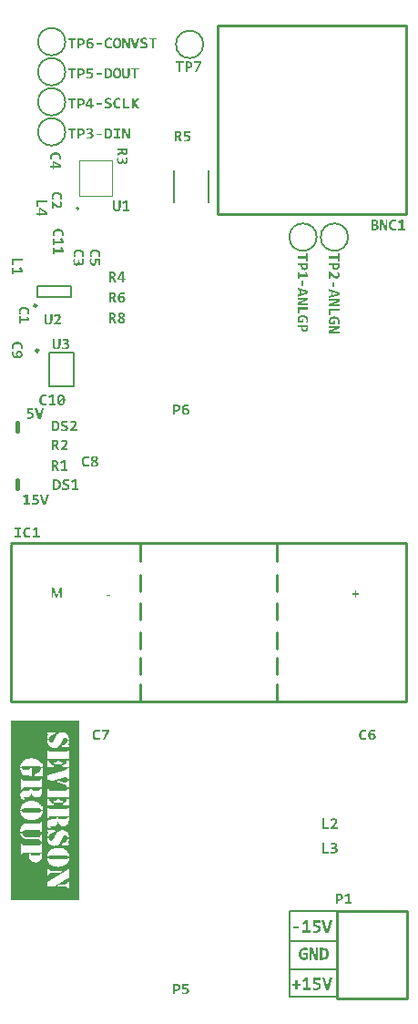
<source format=gto>
G04*
G04 #@! TF.GenerationSoftware,Altium Limited,Altium Designer,19.1.9 (167)*
G04*
G04 Layer_Color=65535*
%FSLAX25Y25*%
%MOIN*%
G70*
G01*
G75*
%ADD10C,0.00787*%
%ADD11C,0.00984*%
%ADD12C,0.00800*%
%ADD13C,0.00394*%
%ADD14C,0.01000*%
%ADD15C,0.01575*%
G36*
X219470Y368686D02*
X218835D01*
Y370500D01*
X219470D01*
Y368686D01*
D02*
G37*
G36*
X221375Y366806D02*
Y365802D01*
X217565Y364674D01*
Y365465D01*
X218317Y365679D01*
Y367007D01*
X217565Y367221D01*
Y367934D01*
X221375Y366806D01*
D02*
G37*
G36*
Y363508D02*
X219081Y362471D01*
X218640Y362283D01*
X220319D01*
X221375D01*
Y361629D01*
X217565D01*
Y362510D01*
X219833Y363527D01*
X220325Y363735D01*
X218744D01*
X217565D01*
Y364389D01*
X221375D01*
Y363508D01*
D02*
G37*
G36*
Y360067D02*
X218180D01*
Y358460D01*
X217565D01*
Y360799D01*
X221375D01*
Y360067D01*
D02*
G37*
G36*
X219535Y357948D02*
X219587D01*
X219697Y357942D01*
X219833Y357922D01*
X219975Y357903D01*
X220124Y357871D01*
X220267Y357832D01*
X220273D01*
X220286Y357825D01*
X220306Y357819D01*
X220332Y357806D01*
X220397Y357780D01*
X220487Y357741D01*
X220585Y357689D01*
X220695Y357631D01*
X220798Y357559D01*
X220902Y357475D01*
X220915Y357462D01*
X220947Y357430D01*
X220993Y357378D01*
X221051Y357313D01*
X221116Y357229D01*
X221181Y357125D01*
X221239Y357015D01*
X221297Y356892D01*
Y356886D01*
X221304Y356879D01*
X221310Y356860D01*
X221317Y356827D01*
X221330Y356795D01*
X221343Y356756D01*
X221369Y356659D01*
X221394Y356542D01*
X221420Y356413D01*
X221433Y356263D01*
X221440Y356101D01*
Y356004D01*
X221433Y355939D01*
X221427Y355862D01*
X221420Y355777D01*
X221388Y355596D01*
Y355583D01*
X221381Y355551D01*
X221369Y355505D01*
X221356Y355440D01*
X221343Y355363D01*
X221317Y355278D01*
X221271Y355091D01*
X220565D01*
X220571Y355103D01*
X220585Y355129D01*
X220597Y355175D01*
X220623Y355233D01*
X220649Y355304D01*
X220675Y355389D01*
X220701Y355473D01*
X220727Y355570D01*
X220733Y355583D01*
X220740Y355615D01*
X220753Y355667D01*
X220766Y355732D01*
X220779Y355810D01*
X220785Y355901D01*
X220798Y355998D01*
Y356140D01*
X220792Y356192D01*
X220785Y356251D01*
X220772Y356328D01*
X220759Y356406D01*
X220733Y356490D01*
X220701Y356568D01*
X220695Y356575D01*
X220682Y356600D01*
X220662Y356639D01*
X220636Y356691D01*
X220597Y356743D01*
X220552Y356801D01*
X220500Y356860D01*
X220435Y356911D01*
X220429Y356918D01*
X220403Y356931D01*
X220371Y356957D01*
X220319Y356989D01*
X220261Y357022D01*
X220189Y357054D01*
X220105Y357086D01*
X220014Y357119D01*
X220001D01*
X219969Y357132D01*
X219917Y357138D01*
X219852Y357151D01*
X219768Y357164D01*
X219671Y357177D01*
X219567Y357184D01*
X219450Y357190D01*
X219444D01*
X219438D01*
X219399D01*
X219340D01*
X219269Y357184D01*
X219185Y357177D01*
X219088Y357171D01*
X218900Y357138D01*
X218887D01*
X218861Y357125D01*
X218815Y357112D01*
X218757Y357093D01*
X218692Y357067D01*
X218621Y357035D01*
X218485Y356957D01*
X218478Y356950D01*
X218459Y356937D01*
X218427Y356905D01*
X218388Y356873D01*
X218349Y356827D01*
X218303Y356769D01*
X218265Y356711D01*
X218226Y356639D01*
X218219Y356633D01*
X218213Y356607D01*
X218200Y356561D01*
X218187Y356510D01*
X218167Y356438D01*
X218155Y356361D01*
X218148Y356263D01*
X218142Y356166D01*
Y356043D01*
X218148Y356017D01*
Y355985D01*
X218155Y355952D01*
Y355946D01*
X218161Y355926D01*
X218167Y355901D01*
X218174Y355868D01*
Y355862D01*
X218180Y355842D01*
X218193Y355816D01*
X218200Y355784D01*
X219178D01*
Y356432D01*
X219768D01*
Y355078D01*
X217733D01*
X217727Y355091D01*
X217714Y355123D01*
X217694Y355175D01*
X217669Y355246D01*
X217636Y355330D01*
X217610Y355421D01*
X217578Y355525D01*
X217558Y355628D01*
Y355641D01*
X217552Y355680D01*
X217539Y355739D01*
X217532Y355810D01*
X217519Y355907D01*
X217507Y356011D01*
X217500Y356127D01*
Y356315D01*
X217507Y356354D01*
Y356393D01*
X217513Y356490D01*
X217526Y356600D01*
X217552Y356717D01*
X217578Y356840D01*
X217617Y356963D01*
Y356970D01*
X217623Y356976D01*
X217643Y357015D01*
X217669Y357073D01*
X217707Y357151D01*
X217759Y357235D01*
X217824Y357326D01*
X217895Y357417D01*
X217980Y357501D01*
X217992Y357508D01*
X218025Y357540D01*
X218077Y357579D01*
X218148Y357624D01*
X218232Y357683D01*
X218336Y357734D01*
X218453Y357793D01*
X218582Y357838D01*
X218589D01*
X218602Y357845D01*
X218621Y357851D01*
X218647Y357857D01*
X218679Y357864D01*
X218725Y357877D01*
X218822Y357896D01*
X218945Y357916D01*
X219088Y357935D01*
X219243Y357948D01*
X219412Y357955D01*
X219418D01*
X219431D01*
X219457D01*
X219496D01*
X219535Y357948D01*
D02*
G37*
G36*
X221375Y353652D02*
X219081Y352615D01*
X218640Y352427D01*
X220319D01*
X221375D01*
Y351773D01*
X217565D01*
Y352654D01*
X219833Y353671D01*
X220325Y353879D01*
X218744D01*
X217565D01*
Y354533D01*
X221375D01*
Y353652D01*
D02*
G37*
G36*
X134314Y446335D02*
X132500D01*
Y446970D01*
X134314D01*
Y446335D01*
D02*
G37*
G36*
X144657Y446464D02*
Y446458D01*
Y446452D01*
Y446432D01*
Y446406D01*
X144650Y446335D01*
X144643Y446251D01*
X144631Y446147D01*
X144611Y446043D01*
X144585Y445933D01*
X144553Y445823D01*
X144546Y445810D01*
X144533Y445778D01*
X144514Y445726D01*
X144482Y445661D01*
X144443Y445590D01*
X144397Y445512D01*
X144339Y445434D01*
X144274Y445363D01*
X144268Y445356D01*
X144242Y445330D01*
X144203Y445298D01*
X144151Y445259D01*
X144086Y445214D01*
X144009Y445175D01*
X143924Y445130D01*
X143827Y445091D01*
X143814Y445084D01*
X143782Y445078D01*
X143730Y445065D01*
X143659Y445045D01*
X143568Y445026D01*
X143471Y445013D01*
X143360Y445007D01*
X143237Y445000D01*
X143179D01*
X143108Y445007D01*
X143024Y445013D01*
X142926Y445019D01*
X142816Y445039D01*
X142712Y445058D01*
X142609Y445091D01*
X142596Y445097D01*
X142563Y445110D01*
X142518Y445130D01*
X142460Y445155D01*
X142388Y445194D01*
X142317Y445240D01*
X142246Y445298D01*
X142181Y445356D01*
X142175Y445363D01*
X142155Y445389D01*
X142129Y445428D01*
X142090Y445473D01*
X142051Y445538D01*
X142013Y445609D01*
X141980Y445693D01*
X141948Y445784D01*
Y445797D01*
X141935Y445829D01*
X141928Y445881D01*
X141915Y445953D01*
X141902Y446030D01*
X141890Y446128D01*
X141883Y446238D01*
X141877Y446348D01*
Y448875D01*
X142596D01*
Y446387D01*
Y446380D01*
Y446354D01*
Y446322D01*
X142602Y446277D01*
Y446225D01*
X142609Y446166D01*
X142628Y446050D01*
Y446043D01*
X142635Y446024D01*
X142641Y445998D01*
X142654Y445965D01*
X142693Y445881D01*
X142745Y445797D01*
X142751Y445791D01*
X142758Y445778D01*
X142777Y445765D01*
X142803Y445739D01*
X142868Y445687D01*
X142952Y445642D01*
X142959D01*
X142972Y445635D01*
X143004Y445629D01*
X143036Y445616D01*
X143082Y445609D01*
X143134Y445596D01*
X143199Y445590D01*
X143328D01*
X143367Y445596D01*
X143471Y445609D01*
X143568Y445629D01*
X143574D01*
X143587Y445635D01*
X143613Y445648D01*
X143639Y445661D01*
X143704Y445706D01*
X143769Y445771D01*
X143775Y445778D01*
X143782Y445791D01*
X143795Y445810D01*
X143814Y445842D01*
X143833Y445881D01*
X143859Y445927D01*
X143892Y446030D01*
Y446037D01*
X143898Y446056D01*
X143905Y446095D01*
X143918Y446140D01*
X143924Y446199D01*
X143931Y446264D01*
X143937Y446335D01*
Y446419D01*
Y448875D01*
X144657D01*
Y446464D01*
D02*
G37*
G36*
X147961Y448279D02*
X146918D01*
Y445065D01*
X146186D01*
Y448279D01*
X145142D01*
Y448875D01*
X147961D01*
Y448279D01*
D02*
G37*
G36*
X136589Y448869D02*
X136693Y448862D01*
X136809Y448849D01*
X136939Y448830D01*
X137068Y448804D01*
X137191Y448765D01*
X137198D01*
X137205Y448758D01*
X137250Y448745D01*
X137308Y448720D01*
X137386Y448681D01*
X137470Y448635D01*
X137561Y448577D01*
X137658Y448506D01*
X137742Y448428D01*
X137755Y448415D01*
X137781Y448389D01*
X137820Y448337D01*
X137865Y448272D01*
X137917Y448188D01*
X137976Y448091D01*
X138027Y447974D01*
X138073Y447851D01*
Y447845D01*
X138079Y447838D01*
X138086Y447819D01*
X138092Y447786D01*
X138099Y447754D01*
X138105Y447715D01*
X138131Y447618D01*
X138151Y447495D01*
X138163Y447352D01*
X138177Y447190D01*
X138183Y447015D01*
Y447009D01*
Y446996D01*
Y446970D01*
Y446944D01*
Y446905D01*
X138177Y446860D01*
X138170Y446750D01*
X138157Y446627D01*
X138138Y446490D01*
X138112Y446348D01*
X138073Y446212D01*
Y446205D01*
X138066Y446199D01*
X138060Y446179D01*
X138053Y446153D01*
X138027Y446082D01*
X137989Y445998D01*
X137943Y445901D01*
X137885Y445797D01*
X137814Y445693D01*
X137729Y445590D01*
X137716Y445577D01*
X137690Y445551D01*
X137639Y445505D01*
X137567Y445447D01*
X137483Y445382D01*
X137379Y445318D01*
X137263Y445259D01*
X137133Y445201D01*
X137127D01*
X137120Y445194D01*
X137094Y445188D01*
X137068Y445181D01*
X137036Y445168D01*
X136997Y445155D01*
X136945Y445143D01*
X136893Y445136D01*
X136764Y445110D01*
X136621Y445084D01*
X136453Y445071D01*
X136271Y445065D01*
X135306D01*
Y448875D01*
X136544D01*
X136589Y448869D01*
D02*
G37*
G36*
X140127Y448933D02*
X140192Y448927D01*
X140263Y448914D01*
X140341Y448901D01*
X140425Y448875D01*
X140516Y448849D01*
X140613Y448817D01*
X140704Y448778D01*
X140801Y448733D01*
X140892Y448674D01*
X140982Y448603D01*
X141060Y448532D01*
X141138Y448441D01*
X141144Y448434D01*
X141157Y448415D01*
X141170Y448389D01*
X141196Y448350D01*
X141229Y448298D01*
X141261Y448234D01*
X141293Y448156D01*
X141332Y448071D01*
X141365Y447974D01*
X141397Y447864D01*
X141429Y447748D01*
X141462Y447618D01*
X141488Y447475D01*
X141501Y447320D01*
X141514Y447158D01*
X141520Y446983D01*
Y446976D01*
Y446957D01*
Y446931D01*
Y446899D01*
X141514Y446853D01*
Y446801D01*
X141507Y446678D01*
X141488Y446536D01*
X141468Y446387D01*
X141436Y446238D01*
X141397Y446089D01*
Y446082D01*
X141391Y446069D01*
X141384Y446050D01*
X141378Y446024D01*
X141345Y445959D01*
X141306Y445868D01*
X141261Y445771D01*
X141203Y445667D01*
X141138Y445564D01*
X141060Y445467D01*
X141054Y445454D01*
X141021Y445428D01*
X140982Y445382D01*
X140924Y445330D01*
X140846Y445272D01*
X140762Y445214D01*
X140671Y445162D01*
X140568Y445110D01*
X140555Y445104D01*
X140516Y445091D01*
X140457Y445078D01*
X140386Y445058D01*
X140295Y445032D01*
X140192Y445019D01*
X140075Y445007D01*
X139959Y445000D01*
X139926D01*
X139887Y445007D01*
X139835D01*
X139771Y445013D01*
X139699Y445026D01*
X139621Y445039D01*
X139537Y445065D01*
X139447Y445091D01*
X139349Y445123D01*
X139259Y445162D01*
X139161Y445214D01*
X139071Y445266D01*
X138980Y445337D01*
X138902Y445408D01*
X138824Y445499D01*
X138818Y445505D01*
X138812Y445525D01*
X138792Y445551D01*
X138766Y445590D01*
X138740Y445642D01*
X138708Y445706D01*
X138669Y445784D01*
X138637Y445868D01*
X138604Y445965D01*
X138565Y446076D01*
X138533Y446192D01*
X138507Y446322D01*
X138481Y446464D01*
X138468Y446614D01*
X138455Y446775D01*
X138449Y446950D01*
Y446957D01*
Y446976D01*
Y447002D01*
Y447035D01*
X138455Y447080D01*
Y447132D01*
X138462Y447255D01*
X138475Y447398D01*
X138500Y447547D01*
X138526Y447696D01*
X138565Y447845D01*
Y447851D01*
X138572Y447864D01*
X138578Y447884D01*
X138591Y447909D01*
X138617Y447974D01*
X138656Y448065D01*
X138701Y448162D01*
X138760Y448266D01*
X138824Y448363D01*
X138896Y448460D01*
X138909Y448473D01*
X138935Y448499D01*
X138980Y448545D01*
X139038Y448596D01*
X139110Y448655D01*
X139194Y448720D01*
X139291Y448771D01*
X139395Y448823D01*
X139401D01*
X139408Y448830D01*
X139447Y448843D01*
X139505Y448862D01*
X139576Y448881D01*
X139667Y448901D01*
X139771Y448920D01*
X139887Y448933D01*
X140004Y448940D01*
X140075D01*
X140127Y448933D01*
D02*
G37*
G36*
X121091Y203870D02*
X121194Y203857D01*
X121272Y203831D01*
X121350Y203792D01*
X121415Y203753D01*
X121453Y203727D01*
X121479Y203714D01*
X121492Y203701D01*
X121570Y203624D01*
X121622Y203533D01*
X121726Y203364D01*
X121752Y203287D01*
X121777Y203222D01*
X121791Y203170D01*
Y203157D01*
X122464D01*
Y200098D01*
X117008D01*
X117190Y200111D01*
X117358Y200124D01*
X117695Y200202D01*
X117980Y200319D01*
X118227Y200435D01*
X118434Y200565D01*
X118512Y200630D01*
X118576Y200682D01*
X118628Y200721D01*
X118680Y200759D01*
X118693Y200772D01*
X118706Y200785D01*
X118887Y200980D01*
X119030Y201148D01*
X119082Y201226D01*
X119134Y201278D01*
X119147Y201317D01*
X119160Y201330D01*
X119224Y201446D01*
X119302Y201576D01*
X119367Y201706D01*
X119432Y201835D01*
X119484Y201952D01*
X119523Y202043D01*
X119548Y202107D01*
X119561Y202133D01*
X119626Y202289D01*
X119691Y202431D01*
X119743Y202548D01*
X119795Y202665D01*
X119885Y202859D01*
X119950Y203001D01*
X120002Y203105D01*
X120041Y203170D01*
X120067Y203209D01*
Y203222D01*
X120145Y203339D01*
X120222Y203442D01*
X120287Y203533D01*
X120352Y203611D01*
X120404Y203662D01*
X120443Y203701D01*
X120469Y203714D01*
X120482Y203727D01*
X120572Y203779D01*
X120650Y203818D01*
X120818Y203857D01*
X120883Y203870D01*
X120935Y203883D01*
X120974D01*
X120987D01*
X121091Y203870D01*
D02*
G37*
G36*
X114300Y202742D02*
X114325Y202613D01*
X114339Y202496D01*
X114364Y202405D01*
X114377Y202315D01*
X114390Y202263D01*
Y202250D01*
X114481Y201952D01*
X114533Y201822D01*
X114572Y201706D01*
X114611Y201615D01*
X114649Y201550D01*
X114663Y201498D01*
X114675Y201485D01*
X114818Y201265D01*
X114974Y201058D01*
X115129Y200889D01*
X115285Y200746D01*
X115427Y200630D01*
X115531Y200539D01*
X115609Y200487D01*
X115622Y200474D01*
X115635D01*
X115868Y200345D01*
X116114Y200254D01*
X116347Y200189D01*
X116555Y200150D01*
X116736Y200111D01*
X116879Y200098D01*
X114287D01*
Y203014D01*
X114300Y202742D01*
D02*
G37*
G36*
X126000Y144500D02*
X114287D01*
Y156566D01*
X114287D01*
Y159845D01*
Y160324D01*
X114909D01*
X114948Y160428D01*
X114987Y160519D01*
X115025Y160583D01*
X115064Y160635D01*
X115103Y160674D01*
X115142Y160700D01*
X115155Y160726D01*
X115168D01*
X115259Y160765D01*
X115362Y160804D01*
X115609Y160843D01*
X115712D01*
X115803Y160856D01*
X115855D01*
X115881D01*
X121026D01*
X121156D01*
X121259Y160843D01*
X121350Y160817D01*
X121415Y160791D01*
X121467Y160778D01*
X121518Y160752D01*
X121531Y160739D01*
X121544D01*
X121609Y160687D01*
X121661Y160622D01*
X121752Y160493D01*
X121791Y160428D01*
X121816Y160376D01*
X121829Y160337D01*
Y160324D01*
X122464D01*
Y159845D01*
X121829D01*
X121791Y159728D01*
X121752Y159650D01*
X121713Y159599D01*
X121700Y159585D01*
X121648Y159521D01*
X121583Y159456D01*
X121544Y159430D01*
X121518Y159417D01*
X121363Y159352D01*
X121207Y159313D01*
X121130Y159300D01*
X121078D01*
X121039D01*
X121026D01*
X115881D01*
X115712Y159313D01*
X115570Y159326D01*
X115440Y159352D01*
X115349Y159378D01*
X115272Y159417D01*
X115207Y159443D01*
X115181Y159456D01*
X115168Y159469D01*
X115103Y159521D01*
X115051Y159573D01*
X115012Y159611D01*
X114999Y159624D01*
X114961Y159689D01*
X114935Y159767D01*
X114922Y159819D01*
X114909Y159832D01*
Y159845D01*
X114287D01*
X114313Y159611D01*
X114364Y159378D01*
X114481Y158963D01*
X114559Y158782D01*
X114637Y158601D01*
X114714Y158432D01*
X114805Y158290D01*
X114896Y158160D01*
X114974Y158030D01*
X115038Y157940D01*
X115116Y157849D01*
X115168Y157784D01*
X115207Y157732D01*
X115233Y157706D01*
X115246Y157693D01*
X115466Y157499D01*
X115699Y157317D01*
X115946Y157175D01*
X116205Y157045D01*
X116464Y156929D01*
X116723Y156838D01*
X116969Y156760D01*
X117216Y156708D01*
X117449Y156657D01*
X117669Y156631D01*
X117864Y156605D01*
X118032Y156579D01*
X118162D01*
X118265Y156566D01*
X118356D01*
X118732Y156579D01*
X119082Y156618D01*
X119406Y156669D01*
X119717Y156747D01*
X120002Y156838D01*
X120261Y156942D01*
X120508Y157045D01*
X120715Y157149D01*
X120909Y157266D01*
X121078Y157369D01*
X121220Y157473D01*
X121337Y157564D01*
X121428Y157641D01*
X121492Y157693D01*
X121531Y157732D01*
X121544Y157745D01*
X121700Y157914D01*
X121829Y158082D01*
X121946Y158251D01*
X122037Y158406D01*
X122115Y158523D01*
X122166Y158626D01*
X122192Y158691D01*
X122205Y158717D01*
X122283Y158912D01*
X122335Y159106D01*
X122387Y159300D01*
X122413Y159469D01*
X122439Y159624D01*
X122451Y159741D01*
X122464Y159819D01*
Y156566D01*
D01*
Y163590D01*
D01*
Y160324D01*
X122439Y160557D01*
X122413Y160765D01*
X122361Y160959D01*
X122322Y161128D01*
X122283Y161270D01*
X122244Y161374D01*
X122218Y161439D01*
X122205Y161465D01*
X122115Y161659D01*
X122011Y161828D01*
X121894Y161996D01*
X121791Y162139D01*
X121700Y162255D01*
X121622Y162346D01*
X121570Y162398D01*
X121544Y162424D01*
X121324Y162631D01*
X121091Y162813D01*
X120870Y162955D01*
X120650Y163085D01*
X120456Y163175D01*
X120313Y163253D01*
X120248Y163279D01*
X120209Y163292D01*
X120184Y163305D01*
X120170D01*
X119860Y163396D01*
X119548Y163473D01*
X119237Y163525D01*
X118965Y163551D01*
X118836Y163564D01*
X118719Y163577D01*
X118615D01*
X118525Y163590D01*
X122464D01*
X114940D01*
X118356D01*
X117993Y163577D01*
X117656Y163538D01*
X117332Y163487D01*
X117034Y163422D01*
X116749Y163331D01*
X116490Y163240D01*
X116257Y163137D01*
X116049Y163033D01*
X115868Y162929D01*
X115699Y162826D01*
X115570Y162735D01*
X115453Y162644D01*
X115362Y162579D01*
X115298Y162527D01*
X115259Y162489D01*
X115246Y162476D01*
X115090Y162307D01*
X114961Y162139D01*
X114844Y161957D01*
X114740Y161776D01*
X114649Y161594D01*
X114572Y161413D01*
X114442Y161076D01*
X114403Y160920D01*
X114364Y160778D01*
X114339Y160648D01*
X114313Y160532D01*
X114300Y160454D01*
Y160376D01*
X114287Y160337D01*
Y163590D01*
X114287D01*
Y164238D01*
X115358D01*
X114287D01*
Y167154D01*
X114300Y166882D01*
X114325Y166752D01*
X114339Y166636D01*
X114364Y166545D01*
X114377Y166454D01*
X114390Y166402D01*
Y166390D01*
X114481Y166091D01*
X114533Y165962D01*
X114572Y165845D01*
X114611Y165754D01*
X114649Y165690D01*
X114663Y165638D01*
X114675Y165625D01*
X114818Y165405D01*
X114974Y165197D01*
X115129Y165029D01*
X115285Y164886D01*
X115427Y164769D01*
X115531Y164679D01*
X115609Y164627D01*
X115622Y164614D01*
X115635D01*
X115868Y164484D01*
X116114Y164394D01*
X116347Y164329D01*
X116555Y164290D01*
X116736Y164251D01*
X116879Y164238D01*
X122464D01*
Y170005D01*
D01*
Y167297D01*
X122425Y167660D01*
X122361Y167984D01*
X122270Y168269D01*
X122179Y168502D01*
X122089Y168696D01*
X122050Y168787D01*
X122011Y168852D01*
X121972Y168904D01*
X121959Y168943D01*
X121933Y168956D01*
Y168969D01*
X121803Y169137D01*
X121648Y169293D01*
X121505Y169422D01*
X121363Y169539D01*
X121233Y169617D01*
X121130Y169681D01*
X121065Y169720D01*
X121052Y169733D01*
X121039D01*
X120832Y169824D01*
X120611Y169889D01*
X120404Y169928D01*
X120222Y169954D01*
X120054Y169979D01*
X119937Y169992D01*
X119885D01*
X119846D01*
X119834D01*
X119821D01*
X119587Y169979D01*
X119367Y169941D01*
X119160Y169889D01*
X118965Y169824D01*
X118784Y169746D01*
X118615Y169655D01*
X118460Y169552D01*
X118317Y169448D01*
X118188Y169357D01*
X118084Y169254D01*
X117993Y169163D01*
X117915Y169085D01*
X117851Y169020D01*
X117812Y168969D01*
X117786Y168930D01*
X117773Y168917D01*
X117643Y168735D01*
X117540Y168567D01*
X117501Y168502D01*
X117475Y168450D01*
X117462Y168424D01*
X117449Y168411D01*
X117397Y168295D01*
X117332Y168152D01*
X117254Y167984D01*
X117177Y167828D01*
X117112Y167673D01*
X117060Y167556D01*
X117034Y167504D01*
X117021Y167465D01*
X117008Y167452D01*
Y167439D01*
X116905Y167219D01*
X116814Y167025D01*
X116736Y166869D01*
X116671Y166752D01*
X116620Y166662D01*
X116581Y166610D01*
X116555Y166571D01*
X116542Y166558D01*
X116425Y166441D01*
X116308Y166351D01*
X116192Y166299D01*
X116088Y166247D01*
X115997Y166221D01*
X115920Y166208D01*
X115868D01*
X115855D01*
X115725Y166221D01*
X115609Y166247D01*
X115505Y166286D01*
X115427Y166325D01*
X115362Y166364D01*
X115311Y166402D01*
X115285Y166428D01*
X115272Y166441D01*
X115194Y166532D01*
X115129Y166649D01*
X115025Y166882D01*
X114987Y166986D01*
X114961Y167076D01*
X114935Y167128D01*
Y167154D01*
X114287D01*
Y167608D01*
X114935D01*
X114974Y167776D01*
X115038Y167919D01*
X115103Y168061D01*
X115168Y168178D01*
X115233Y168269D01*
X115285Y168333D01*
X115323Y168385D01*
X115336Y168398D01*
X115570Y168632D01*
X115699Y168735D01*
X115816Y168813D01*
X115907Y168891D01*
X115997Y168943D01*
X116049Y168969D01*
X116062Y168982D01*
X116399Y169150D01*
X116555Y169215D01*
X116697Y169267D01*
X116814Y169306D01*
X116918Y169344D01*
X116969Y169357D01*
X116995Y169370D01*
X117125Y169409D01*
X117203Y169448D01*
X117254Y169487D01*
X117268Y169500D01*
X117319Y169552D01*
X117332Y169617D01*
X117345Y169668D01*
Y169694D01*
X117319Y169785D01*
X117280Y169850D01*
X117229Y169902D01*
X117216Y169915D01*
X117125Y169966D01*
X117047Y169992D01*
X116969Y170005D01*
X114857D01*
D01*
X114374D01*
X114857D01*
X114688Y169992D01*
X114572Y169954D01*
X114481Y169902D01*
X114429Y169850D01*
X114390Y169798D01*
X114377Y169746D01*
X114364Y169707D01*
Y169694D01*
X114377Y169604D01*
X114429Y169526D01*
X114468Y169474D01*
X114481Y169461D01*
X114572Y169383D01*
X114637Y169318D01*
X114663Y169293D01*
X114675Y169280D01*
X114701Y169228D01*
X114714Y169176D01*
Y169059D01*
X114701Y169007D01*
X114688Y168969D01*
X114675Y168956D01*
X114649Y168865D01*
X114598Y168774D01*
X114559Y168696D01*
X114546Y168670D01*
Y168658D01*
X114455Y168450D01*
X114390Y168256D01*
X114351Y168074D01*
X114325Y167919D01*
X114300Y167789D01*
X114287Y167685D01*
Y170005D01*
X114287D01*
Y170589D01*
X115179D01*
X114287D01*
Y172222D01*
X114300Y172105D01*
X114313Y171988D01*
X114325Y171897D01*
X114339Y171820D01*
X114351Y171768D01*
X114364Y171729D01*
Y171716D01*
X114442Y171509D01*
X114481Y171418D01*
X114533Y171340D01*
X114572Y171275D01*
X114611Y171224D01*
X114624Y171198D01*
X114637Y171185D01*
X114792Y171016D01*
X114935Y170887D01*
X114999Y170835D01*
X115051Y170796D01*
X115077Y170783D01*
X115090Y170770D01*
X115181Y170705D01*
X115272Y170666D01*
X115414Y170615D01*
X115466Y170601D01*
X115505Y170589D01*
X115531D01*
X115609Y170601D01*
X115673Y170640D01*
X115725Y170679D01*
X115738Y170692D01*
X115803Y170770D01*
X115829Y170822D01*
X115842Y170874D01*
Y170887D01*
X115829Y170939D01*
X115816Y171003D01*
X115751Y171094D01*
X115673Y171159D01*
X115660Y171172D01*
X115647Y171185D01*
X115596Y171224D01*
X115570Y171263D01*
X115544Y171275D01*
Y171288D01*
X115531Y171327D01*
Y171353D01*
X115544Y171392D01*
X115557Y171418D01*
X115622Y171457D01*
X115673Y171470D01*
X115686D01*
X115699D01*
X116892D01*
X116995D01*
X117099Y171496D01*
X117190Y171509D01*
X117268Y171535D01*
X117332Y171561D01*
X117384Y171587D01*
X117410Y171599D01*
X117423Y171612D01*
X117592Y171729D01*
X117734Y171846D01*
X117786Y171897D01*
X117825Y171936D01*
X117838Y171962D01*
X117851Y171975D01*
X117967Y172157D01*
X118045Y172325D01*
X118071Y172390D01*
X118097Y172442D01*
X118110Y172481D01*
Y172494D01*
X118149Y172610D01*
X118188Y172740D01*
X118214Y172882D01*
X118239Y173012D01*
X118265Y173129D01*
X118278Y173219D01*
X118291Y173284D01*
Y173310D01*
X118356Y173103D01*
X118408Y172934D01*
X118460Y172779D01*
X118512Y172662D01*
X118551Y172558D01*
X118576Y172494D01*
X118602Y172455D01*
Y172442D01*
X118719Y172247D01*
X118784Y172157D01*
X118836Y172092D01*
X118887Y172027D01*
X118926Y171988D01*
X118952Y171962D01*
X118965Y171949D01*
X119173Y171781D01*
X119393Y171651D01*
X119613Y171561D01*
X119821Y171496D01*
X120002Y171457D01*
X120158Y171444D01*
X120209Y171431D01*
X120248D01*
X120274D01*
X120287D01*
X120469Y171444D01*
X120637Y171470D01*
X120806Y171496D01*
X120948Y171548D01*
X121207Y171677D01*
X121428Y171807D01*
X121596Y171949D01*
X121713Y172079D01*
X121765Y172131D01*
X121791Y172157D01*
X121816Y172183D01*
Y172196D01*
X121946Y172390D01*
X122050Y172597D01*
X122127Y172805D01*
X122179Y172986D01*
X122218Y173142D01*
X122244Y173271D01*
Y173323D01*
X122257Y173362D01*
Y173388D01*
X122270Y173569D01*
X122283Y173751D01*
X122296Y173932D01*
X122309Y174101D01*
Y170589D01*
D01*
Y178209D01*
Y177794D01*
X122296Y177924D01*
X122270Y178028D01*
X122231Y178079D01*
X122218Y178105D01*
X122153Y178170D01*
X122076Y178196D01*
X122024Y178209D01*
X122309D01*
X118617D01*
X121998D01*
X121920Y178196D01*
X121855Y178170D01*
X121752Y178092D01*
X121700Y178028D01*
X121687Y178002D01*
Y177989D01*
X121661Y177924D01*
X121648Y177872D01*
X121622Y177807D01*
X121609Y177781D01*
Y177768D01*
X121596Y177743D01*
X121570Y177717D01*
X121557Y177704D01*
X121544D01*
X121467Y177652D01*
X121363Y177639D01*
X121285Y177626D01*
X121272D01*
X121259D01*
X115479D01*
X115349Y177639D01*
X115259Y177665D01*
X115207Y177691D01*
X115194Y177704D01*
X115168Y177729D01*
X115142Y177743D01*
X115129Y177755D01*
Y177768D01*
X115116Y177781D01*
Y177807D01*
X115090Y177885D01*
X115064Y177963D01*
X115051Y177976D01*
Y177989D01*
X115012Y178067D01*
X114974Y178118D01*
X114922Y178157D01*
X114870Y178183D01*
X114779Y178209D01*
X114557D01*
X114740D01*
X114649Y178196D01*
X114572Y178157D01*
X114533Y178118D01*
X114520Y178105D01*
X114481Y178002D01*
X114455Y177911D01*
X114442Y177820D01*
Y174775D01*
X114455Y174697D01*
X114468Y174632D01*
X114481Y174580D01*
X114494Y174528D01*
X114507Y174503D01*
X114546Y174451D01*
X114585Y174412D01*
X114663Y174360D01*
X114727Y174347D01*
X114753D01*
X114844Y174360D01*
X114909Y174386D01*
X114961Y174438D01*
X114999Y174489D01*
X115025Y174541D01*
X115051Y174593D01*
X115064Y174619D01*
Y174632D01*
X115077Y174710D01*
X115103Y174762D01*
Y174813D01*
X115116Y174839D01*
X115129Y174878D01*
Y174891D01*
X115181Y174956D01*
X115194Y174969D01*
X115207Y174982D01*
X115298Y175021D01*
X115414Y175047D01*
X115492Y175060D01*
X115518D01*
X115531D01*
X122309D01*
Y174632D01*
X121661D01*
X121622Y174503D01*
X121570Y174386D01*
X121531Y174308D01*
X121479Y174230D01*
X121441Y174179D01*
X121402Y174140D01*
X121389Y174114D01*
X121376D01*
X121311Y174062D01*
X121220Y174036D01*
X121052Y173984D01*
X120974D01*
X120909Y173971D01*
X120857D01*
X120844D01*
X119315D01*
X119147Y173984D01*
X119017Y173997D01*
X118939Y174010D01*
X118926Y174023D01*
X118913D01*
X118823Y174062D01*
X118745Y174114D01*
X118693Y174165D01*
X118680Y174179D01*
X118641Y174230D01*
X118602Y174295D01*
X118563Y174438D01*
X118538Y174503D01*
Y174554D01*
X118525Y174593D01*
Y174606D01*
X117903D01*
X117877Y174503D01*
X117851Y174412D01*
X117812Y174321D01*
X117773Y174256D01*
X117734Y174204D01*
X117695Y174165D01*
X117682Y174153D01*
X117669Y174140D01*
X117540Y174062D01*
X117410Y174010D01*
X117345Y173997D01*
X117306Y173984D01*
X117280D01*
X117268D01*
X117242D01*
X117190Y173971D01*
X117060D01*
X116995D01*
X116944D01*
X116905D01*
X116892D01*
X115933D01*
X115660Y173958D01*
X115414Y173906D01*
X115207Y173842D01*
X115038Y173751D01*
X114896Y173673D01*
X114792Y173608D01*
X114740Y173556D01*
X114714Y173543D01*
X114572Y173375D01*
X114468Y173181D01*
X114390Y172986D01*
X114339Y172792D01*
X114313Y172623D01*
X114300Y172494D01*
X114287Y172442D01*
Y178209D01*
X114287D01*
Y200098D01*
X122464D01*
Y205866D01*
D01*
Y203157D01*
X122425Y203520D01*
X122361Y203844D01*
X122270Y204129D01*
X122179Y204362D01*
X122089Y204557D01*
X122050Y204647D01*
X122011Y204712D01*
X121972Y204764D01*
X121959Y204803D01*
X121933Y204816D01*
Y204829D01*
X121803Y204997D01*
X121648Y205153D01*
X121505Y205282D01*
X121363Y205399D01*
X121233Y205477D01*
X121130Y205542D01*
X121065Y205581D01*
X121052Y205593D01*
X121039D01*
X120832Y205684D01*
X120611Y205749D01*
X120404Y205788D01*
X120222Y205814D01*
X120054Y205840D01*
X119937Y205853D01*
X119885D01*
X119846D01*
X119834D01*
X119821D01*
X119587Y205840D01*
X119367Y205801D01*
X119160Y205749D01*
X118965Y205684D01*
X118784Y205607D01*
X118615Y205516D01*
X118460Y205412D01*
X118317Y205308D01*
X118188Y205218D01*
X118084Y205114D01*
X117993Y205023D01*
X117915Y204945D01*
X117851Y204881D01*
X117812Y204829D01*
X117786Y204790D01*
X117773Y204777D01*
X117643Y204596D01*
X117540Y204427D01*
X117501Y204362D01*
X117475Y204310D01*
X117462Y204285D01*
X117449Y204272D01*
X117397Y204155D01*
X117332Y204012D01*
X117254Y203844D01*
X117177Y203688D01*
X117112Y203533D01*
X117060Y203416D01*
X117034Y203364D01*
X117021Y203326D01*
X117008Y203313D01*
Y203300D01*
X116905Y203079D01*
X116814Y202885D01*
X116736Y202729D01*
X116671Y202613D01*
X116620Y202522D01*
X116581Y202470D01*
X116555Y202431D01*
X116542Y202418D01*
X116425Y202302D01*
X116308Y202211D01*
X116192Y202159D01*
X116088Y202107D01*
X115997Y202081D01*
X115920Y202068D01*
X115868D01*
X115855D01*
X115725Y202081D01*
X115609Y202107D01*
X115505Y202146D01*
X115427Y202185D01*
X115362Y202224D01*
X115311Y202263D01*
X115285Y202289D01*
X115272Y202302D01*
X115194Y202392D01*
X115129Y202509D01*
X115025Y202742D01*
X114987Y202846D01*
X114961Y202937D01*
X114935Y202989D01*
Y203014D01*
X114287D01*
Y203468D01*
X114935D01*
X114974Y203637D01*
X115038Y203779D01*
X115103Y203922D01*
X115168Y204038D01*
X115233Y204129D01*
X115285Y204194D01*
X115323Y204246D01*
X115336Y204259D01*
X115570Y204492D01*
X115699Y204596D01*
X115816Y204673D01*
X115907Y204751D01*
X115997Y204803D01*
X116049Y204829D01*
X116062Y204842D01*
X116399Y205010D01*
X116555Y205075D01*
X116697Y205127D01*
X116814Y205166D01*
X116918Y205205D01*
X116969Y205218D01*
X116995Y205231D01*
X117125Y205270D01*
X117203Y205308D01*
X117254Y205347D01*
X117268Y205360D01*
X117319Y205412D01*
X117332Y205477D01*
X117345Y205529D01*
Y205555D01*
X117319Y205645D01*
X117280Y205710D01*
X117229Y205762D01*
X117216Y205775D01*
X117125Y205827D01*
X117047Y205853D01*
X116969Y205866D01*
X114612D01*
X114857D01*
X114688Y205853D01*
X114572Y205814D01*
X114481Y205762D01*
X114429Y205710D01*
X114390Y205658D01*
X114377Y205607D01*
X114364Y205568D01*
Y205555D01*
X114377Y205464D01*
X114429Y205386D01*
X114468Y205334D01*
X114481Y205321D01*
X114572Y205244D01*
X114637Y205179D01*
X114663Y205153D01*
X114675Y205140D01*
X114701Y205088D01*
X114714Y205036D01*
Y204920D01*
X114701Y204868D01*
X114688Y204829D01*
X114675Y204816D01*
X114649Y204725D01*
X114598Y204634D01*
X114559Y204557D01*
X114546Y204531D01*
Y204518D01*
X114455Y204310D01*
X114390Y204116D01*
X114351Y203935D01*
X114325Y203779D01*
X114300Y203649D01*
X114287Y203546D01*
Y205866D01*
X114287D01*
Y210000D01*
X126000D01*
Y144500D01*
D02*
G37*
G36*
X121091Y168009D02*
X121194Y167997D01*
X121272Y167971D01*
X121350Y167932D01*
X121415Y167893D01*
X121453Y167867D01*
X121479Y167854D01*
X121492Y167841D01*
X121570Y167763D01*
X121622Y167673D01*
X121726Y167504D01*
X121752Y167426D01*
X121777Y167361D01*
X121791Y167310D01*
Y167297D01*
X122464D01*
Y164238D01*
X117008D01*
X117190Y164251D01*
X117358Y164264D01*
X117695Y164342D01*
X117980Y164459D01*
X118227Y164575D01*
X118434Y164705D01*
X118512Y164769D01*
X118576Y164821D01*
X118628Y164860D01*
X118680Y164899D01*
X118693Y164912D01*
X118706Y164925D01*
X118887Y165119D01*
X119030Y165288D01*
X119082Y165366D01*
X119134Y165418D01*
X119147Y165456D01*
X119160Y165469D01*
X119224Y165586D01*
X119302Y165716D01*
X119367Y165845D01*
X119432Y165975D01*
X119484Y166091D01*
X119523Y166182D01*
X119548Y166247D01*
X119561Y166273D01*
X119626Y166428D01*
X119691Y166571D01*
X119743Y166688D01*
X119795Y166804D01*
X119885Y166999D01*
X119950Y167141D01*
X120002Y167245D01*
X120041Y167310D01*
X120067Y167349D01*
Y167361D01*
X120145Y167478D01*
X120222Y167582D01*
X120287Y167673D01*
X120352Y167750D01*
X120404Y167802D01*
X120443Y167841D01*
X120469Y167854D01*
X120482Y167867D01*
X120572Y167919D01*
X120650Y167958D01*
X120818Y167997D01*
X120883Y168009D01*
X120935Y168023D01*
X120974D01*
X120987D01*
X121091Y168009D01*
D02*
G37*
G36*
X114287Y144500D02*
X101000D01*
Y210000D01*
X114287D01*
Y144500D01*
D02*
G37*
G36*
X217409Y111567D02*
X216328D01*
X214996Y115918D01*
X215929D01*
X216661Y113291D01*
X216898Y112432D01*
X217142Y113343D01*
X217875Y115918D01*
X218748D01*
X217409Y111567D01*
D02*
G37*
G36*
X214360Y115148D02*
X212606D01*
Y114268D01*
X213035D01*
X213124Y114260D01*
X213220Y114253D01*
X213324Y114238D01*
X213553Y114201D01*
X213568D01*
X213605Y114186D01*
X213664Y114171D01*
X213731Y114157D01*
X213820Y114127D01*
X213909Y114090D01*
X213997Y114046D01*
X214086Y113994D01*
X214094Y113986D01*
X214123Y113964D01*
X214168Y113935D01*
X214219Y113890D01*
X214279Y113831D01*
X214338Y113764D01*
X214397Y113683D01*
X214456Y113594D01*
X214464Y113579D01*
X214478Y113550D01*
X214501Y113498D01*
X214530Y113424D01*
X214552Y113328D01*
X214575Y113217D01*
X214589Y113098D01*
X214597Y112958D01*
Y112950D01*
Y112943D01*
Y112899D01*
X214589Y112832D01*
X214582Y112743D01*
X214560Y112647D01*
X214538Y112543D01*
X214501Y112432D01*
X214449Y112329D01*
X214441Y112314D01*
X214419Y112284D01*
X214390Y112233D01*
X214345Y112173D01*
X214286Y112099D01*
X214212Y112025D01*
X214131Y111951D01*
X214042Y111877D01*
X214027Y111870D01*
X213997Y111848D01*
X213938Y111811D01*
X213872Y111774D01*
X213775Y111729D01*
X213672Y111678D01*
X213553Y111633D01*
X213428Y111596D01*
X213420D01*
X213413Y111589D01*
X213391D01*
X213368Y111581D01*
X213294Y111567D01*
X213198Y111552D01*
X213087Y111530D01*
X212954Y111515D01*
X212813Y111507D01*
X212658Y111500D01*
X212517D01*
X212436Y111507D01*
X212392D01*
X212362Y111515D01*
X212288Y111522D01*
X212199Y111530D01*
X212155D01*
X212125Y111537D01*
X212051Y111544D01*
X211970Y111552D01*
X211948D01*
X211933Y111559D01*
X211903D01*
X211837Y111574D01*
X211763Y111581D01*
Y112292D01*
X211770D01*
X211792Y112284D01*
X211837Y112277D01*
X211888Y112262D01*
X211948Y112247D01*
X212022Y112233D01*
X212103Y112225D01*
X212192Y112210D01*
X212236D01*
X212288Y112203D01*
X212347D01*
X212429Y112196D01*
X212510D01*
X212695Y112188D01*
X212776D01*
X212821Y112196D01*
X212865D01*
X212976Y112210D01*
X213102Y112233D01*
X213228Y112270D01*
X213354Y112314D01*
X213457Y112373D01*
X213472Y112381D01*
X213502Y112410D01*
X213539Y112455D01*
X213590Y112514D01*
X213642Y112588D01*
X213679Y112677D01*
X213709Y112788D01*
X213724Y112906D01*
Y112913D01*
Y112921D01*
Y112965D01*
X213709Y113024D01*
X213694Y113098D01*
X213664Y113187D01*
X213620Y113269D01*
X213561Y113350D01*
X213479Y113424D01*
X213465Y113431D01*
X213435Y113454D01*
X213376Y113483D01*
X213287Y113513D01*
X213183Y113542D01*
X213043Y113572D01*
X212887Y113594D01*
X212695Y113602D01*
X211844D01*
Y115918D01*
X214360D01*
Y115148D01*
D02*
G37*
G36*
X205991Y113713D02*
X207234D01*
Y113047D01*
X205991D01*
Y111752D01*
X205243D01*
Y113047D01*
X204000D01*
Y113713D01*
X205243D01*
Y115000D01*
X205991D01*
Y113713D01*
D02*
G37*
G36*
X209942Y112292D02*
X210897D01*
Y111567D01*
X207996D01*
Y112292D01*
X209106D01*
Y115082D01*
X208137Y114556D01*
X207870Y115222D01*
X209254Y115947D01*
X209942D01*
Y112292D01*
D02*
G37*
G36*
X206572Y134017D02*
X204500D01*
Y134742D01*
X206572D01*
Y134017D01*
D02*
G37*
G36*
X217332Y132567D02*
X216251D01*
X214919Y136918D01*
X215852D01*
X216584Y134291D01*
X216821Y133432D01*
X217065Y134343D01*
X217798Y136918D01*
X218671D01*
X217332Y132567D01*
D02*
G37*
G36*
X214283Y136148D02*
X212529D01*
Y135268D01*
X212958D01*
X213047Y135260D01*
X213143Y135253D01*
X213247Y135238D01*
X213476Y135201D01*
X213491D01*
X213528Y135186D01*
X213587Y135171D01*
X213654Y135157D01*
X213743Y135127D01*
X213831Y135090D01*
X213920Y135046D01*
X214009Y134994D01*
X214016Y134986D01*
X214046Y134964D01*
X214090Y134935D01*
X214142Y134890D01*
X214201Y134831D01*
X214261Y134764D01*
X214320Y134683D01*
X214379Y134594D01*
X214386Y134579D01*
X214401Y134550D01*
X214423Y134498D01*
X214453Y134424D01*
X214475Y134328D01*
X214497Y134217D01*
X214512Y134098D01*
X214520Y133958D01*
Y133950D01*
Y133943D01*
Y133899D01*
X214512Y133832D01*
X214505Y133743D01*
X214483Y133647D01*
X214460Y133543D01*
X214423Y133432D01*
X214372Y133329D01*
X214364Y133314D01*
X214342Y133284D01*
X214312Y133233D01*
X214268Y133173D01*
X214209Y133099D01*
X214135Y133025D01*
X214053Y132951D01*
X213965Y132877D01*
X213950Y132870D01*
X213920Y132848D01*
X213861Y132811D01*
X213794Y132774D01*
X213698Y132729D01*
X213595Y132678D01*
X213476Y132633D01*
X213350Y132596D01*
X213343D01*
X213336Y132589D01*
X213313D01*
X213291Y132581D01*
X213217Y132567D01*
X213121Y132552D01*
X213010Y132530D01*
X212877Y132515D01*
X212736Y132507D01*
X212581Y132500D01*
X212440D01*
X212359Y132507D01*
X212314D01*
X212285Y132515D01*
X212211Y132522D01*
X212122Y132530D01*
X212078D01*
X212048Y132537D01*
X211974Y132544D01*
X211893Y132552D01*
X211870D01*
X211856Y132559D01*
X211826D01*
X211759Y132574D01*
X211685Y132581D01*
Y133292D01*
X211693D01*
X211715Y133284D01*
X211759Y133277D01*
X211811Y133262D01*
X211870Y133247D01*
X211944Y133233D01*
X212026Y133225D01*
X212115Y133210D01*
X212159D01*
X212211Y133203D01*
X212270D01*
X212351Y133196D01*
X212433D01*
X212618Y133188D01*
X212699D01*
X212744Y133196D01*
X212788D01*
X212899Y133210D01*
X213025Y133233D01*
X213151Y133270D01*
X213276Y133314D01*
X213380Y133373D01*
X213395Y133381D01*
X213424Y133410D01*
X213461Y133455D01*
X213513Y133514D01*
X213565Y133588D01*
X213602Y133677D01*
X213632Y133788D01*
X213646Y133906D01*
Y133913D01*
Y133921D01*
Y133965D01*
X213632Y134024D01*
X213617Y134098D01*
X213587Y134187D01*
X213543Y134269D01*
X213484Y134350D01*
X213402Y134424D01*
X213387Y134431D01*
X213358Y134454D01*
X213299Y134483D01*
X213210Y134513D01*
X213106Y134542D01*
X212966Y134572D01*
X212810Y134594D01*
X212618Y134602D01*
X211767D01*
Y136918D01*
X214283D01*
Y136148D01*
D02*
G37*
G36*
X209865Y133292D02*
X210820D01*
Y132567D01*
X207919D01*
Y133292D01*
X209029D01*
Y136082D01*
X208059Y135556D01*
X207793Y136222D01*
X209177Y136947D01*
X209865D01*
Y133292D01*
D02*
G37*
G36*
X208801Y126992D02*
X208890Y126984D01*
X208986Y126977D01*
X209194Y126940D01*
X209208D01*
X209245Y126933D01*
X209297Y126918D01*
X209371Y126903D01*
X209460Y126888D01*
X209556Y126859D01*
X209771Y126807D01*
Y126000D01*
X209756Y126008D01*
X209726Y126022D01*
X209675Y126037D01*
X209608Y126067D01*
X209527Y126096D01*
X209430Y126126D01*
X209334Y126156D01*
X209223Y126185D01*
X209208Y126193D01*
X209171Y126200D01*
X209112Y126215D01*
X209038Y126230D01*
X208949Y126244D01*
X208846Y126252D01*
X208735Y126267D01*
X208572D01*
X208513Y126259D01*
X208446Y126252D01*
X208357Y126237D01*
X208269Y126222D01*
X208172Y126193D01*
X208084Y126156D01*
X208076Y126148D01*
X208047Y126133D01*
X208002Y126111D01*
X207943Y126082D01*
X207884Y126037D01*
X207817Y125985D01*
X207751Y125926D01*
X207691Y125852D01*
X207684Y125845D01*
X207669Y125815D01*
X207640Y125778D01*
X207603Y125719D01*
X207566Y125652D01*
X207529Y125571D01*
X207492Y125475D01*
X207455Y125371D01*
Y125356D01*
X207440Y125319D01*
X207432Y125260D01*
X207418Y125186D01*
X207403Y125090D01*
X207388Y124979D01*
X207381Y124861D01*
X207373Y124727D01*
Y124720D01*
Y124713D01*
Y124668D01*
Y124602D01*
X207381Y124520D01*
X207388Y124424D01*
X207395Y124313D01*
X207432Y124098D01*
Y124084D01*
X207447Y124054D01*
X207462Y124002D01*
X207484Y123936D01*
X207514Y123862D01*
X207551Y123780D01*
X207640Y123625D01*
X207647Y123617D01*
X207662Y123595D01*
X207699Y123558D01*
X207736Y123514D01*
X207788Y123469D01*
X207854Y123418D01*
X207921Y123373D01*
X208002Y123329D01*
X208010Y123321D01*
X208039Y123314D01*
X208091Y123299D01*
X208150Y123284D01*
X208232Y123262D01*
X208320Y123247D01*
X208431Y123240D01*
X208542Y123233D01*
X208683D01*
X208713Y123240D01*
X208750D01*
X208787Y123247D01*
X208794D01*
X208816Y123255D01*
X208846Y123262D01*
X208883Y123270D01*
X208890D01*
X208912Y123277D01*
X208942Y123292D01*
X208979Y123299D01*
Y124417D01*
X208239D01*
Y125090D01*
X209786D01*
Y122766D01*
X209771Y122759D01*
X209734Y122744D01*
X209675Y122722D01*
X209593Y122692D01*
X209497Y122655D01*
X209393Y122626D01*
X209275Y122589D01*
X209157Y122567D01*
X209142D01*
X209097Y122559D01*
X209031Y122544D01*
X208949Y122537D01*
X208838Y122522D01*
X208720Y122507D01*
X208587Y122500D01*
X208372D01*
X208328Y122507D01*
X208283D01*
X208172Y122515D01*
X208047Y122530D01*
X207913Y122559D01*
X207773Y122589D01*
X207632Y122633D01*
X207625D01*
X207617Y122641D01*
X207573Y122663D01*
X207506Y122692D01*
X207418Y122737D01*
X207321Y122796D01*
X207218Y122870D01*
X207114Y122951D01*
X207018Y123048D01*
X207011Y123062D01*
X206974Y123099D01*
X206929Y123159D01*
X206877Y123240D01*
X206811Y123336D01*
X206752Y123455D01*
X206685Y123588D01*
X206633Y123736D01*
Y123743D01*
X206626Y123758D01*
X206618Y123780D01*
X206611Y123810D01*
X206604Y123847D01*
X206589Y123899D01*
X206567Y124010D01*
X206544Y124150D01*
X206522Y124313D01*
X206507Y124491D01*
X206500Y124683D01*
Y124690D01*
Y124705D01*
Y124735D01*
Y124779D01*
X206507Y124824D01*
Y124883D01*
X206515Y125009D01*
X206537Y125164D01*
X206559Y125327D01*
X206596Y125497D01*
X206641Y125660D01*
Y125667D01*
X206648Y125682D01*
X206655Y125704D01*
X206670Y125734D01*
X206700Y125808D01*
X206744Y125911D01*
X206803Y126022D01*
X206870Y126148D01*
X206951Y126267D01*
X207048Y126385D01*
X207062Y126400D01*
X207099Y126437D01*
X207159Y126489D01*
X207233Y126555D01*
X207329Y126629D01*
X207447Y126703D01*
X207573Y126770D01*
X207714Y126836D01*
X207721D01*
X207728Y126844D01*
X207751Y126851D01*
X207788Y126859D01*
X207825Y126873D01*
X207869Y126888D01*
X207980Y126918D01*
X208113Y126947D01*
X208261Y126977D01*
X208431Y126992D01*
X208616Y126999D01*
X208727D01*
X208801Y126992D01*
D02*
G37*
G36*
X213560Y122574D02*
X212553D01*
X211391Y125164D01*
X211155Y125726D01*
Y123921D01*
Y122574D01*
X210407D01*
Y126925D01*
X211414D01*
X212598Y124306D01*
X212812Y123802D01*
Y125719D01*
Y126925D01*
X213560D01*
Y122574D01*
D02*
G37*
G36*
X215602Y126918D02*
X215720Y126910D01*
X215854Y126896D01*
X216002Y126873D01*
X216150Y126844D01*
X216290Y126799D01*
X216298D01*
X216305Y126792D01*
X216357Y126777D01*
X216423Y126748D01*
X216512Y126703D01*
X216608Y126651D01*
X216712Y126585D01*
X216823Y126503D01*
X216919Y126415D01*
X216934Y126400D01*
X216964Y126370D01*
X217008Y126311D01*
X217060Y126237D01*
X217119Y126141D01*
X217186Y126030D01*
X217245Y125897D01*
X217297Y125756D01*
Y125749D01*
X217304Y125741D01*
X217311Y125719D01*
X217319Y125682D01*
X217326Y125645D01*
X217334Y125601D01*
X217363Y125490D01*
X217385Y125349D01*
X217400Y125186D01*
X217415Y125001D01*
X217422Y124801D01*
Y124794D01*
Y124779D01*
Y124750D01*
Y124720D01*
Y124676D01*
X217415Y124624D01*
X217408Y124498D01*
X217393Y124357D01*
X217371Y124202D01*
X217341Y124039D01*
X217297Y123884D01*
Y123876D01*
X217289Y123869D01*
X217282Y123847D01*
X217274Y123817D01*
X217245Y123736D01*
X217200Y123640D01*
X217149Y123529D01*
X217082Y123410D01*
X217001Y123292D01*
X216904Y123173D01*
X216890Y123159D01*
X216860Y123129D01*
X216801Y123077D01*
X216719Y123011D01*
X216623Y122937D01*
X216505Y122863D01*
X216372Y122796D01*
X216224Y122729D01*
X216216D01*
X216209Y122722D01*
X216179Y122715D01*
X216150Y122707D01*
X216113Y122692D01*
X216068Y122678D01*
X216009Y122663D01*
X215950Y122655D01*
X215802Y122626D01*
X215639Y122596D01*
X215447Y122581D01*
X215239Y122574D01*
X214137D01*
Y126925D01*
X215550D01*
X215602Y126918D01*
D02*
G37*
G36*
X113853Y289058D02*
X112907D01*
X111740Y292869D01*
X112557D01*
X113198Y290568D01*
X113406Y289816D01*
X113619Y290614D01*
X114261Y292869D01*
X115026D01*
X113853Y289058D01*
D02*
G37*
G36*
X111183Y292195D02*
X109647D01*
Y291424D01*
X110023D01*
X110101Y291417D01*
X110185Y291411D01*
X110276Y291398D01*
X110477Y291365D01*
X110490D01*
X110522Y291352D01*
X110574Y291339D01*
X110632Y291326D01*
X110710Y291300D01*
X110788Y291268D01*
X110865Y291229D01*
X110943Y291184D01*
X110950Y291177D01*
X110976Y291158D01*
X111014Y291132D01*
X111060Y291093D01*
X111112Y291041D01*
X111163Y290983D01*
X111215Y290912D01*
X111267Y290834D01*
X111274Y290821D01*
X111287Y290795D01*
X111306Y290750D01*
X111332Y290685D01*
X111351Y290601D01*
X111371Y290503D01*
X111384Y290400D01*
X111390Y290277D01*
Y290270D01*
Y290264D01*
Y290225D01*
X111384Y290166D01*
X111377Y290089D01*
X111358Y290004D01*
X111338Y289914D01*
X111306Y289816D01*
X111261Y289726D01*
X111254Y289713D01*
X111235Y289687D01*
X111209Y289641D01*
X111170Y289590D01*
X111118Y289525D01*
X111053Y289460D01*
X110982Y289395D01*
X110904Y289331D01*
X110891Y289324D01*
X110865Y289305D01*
X110814Y289272D01*
X110755Y289240D01*
X110671Y289201D01*
X110580Y289156D01*
X110477Y289117D01*
X110366Y289084D01*
X110360D01*
X110354Y289078D01*
X110334D01*
X110315Y289071D01*
X110250Y289058D01*
X110166Y289045D01*
X110068Y289026D01*
X109952Y289013D01*
X109829Y289006D01*
X109693Y289000D01*
X109569D01*
X109498Y289006D01*
X109459D01*
X109433Y289013D01*
X109369Y289019D01*
X109291Y289026D01*
X109252D01*
X109226Y289032D01*
X109161Y289039D01*
X109090Y289045D01*
X109071D01*
X109057Y289052D01*
X109032D01*
X108973Y289065D01*
X108908Y289071D01*
Y289693D01*
X108915D01*
X108934Y289687D01*
X108973Y289680D01*
X109019Y289667D01*
X109071Y289654D01*
X109135Y289641D01*
X109207Y289635D01*
X109284Y289622D01*
X109323D01*
X109369Y289616D01*
X109420D01*
X109492Y289609D01*
X109563D01*
X109725Y289603D01*
X109796D01*
X109835Y289609D01*
X109874D01*
X109971Y289622D01*
X110081Y289641D01*
X110192Y289674D01*
X110302Y289713D01*
X110392Y289765D01*
X110405Y289771D01*
X110431Y289797D01*
X110464Y289836D01*
X110509Y289888D01*
X110554Y289953D01*
X110587Y290030D01*
X110613Y290127D01*
X110626Y290231D01*
Y290238D01*
Y290244D01*
Y290283D01*
X110613Y290335D01*
X110600Y290400D01*
X110574Y290477D01*
X110535Y290549D01*
X110483Y290620D01*
X110412Y290685D01*
X110399Y290691D01*
X110373Y290711D01*
X110321Y290737D01*
X110243Y290763D01*
X110153Y290789D01*
X110029Y290814D01*
X109893Y290834D01*
X109725Y290840D01*
X108980D01*
Y292869D01*
X111183D01*
Y292195D01*
D02*
G37*
G36*
X107314Y289693D02*
X108150D01*
Y289058D01*
X105610D01*
Y289693D01*
X106582D01*
Y292136D01*
X105733Y291676D01*
X105500Y292259D01*
X106712Y292895D01*
X107314D01*
Y289693D01*
D02*
G37*
G36*
X136971Y437933D02*
X137062Y437927D01*
X137081D01*
X137107Y437920D01*
X137140D01*
X137224Y437907D01*
X137308Y437894D01*
X137328D01*
X137354Y437888D01*
X137386D01*
X137457Y437875D01*
X137541Y437856D01*
X137561D01*
X137587Y437849D01*
X137613Y437843D01*
X137684Y437830D01*
X137755Y437817D01*
Y437162D01*
X137749D01*
X137736Y437169D01*
X137716Y437175D01*
X137690Y437182D01*
X137626Y437201D01*
X137548Y437221D01*
X137541D01*
X137529Y437227D01*
X137509Y437233D01*
X137477Y437240D01*
X137405Y437259D01*
X137315Y437272D01*
X137308D01*
X137295Y437279D01*
X137269D01*
X137243Y437285D01*
X137166Y437298D01*
X137075Y437311D01*
X137055D01*
X137030Y437318D01*
X137004D01*
X136932Y437324D01*
X136783D01*
X136738Y437318D01*
X136634Y437311D01*
X136524Y437292D01*
X136518D01*
X136505Y437285D01*
X136479Y437279D01*
X136446Y437266D01*
X136381Y437240D01*
X136310Y437201D01*
X136304D01*
X136297Y437195D01*
X136265Y437169D01*
X136226Y437123D01*
X136187Y437072D01*
Y437065D01*
X136181Y437059D01*
X136174Y437020D01*
X136161Y436968D01*
X136155Y436897D01*
Y436890D01*
Y436877D01*
X136161Y436858D01*
X136168Y436825D01*
X136187Y436761D01*
X136207Y436722D01*
X136232Y436689D01*
X136239Y436683D01*
X136245Y436676D01*
X136265Y436657D01*
X136291Y436637D01*
X136356Y436586D01*
X136440Y436534D01*
X136446D01*
X136466Y436521D01*
X136492Y436508D01*
X136531Y436495D01*
X136576Y436475D01*
X136628Y436456D01*
X136744Y436411D01*
X136751D01*
X136777Y436398D01*
X136809Y436391D01*
X136848Y436372D01*
X136900Y436352D01*
X136958Y436333D01*
X137088Y436281D01*
X137094D01*
X137120Y436268D01*
X137153Y436255D01*
X137198Y436236D01*
X137256Y436216D01*
X137315Y436190D01*
X137438Y436125D01*
X137444Y436119D01*
X137464Y436112D01*
X137496Y436093D01*
X137541Y436067D01*
X137632Y436002D01*
X137736Y435912D01*
X137742Y435905D01*
X137762Y435892D01*
X137781Y435866D01*
X137814Y435827D01*
X137846Y435782D01*
X137885Y435737D01*
X137917Y435678D01*
X137950Y435613D01*
X137956Y435607D01*
X137963Y435581D01*
X137976Y435549D01*
X137995Y435503D01*
X138008Y435439D01*
X138021Y435374D01*
X138027Y435296D01*
X138034Y435212D01*
Y435205D01*
Y435199D01*
Y435160D01*
X138027Y435102D01*
X138021Y435030D01*
X138008Y434940D01*
X137982Y434849D01*
X137956Y434758D01*
X137917Y434667D01*
X137911Y434655D01*
X137898Y434629D01*
X137872Y434590D01*
X137833Y434538D01*
X137788Y434473D01*
X137729Y434415D01*
X137665Y434350D01*
X137593Y434292D01*
X137587Y434285D01*
X137554Y434266D01*
X137515Y434240D01*
X137451Y434207D01*
X137379Y434175D01*
X137295Y434136D01*
X137198Y434104D01*
X137094Y434071D01*
X137081D01*
X137042Y434058D01*
X136984Y434052D01*
X136913Y434039D01*
X136816Y434026D01*
X136712Y434013D01*
X136595Y434007D01*
X136472Y434000D01*
X136362D01*
X136291Y434007D01*
X136200D01*
X136103Y434019D01*
X135889Y434039D01*
X135876D01*
X135844Y434045D01*
X135785Y434052D01*
X135714Y434065D01*
X135630Y434084D01*
X135539Y434104D01*
X135338Y434156D01*
Y434862D01*
X135345D01*
X135364Y434855D01*
X135390Y434842D01*
X135423Y434829D01*
X135461Y434817D01*
X135507Y434803D01*
X135610Y434771D01*
X135617D01*
X135636Y434765D01*
X135669Y434758D01*
X135701Y434745D01*
X135747Y434739D01*
X135798Y434726D01*
X135908Y434700D01*
X135915D01*
X135934Y434693D01*
X135960Y434687D01*
X135999Y434680D01*
X136045Y434674D01*
X136096Y434667D01*
X136200Y434648D01*
X136226D01*
X136252Y434642D01*
X136291D01*
X136381Y434635D01*
X136556D01*
X136608Y434642D01*
X136660D01*
X136718Y434648D01*
X136835Y434667D01*
X136842D01*
X136861Y434674D01*
X136887Y434680D01*
X136919Y434693D01*
X136997Y434719D01*
X137068Y434758D01*
X137075D01*
X137081Y434771D01*
X137120Y434803D01*
X137159Y434849D01*
X137198Y434907D01*
Y434914D01*
X137205Y434920D01*
X137224Y434966D01*
X137237Y435024D01*
X137243Y435095D01*
Y435102D01*
Y435121D01*
X137237Y435147D01*
X137230Y435179D01*
X137211Y435257D01*
X137185Y435289D01*
X137159Y435328D01*
X137153Y435335D01*
X137146Y435348D01*
X137127Y435361D01*
X137101Y435387D01*
X137036Y435439D01*
X136945Y435497D01*
X136939Y435503D01*
X136926Y435510D01*
X136893Y435523D01*
X136861Y435542D01*
X136816Y435562D01*
X136764Y435581D01*
X136647Y435627D01*
X136641D01*
X136621Y435639D01*
X136582Y435646D01*
X136544Y435665D01*
X136492Y435685D01*
X136433Y435704D01*
X136304Y435750D01*
X136297Y435756D01*
X136278Y435763D01*
X136239Y435776D01*
X136200Y435795D01*
X136148Y435821D01*
X136090Y435847D01*
X135967Y435905D01*
X135960Y435912D01*
X135941Y435918D01*
X135908Y435938D01*
X135863Y435963D01*
X135766Y436028D01*
X135662Y436112D01*
X135656Y436119D01*
X135643Y436138D01*
X135617Y436164D01*
X135591Y436197D01*
X135552Y436242D01*
X135520Y436294D01*
X135455Y436411D01*
Y436417D01*
X135442Y436443D01*
X135429Y436482D01*
X135416Y436527D01*
X135403Y436592D01*
X135390Y436663D01*
X135384Y436741D01*
X135377Y436832D01*
Y436845D01*
Y436871D01*
X135384Y436916D01*
X135390Y436968D01*
X135397Y437039D01*
X135409Y437110D01*
X135429Y437182D01*
X135455Y437259D01*
X135461Y437266D01*
X135468Y437292D01*
X135494Y437331D01*
X135520Y437376D01*
X135559Y437434D01*
X135597Y437493D01*
X135656Y437551D01*
X135714Y437609D01*
X135721Y437616D01*
X135747Y437635D01*
X135785Y437661D01*
X135837Y437694D01*
X135902Y437733D01*
X135980Y437771D01*
X136064Y437810D01*
X136161Y437849D01*
X136168D01*
X136174Y437856D01*
X136213Y437862D01*
X136271Y437875D01*
X136349Y437894D01*
X136446Y437914D01*
X136563Y437927D01*
X136686Y437933D01*
X136829Y437940D01*
X136900D01*
X136971Y437933D01*
D02*
G37*
G36*
X140574Y437927D02*
X140619D01*
X140645Y437920D01*
X140717Y437914D01*
X140801Y437901D01*
X140820D01*
X140840Y437894D01*
X140872D01*
X140943Y437882D01*
X141028Y437862D01*
X141034D01*
X141047Y437856D01*
X141073Y437849D01*
X141099Y437843D01*
X141177Y437823D01*
X141267Y437797D01*
Y437084D01*
X141254Y437091D01*
X141222Y437104D01*
X141177Y437123D01*
X141112Y437149D01*
X141041Y437175D01*
X140956Y437201D01*
X140788Y437247D01*
X140781D01*
X140749Y437253D01*
X140710Y437266D01*
X140658Y437272D01*
X140594Y437285D01*
X140529Y437292D01*
X140386Y437298D01*
X140341D01*
X140289Y437292D01*
X140224Y437285D01*
X140153Y437272D01*
X140075Y437253D01*
X139997Y437227D01*
X139920Y437195D01*
X139913Y437188D01*
X139887Y437175D01*
X139855Y437156D01*
X139809Y437123D01*
X139758Y437084D01*
X139706Y437039D01*
X139654Y436987D01*
X139602Y436923D01*
X139596Y436916D01*
X139583Y436890D01*
X139563Y436851D01*
X139531Y436806D01*
X139505Y436741D01*
X139472Y436670D01*
X139447Y436592D01*
X139421Y436501D01*
Y436488D01*
X139414Y436462D01*
X139408Y436411D01*
X139395Y436346D01*
X139388Y436268D01*
X139375Y436177D01*
X139369Y436074D01*
Y435970D01*
Y435963D01*
Y435957D01*
Y435918D01*
X139375Y435860D01*
Y435782D01*
X139382Y435698D01*
X139395Y435607D01*
X139427Y435413D01*
Y435400D01*
X139440Y435374D01*
X139453Y435328D01*
X139472Y435270D01*
X139498Y435205D01*
X139531Y435141D01*
X139563Y435069D01*
X139609Y435004D01*
X139615Y434998D01*
X139635Y434978D01*
X139660Y434946D01*
X139699Y434907D01*
X139745Y434868D01*
X139803Y434823D01*
X139861Y434784D01*
X139933Y434745D01*
X139939Y434739D01*
X139965Y434732D01*
X140010Y434719D01*
X140062Y434706D01*
X140133Y434687D01*
X140211Y434674D01*
X140295Y434667D01*
X140393Y434661D01*
X140457D01*
X140522Y434667D01*
X140600Y434674D01*
X140606D01*
X140619Y434680D01*
X140645D01*
X140671Y434687D01*
X140743Y434706D01*
X140827Y434726D01*
X140833D01*
X140846Y434732D01*
X140872Y434739D01*
X140898Y434745D01*
X140969Y434771D01*
X141054Y434797D01*
X141060D01*
X141073Y434803D01*
X141099Y434817D01*
X141125Y434823D01*
X141196Y434855D01*
X141267Y434888D01*
Y434214D01*
X141254Y434207D01*
X141222Y434194D01*
X141170Y434181D01*
X141105Y434156D01*
X141034Y434130D01*
X140950Y434110D01*
X140769Y434065D01*
X140755D01*
X140730Y434058D01*
X140684Y434052D01*
X140619Y434039D01*
X140548Y434032D01*
X140464Y434019D01*
X140373Y434013D01*
X140205D01*
X140172Y434019D01*
X140133D01*
X140030Y434026D01*
X139920Y434039D01*
X139796Y434065D01*
X139673Y434091D01*
X139550Y434130D01*
X139544D01*
X139537Y434136D01*
X139498Y434156D01*
X139440Y434181D01*
X139362Y434220D01*
X139278Y434272D01*
X139187Y434337D01*
X139097Y434408D01*
X139012Y434492D01*
X139006Y434505D01*
X138980Y434538D01*
X138941Y434590D01*
X138889Y434655D01*
X138837Y434745D01*
X138786Y434842D01*
X138734Y434959D01*
X138688Y435082D01*
Y435089D01*
X138682Y435102D01*
X138675Y435121D01*
X138669Y435147D01*
X138663Y435179D01*
X138656Y435218D01*
X138637Y435322D01*
X138611Y435439D01*
X138598Y435581D01*
X138585Y435743D01*
X138578Y435912D01*
Y435918D01*
Y435931D01*
Y435957D01*
Y435996D01*
X138585Y436035D01*
Y436087D01*
X138591Y436197D01*
X138604Y436333D01*
X138630Y436475D01*
X138656Y436624D01*
X138695Y436767D01*
Y436773D01*
X138701Y436786D01*
X138708Y436806D01*
X138721Y436832D01*
X138747Y436897D01*
X138786Y436987D01*
X138837Y437084D01*
X138896Y437195D01*
X138967Y437298D01*
X139045Y437402D01*
X139058Y437415D01*
X139084Y437447D01*
X139136Y437493D01*
X139200Y437551D01*
X139285Y437616D01*
X139382Y437681D01*
X139485Y437739D01*
X139602Y437797D01*
X139609D01*
X139615Y437804D01*
X139635Y437810D01*
X139660Y437817D01*
X139725Y437843D01*
X139816Y437869D01*
X139920Y437888D01*
X140043Y437914D01*
X140179Y437927D01*
X140328Y437933D01*
X140490D01*
X140574Y437927D01*
D02*
G37*
G36*
X146724Y436054D02*
X148084Y434065D01*
X147158D01*
X146017Y435905D01*
Y434065D01*
X145285D01*
Y437875D01*
X146017D01*
Y436132D01*
X147151Y437875D01*
X148020D01*
X146724Y436054D01*
D02*
G37*
G36*
X134314Y435335D02*
X132500D01*
Y435970D01*
X134314D01*
Y435335D01*
D02*
G37*
G36*
X142933Y434680D02*
X144540D01*
Y434065D01*
X142201D01*
Y437875D01*
X142933D01*
Y434680D01*
D02*
G37*
G36*
X150113Y459933D02*
X150203Y459927D01*
X150223D01*
X150249Y459920D01*
X150281D01*
X150365Y459907D01*
X150450Y459895D01*
X150469D01*
X150495Y459888D01*
X150527D01*
X150599Y459875D01*
X150683Y459856D01*
X150702D01*
X150728Y459849D01*
X150754Y459843D01*
X150825Y459830D01*
X150897Y459817D01*
Y459162D01*
X150890D01*
X150877Y459169D01*
X150858Y459175D01*
X150832Y459182D01*
X150767Y459201D01*
X150689Y459221D01*
X150683D01*
X150670Y459227D01*
X150651Y459234D01*
X150618Y459240D01*
X150547Y459259D01*
X150456Y459272D01*
X150450D01*
X150437Y459279D01*
X150411D01*
X150385Y459285D01*
X150307Y459298D01*
X150216Y459311D01*
X150197D01*
X150171Y459318D01*
X150145D01*
X150074Y459324D01*
X149925D01*
X149879Y459318D01*
X149776Y459311D01*
X149665Y459292D01*
X149659D01*
X149646Y459285D01*
X149620Y459279D01*
X149588Y459266D01*
X149523Y459240D01*
X149452Y459201D01*
X149445D01*
X149439Y459195D01*
X149406Y459169D01*
X149367Y459123D01*
X149329Y459071D01*
Y459065D01*
X149322Y459059D01*
X149316Y459020D01*
X149303Y458968D01*
X149296Y458897D01*
Y458890D01*
Y458877D01*
X149303Y458858D01*
X149309Y458825D01*
X149329Y458760D01*
X149348Y458722D01*
X149374Y458689D01*
X149380Y458683D01*
X149387Y458676D01*
X149406Y458657D01*
X149432Y458637D01*
X149497Y458586D01*
X149581Y458534D01*
X149588D01*
X149607Y458521D01*
X149633Y458508D01*
X149672Y458495D01*
X149717Y458475D01*
X149769Y458456D01*
X149886Y458411D01*
X149892D01*
X149918Y458398D01*
X149951Y458391D01*
X149989Y458372D01*
X150041Y458352D01*
X150100Y458333D01*
X150229Y458281D01*
X150236D01*
X150262Y458268D01*
X150294Y458255D01*
X150339Y458236D01*
X150398Y458216D01*
X150456Y458190D01*
X150579Y458125D01*
X150586Y458119D01*
X150605Y458112D01*
X150637Y458093D01*
X150683Y458067D01*
X150774Y458002D01*
X150877Y457912D01*
X150884Y457905D01*
X150903Y457892D01*
X150923Y457866D01*
X150955Y457827D01*
X150987Y457782D01*
X151026Y457737D01*
X151059Y457678D01*
X151091Y457614D01*
X151098Y457607D01*
X151104Y457581D01*
X151117Y457549D01*
X151137Y457503D01*
X151149Y457439D01*
X151162Y457374D01*
X151169Y457296D01*
X151175Y457212D01*
Y457205D01*
Y457199D01*
Y457160D01*
X151169Y457102D01*
X151162Y457030D01*
X151149Y456940D01*
X151123Y456849D01*
X151098Y456758D01*
X151059Y456667D01*
X151052Y456655D01*
X151039Y456629D01*
X151013Y456590D01*
X150975Y456538D01*
X150929Y456473D01*
X150871Y456415D01*
X150806Y456350D01*
X150735Y456292D01*
X150728Y456285D01*
X150696Y456266D01*
X150657Y456240D01*
X150592Y456207D01*
X150521Y456175D01*
X150437Y456136D01*
X150339Y456104D01*
X150236Y456071D01*
X150223D01*
X150184Y456058D01*
X150126Y456052D01*
X150054Y456039D01*
X149957Y456026D01*
X149853Y456013D01*
X149737Y456006D01*
X149614Y456000D01*
X149504D01*
X149432Y456006D01*
X149341D01*
X149244Y456019D01*
X149030Y456039D01*
X149018D01*
X148985Y456045D01*
X148927Y456052D01*
X148855Y456065D01*
X148771Y456084D01*
X148681Y456104D01*
X148480Y456155D01*
Y456862D01*
X148486D01*
X148506Y456855D01*
X148531Y456842D01*
X148564Y456829D01*
X148603Y456816D01*
X148648Y456804D01*
X148752Y456771D01*
X148758D01*
X148778Y456765D01*
X148810Y456758D01*
X148843Y456745D01*
X148888Y456739D01*
X148940Y456726D01*
X149050Y456700D01*
X149056D01*
X149076Y456693D01*
X149102Y456687D01*
X149141Y456680D01*
X149186Y456674D01*
X149238Y456667D01*
X149341Y456648D01*
X149367D01*
X149393Y456641D01*
X149432D01*
X149523Y456635D01*
X149698D01*
X149750Y456641D01*
X149802D01*
X149860Y456648D01*
X149977Y456667D01*
X149983D01*
X150003Y456674D01*
X150028Y456680D01*
X150061Y456693D01*
X150139Y456719D01*
X150210Y456758D01*
X150216D01*
X150223Y456771D01*
X150262Y456804D01*
X150301Y456849D01*
X150339Y456907D01*
Y456914D01*
X150346Y456920D01*
X150365Y456965D01*
X150378Y457024D01*
X150385Y457095D01*
Y457102D01*
Y457121D01*
X150378Y457147D01*
X150372Y457179D01*
X150352Y457257D01*
X150327Y457290D01*
X150301Y457328D01*
X150294Y457335D01*
X150288Y457348D01*
X150268Y457361D01*
X150242Y457387D01*
X150177Y457439D01*
X150087Y457497D01*
X150080Y457503D01*
X150067Y457510D01*
X150035Y457523D01*
X150003Y457542D01*
X149957Y457562D01*
X149905Y457581D01*
X149789Y457626D01*
X149782D01*
X149763Y457639D01*
X149724Y457646D01*
X149685Y457665D01*
X149633Y457685D01*
X149575Y457704D01*
X149445Y457750D01*
X149439Y457756D01*
X149419Y457763D01*
X149380Y457775D01*
X149341Y457795D01*
X149290Y457821D01*
X149231Y457847D01*
X149108Y457905D01*
X149102Y457912D01*
X149082Y457918D01*
X149050Y457937D01*
X149005Y457963D01*
X148907Y458028D01*
X148804Y458112D01*
X148797Y458119D01*
X148784Y458138D01*
X148758Y458164D01*
X148732Y458197D01*
X148694Y458242D01*
X148661Y458294D01*
X148596Y458411D01*
Y458417D01*
X148583Y458443D01*
X148570Y458482D01*
X148557Y458527D01*
X148545Y458592D01*
X148531Y458663D01*
X148525Y458741D01*
X148519Y458832D01*
Y458845D01*
Y458871D01*
X148525Y458916D01*
X148531Y458968D01*
X148538Y459039D01*
X148551Y459110D01*
X148570Y459182D01*
X148596Y459259D01*
X148603Y459266D01*
X148609Y459292D01*
X148635Y459331D01*
X148661Y459376D01*
X148700Y459434D01*
X148739Y459493D01*
X148797Y459551D01*
X148855Y459609D01*
X148862Y459616D01*
X148888Y459635D01*
X148927Y459661D01*
X148979Y459694D01*
X149043Y459732D01*
X149121Y459771D01*
X149205Y459810D01*
X149303Y459849D01*
X149309D01*
X149316Y459856D01*
X149355Y459862D01*
X149413Y459875D01*
X149491Y459895D01*
X149588Y459914D01*
X149704Y459927D01*
X149828Y459933D01*
X149970Y459940D01*
X150041D01*
X150113Y459933D01*
D02*
G37*
G36*
X137289Y459927D02*
X137334D01*
X137360Y459920D01*
X137431Y459914D01*
X137515Y459901D01*
X137535D01*
X137554Y459895D01*
X137587D01*
X137658Y459881D01*
X137742Y459862D01*
X137749D01*
X137762Y459856D01*
X137788Y459849D01*
X137814Y459843D01*
X137891Y459823D01*
X137982Y459797D01*
Y459085D01*
X137969Y459091D01*
X137937Y459104D01*
X137891Y459123D01*
X137827Y459149D01*
X137755Y459175D01*
X137671Y459201D01*
X137503Y459246D01*
X137496D01*
X137464Y459253D01*
X137425Y459266D01*
X137373Y459272D01*
X137308Y459285D01*
X137243Y459292D01*
X137101Y459298D01*
X137055D01*
X137004Y459292D01*
X136939Y459285D01*
X136867Y459272D01*
X136790Y459253D01*
X136712Y459227D01*
X136634Y459195D01*
X136628Y459188D01*
X136602Y459175D01*
X136569Y459156D01*
X136524Y459123D01*
X136472Y459085D01*
X136420Y459039D01*
X136369Y458987D01*
X136317Y458922D01*
X136310Y458916D01*
X136297Y458890D01*
X136278Y458851D01*
X136245Y458806D01*
X136220Y458741D01*
X136187Y458670D01*
X136161Y458592D01*
X136135Y458501D01*
Y458488D01*
X136129Y458462D01*
X136122Y458411D01*
X136109Y458346D01*
X136103Y458268D01*
X136090Y458177D01*
X136083Y458074D01*
Y457970D01*
Y457963D01*
Y457957D01*
Y457918D01*
X136090Y457860D01*
Y457782D01*
X136096Y457698D01*
X136109Y457607D01*
X136142Y457413D01*
Y457400D01*
X136155Y457374D01*
X136168Y457328D01*
X136187Y457270D01*
X136213Y457205D01*
X136245Y457140D01*
X136278Y457069D01*
X136323Y457004D01*
X136330Y456998D01*
X136349Y456979D01*
X136375Y456946D01*
X136414Y456907D01*
X136459Y456868D01*
X136518Y456823D01*
X136576Y456784D01*
X136647Y456745D01*
X136654Y456739D01*
X136680Y456732D01*
X136725Y456719D01*
X136777Y456706D01*
X136848Y456687D01*
X136926Y456674D01*
X137010Y456667D01*
X137107Y456661D01*
X137172D01*
X137237Y456667D01*
X137315Y456674D01*
X137321D01*
X137334Y456680D01*
X137360D01*
X137386Y456687D01*
X137457Y456706D01*
X137541Y456726D01*
X137548D01*
X137561Y456732D01*
X137587Y456739D01*
X137613Y456745D01*
X137684Y456771D01*
X137768Y456797D01*
X137775D01*
X137788Y456804D01*
X137814Y456816D01*
X137839Y456823D01*
X137911Y456855D01*
X137982Y456888D01*
Y456214D01*
X137969Y456207D01*
X137937Y456194D01*
X137885Y456181D01*
X137820Y456155D01*
X137749Y456130D01*
X137665Y456110D01*
X137483Y456065D01*
X137470D01*
X137444Y456058D01*
X137399Y456052D01*
X137334Y456039D01*
X137263Y456032D01*
X137179Y456019D01*
X137088Y456013D01*
X136919D01*
X136887Y456019D01*
X136848D01*
X136744Y456026D01*
X136634Y456039D01*
X136511Y456065D01*
X136388Y456091D01*
X136265Y456130D01*
X136258D01*
X136252Y456136D01*
X136213Y456155D01*
X136155Y456181D01*
X136077Y456220D01*
X135993Y456272D01*
X135902Y456337D01*
X135811Y456408D01*
X135727Y456493D01*
X135721Y456505D01*
X135695Y456538D01*
X135656Y456590D01*
X135604Y456655D01*
X135552Y456745D01*
X135500Y456842D01*
X135448Y456959D01*
X135403Y457082D01*
Y457089D01*
X135397Y457102D01*
X135390Y457121D01*
X135384Y457147D01*
X135377Y457179D01*
X135371Y457218D01*
X135351Y457322D01*
X135325Y457439D01*
X135312Y457581D01*
X135299Y457743D01*
X135293Y457912D01*
Y457918D01*
Y457931D01*
Y457957D01*
Y457996D01*
X135299Y458035D01*
Y458087D01*
X135306Y458197D01*
X135319Y458333D01*
X135345Y458475D01*
X135371Y458624D01*
X135409Y458767D01*
Y458773D01*
X135416Y458786D01*
X135423Y458806D01*
X135435Y458832D01*
X135461Y458897D01*
X135500Y458987D01*
X135552Y459085D01*
X135610Y459195D01*
X135682Y459298D01*
X135759Y459402D01*
X135772Y459415D01*
X135798Y459447D01*
X135850Y459493D01*
X135915Y459551D01*
X135999Y459616D01*
X136096Y459681D01*
X136200Y459739D01*
X136317Y459797D01*
X136323D01*
X136330Y459804D01*
X136349Y459810D01*
X136375Y459817D01*
X136440Y459843D01*
X136531Y459869D01*
X136634Y459888D01*
X136757Y459914D01*
X136893Y459927D01*
X137042Y459933D01*
X137205D01*
X137289Y459927D01*
D02*
G37*
G36*
X134314Y457335D02*
X132500D01*
Y457970D01*
X134314D01*
Y457335D01*
D02*
G37*
G36*
X144657Y456065D02*
X143775D01*
X142758Y458333D01*
X142551Y458825D01*
Y457244D01*
Y456065D01*
X141896D01*
Y459875D01*
X142777D01*
X143814Y457581D01*
X144002Y457140D01*
Y458819D01*
Y459875D01*
X144657D01*
Y456065D01*
D02*
G37*
G36*
X147022D02*
X146076D01*
X144909Y459875D01*
X145726D01*
X146367Y457575D01*
X146575Y456823D01*
X146788Y457620D01*
X147430Y459875D01*
X148195D01*
X147022Y456065D01*
D02*
G37*
G36*
X154532Y459279D02*
X153489D01*
Y456065D01*
X152757D01*
Y459279D01*
X151713D01*
Y459875D01*
X154532D01*
Y459279D01*
D02*
G37*
G36*
X140127Y459933D02*
X140192Y459927D01*
X140263Y459914D01*
X140341Y459901D01*
X140425Y459875D01*
X140516Y459849D01*
X140613Y459817D01*
X140704Y459778D01*
X140801Y459732D01*
X140892Y459674D01*
X140982Y459603D01*
X141060Y459532D01*
X141138Y459441D01*
X141144Y459434D01*
X141157Y459415D01*
X141170Y459389D01*
X141196Y459350D01*
X141229Y459298D01*
X141261Y459234D01*
X141293Y459156D01*
X141332Y459071D01*
X141365Y458974D01*
X141397Y458864D01*
X141429Y458747D01*
X141462Y458618D01*
X141488Y458475D01*
X141501Y458320D01*
X141514Y458158D01*
X141520Y457983D01*
Y457976D01*
Y457957D01*
Y457931D01*
Y457899D01*
X141514Y457853D01*
Y457801D01*
X141507Y457678D01*
X141488Y457536D01*
X141468Y457387D01*
X141436Y457238D01*
X141397Y457089D01*
Y457082D01*
X141391Y457069D01*
X141384Y457050D01*
X141378Y457024D01*
X141345Y456959D01*
X141306Y456868D01*
X141261Y456771D01*
X141203Y456667D01*
X141138Y456564D01*
X141060Y456467D01*
X141054Y456454D01*
X141021Y456428D01*
X140982Y456382D01*
X140924Y456330D01*
X140846Y456272D01*
X140762Y456214D01*
X140671Y456162D01*
X140568Y456110D01*
X140555Y456104D01*
X140516Y456091D01*
X140457Y456078D01*
X140386Y456058D01*
X140295Y456032D01*
X140192Y456019D01*
X140075Y456006D01*
X139959Y456000D01*
X139926D01*
X139887Y456006D01*
X139835D01*
X139771Y456013D01*
X139699Y456026D01*
X139621Y456039D01*
X139537Y456065D01*
X139447Y456091D01*
X139349Y456123D01*
X139259Y456162D01*
X139161Y456214D01*
X139071Y456266D01*
X138980Y456337D01*
X138902Y456408D01*
X138824Y456499D01*
X138818Y456505D01*
X138812Y456525D01*
X138792Y456551D01*
X138766Y456590D01*
X138740Y456641D01*
X138708Y456706D01*
X138669Y456784D01*
X138637Y456868D01*
X138604Y456965D01*
X138565Y457076D01*
X138533Y457192D01*
X138507Y457322D01*
X138481Y457465D01*
X138468Y457614D01*
X138455Y457775D01*
X138449Y457950D01*
Y457957D01*
Y457976D01*
Y458002D01*
Y458035D01*
X138455Y458080D01*
Y458132D01*
X138462Y458255D01*
X138475Y458398D01*
X138500Y458547D01*
X138526Y458696D01*
X138565Y458845D01*
Y458851D01*
X138572Y458864D01*
X138578Y458884D01*
X138591Y458910D01*
X138617Y458974D01*
X138656Y459065D01*
X138701Y459162D01*
X138760Y459266D01*
X138824Y459363D01*
X138896Y459460D01*
X138909Y459473D01*
X138935Y459499D01*
X138980Y459545D01*
X139038Y459596D01*
X139110Y459655D01*
X139194Y459720D01*
X139291Y459771D01*
X139395Y459823D01*
X139401D01*
X139408Y459830D01*
X139447Y459843D01*
X139505Y459862D01*
X139576Y459881D01*
X139667Y459901D01*
X139771Y459920D01*
X139887Y459933D01*
X140004Y459940D01*
X140075D01*
X140127Y459933D01*
D02*
G37*
G36*
X111944Y320558D02*
X110998D01*
X109832Y324369D01*
X110648D01*
X111290Y322068D01*
X111497Y321317D01*
X111711Y322113D01*
X112353Y324369D01*
X113117D01*
X111944Y320558D01*
D02*
G37*
G36*
X109274Y323695D02*
X107739D01*
Y322923D01*
X108115D01*
X108192Y322917D01*
X108277Y322911D01*
X108367Y322898D01*
X108568Y322865D01*
X108581D01*
X108614Y322852D01*
X108665Y322839D01*
X108724Y322826D01*
X108801Y322800D01*
X108879Y322768D01*
X108957Y322729D01*
X109035Y322684D01*
X109041Y322677D01*
X109067Y322658D01*
X109106Y322632D01*
X109151Y322593D01*
X109203Y322541D01*
X109255Y322483D01*
X109307Y322412D01*
X109359Y322334D01*
X109365Y322321D01*
X109378Y322295D01*
X109398Y322250D01*
X109423Y322185D01*
X109443Y322101D01*
X109462Y322003D01*
X109475Y321900D01*
X109482Y321777D01*
Y321770D01*
Y321764D01*
Y321725D01*
X109475Y321666D01*
X109469Y321589D01*
X109449Y321504D01*
X109430Y321414D01*
X109398Y321317D01*
X109352Y321226D01*
X109346Y321213D01*
X109326Y321187D01*
X109300Y321142D01*
X109262Y321090D01*
X109210Y321025D01*
X109145Y320960D01*
X109074Y320895D01*
X108996Y320830D01*
X108983Y320824D01*
X108957Y320805D01*
X108905Y320772D01*
X108847Y320740D01*
X108763Y320701D01*
X108672Y320655D01*
X108568Y320617D01*
X108458Y320584D01*
X108451D01*
X108445Y320578D01*
X108426D01*
X108406Y320571D01*
X108341Y320558D01*
X108257Y320545D01*
X108160Y320526D01*
X108043Y320513D01*
X107920Y320507D01*
X107784Y320500D01*
X107661D01*
X107590Y320507D01*
X107551D01*
X107525Y320513D01*
X107460Y320519D01*
X107382Y320526D01*
X107343D01*
X107317Y320532D01*
X107253Y320539D01*
X107181Y320545D01*
X107162D01*
X107149Y320552D01*
X107123D01*
X107065Y320565D01*
X107000Y320571D01*
Y321193D01*
X107007D01*
X107026Y321187D01*
X107065Y321180D01*
X107110Y321167D01*
X107162Y321154D01*
X107227Y321142D01*
X107298Y321135D01*
X107376Y321122D01*
X107415D01*
X107460Y321116D01*
X107512D01*
X107583Y321109D01*
X107655D01*
X107817Y321103D01*
X107888D01*
X107927Y321109D01*
X107966D01*
X108063Y321122D01*
X108173Y321142D01*
X108283Y321174D01*
X108393Y321213D01*
X108484Y321265D01*
X108497Y321271D01*
X108523Y321297D01*
X108555Y321336D01*
X108601Y321388D01*
X108646Y321453D01*
X108678Y321530D01*
X108704Y321627D01*
X108717Y321731D01*
Y321738D01*
Y321744D01*
Y321783D01*
X108704Y321835D01*
X108691Y321900D01*
X108665Y321977D01*
X108626Y322049D01*
X108575Y322120D01*
X108503Y322185D01*
X108490Y322191D01*
X108465Y322211D01*
X108413Y322237D01*
X108335Y322263D01*
X108244Y322288D01*
X108121Y322314D01*
X107985Y322334D01*
X107817Y322340D01*
X107071D01*
Y324369D01*
X109274D01*
Y323695D01*
D02*
G37*
G36*
X134314Y424270D02*
X132500D01*
Y424905D01*
X134314D01*
Y424270D01*
D02*
G37*
G36*
X144657Y423000D02*
X143775D01*
X142758Y425268D01*
X142551Y425761D01*
Y424179D01*
Y423000D01*
X141896D01*
Y426810D01*
X142777D01*
X143814Y424516D01*
X144002Y424076D01*
Y425754D01*
Y426810D01*
X144657D01*
Y423000D01*
D02*
G37*
G36*
X141183Y426227D02*
X140347D01*
Y423590D01*
X141183D01*
Y423000D01*
X138779D01*
Y423590D01*
X139615D01*
Y426227D01*
X138779D01*
Y426810D01*
X141183D01*
Y426227D01*
D02*
G37*
G36*
X136589Y426804D02*
X136693Y426797D01*
X136809Y426784D01*
X136939Y426765D01*
X137068Y426739D01*
X137191Y426700D01*
X137198D01*
X137205Y426694D01*
X137250Y426681D01*
X137308Y426655D01*
X137386Y426616D01*
X137470Y426571D01*
X137561Y426512D01*
X137658Y426441D01*
X137742Y426363D01*
X137755Y426350D01*
X137781Y426324D01*
X137820Y426272D01*
X137865Y426208D01*
X137917Y426123D01*
X137976Y426026D01*
X138027Y425910D01*
X138073Y425786D01*
Y425780D01*
X138079Y425773D01*
X138086Y425754D01*
X138092Y425722D01*
X138099Y425689D01*
X138105Y425650D01*
X138131Y425553D01*
X138151Y425430D01*
X138163Y425287D01*
X138177Y425125D01*
X138183Y424951D01*
Y424944D01*
Y424931D01*
Y424905D01*
Y424879D01*
Y424840D01*
X138177Y424795D01*
X138170Y424685D01*
X138157Y424562D01*
X138138Y424426D01*
X138112Y424283D01*
X138073Y424147D01*
Y424141D01*
X138066Y424134D01*
X138060Y424115D01*
X138053Y424089D01*
X138027Y424017D01*
X137989Y423933D01*
X137943Y423836D01*
X137885Y423732D01*
X137814Y423629D01*
X137729Y423525D01*
X137716Y423512D01*
X137690Y423486D01*
X137639Y423441D01*
X137567Y423382D01*
X137483Y423317D01*
X137379Y423253D01*
X137263Y423194D01*
X137133Y423136D01*
X137127D01*
X137120Y423130D01*
X137094Y423123D01*
X137068Y423117D01*
X137036Y423104D01*
X136997Y423091D01*
X136945Y423078D01*
X136893Y423071D01*
X136764Y423045D01*
X136621Y423019D01*
X136453Y423006D01*
X136271Y423000D01*
X135306D01*
Y426810D01*
X136544D01*
X136589Y426804D01*
D02*
G37*
G36*
X207970Y369186D02*
X207335D01*
Y371000D01*
X207970D01*
Y369186D01*
D02*
G37*
G36*
X209875Y367306D02*
Y366302D01*
X206065Y365175D01*
Y365965D01*
X206817Y366179D01*
Y367507D01*
X206065Y367721D01*
Y368434D01*
X209875Y367306D01*
D02*
G37*
G36*
Y364008D02*
X207581Y362971D01*
X207140Y362783D01*
X208819D01*
X209875D01*
Y362129D01*
X206065D01*
Y363010D01*
X208333Y364028D01*
X208825Y364235D01*
X207244D01*
X206065D01*
Y364889D01*
X209875D01*
Y364008D01*
D02*
G37*
G36*
Y360567D02*
X206680D01*
Y358960D01*
X206065D01*
Y361299D01*
X209875D01*
Y360567D01*
D02*
G37*
G36*
X208035Y358448D02*
X208087D01*
X208197Y358442D01*
X208333Y358422D01*
X208475Y358403D01*
X208624Y358370D01*
X208767Y358332D01*
X208773D01*
X208786Y358325D01*
X208806Y358319D01*
X208832Y358306D01*
X208897Y358280D01*
X208987Y358241D01*
X209085Y358189D01*
X209195Y358131D01*
X209298Y358059D01*
X209402Y357975D01*
X209415Y357962D01*
X209447Y357930D01*
X209493Y357878D01*
X209551Y357813D01*
X209616Y357729D01*
X209681Y357625D01*
X209739Y357515D01*
X209797Y357392D01*
Y357385D01*
X209804Y357379D01*
X209810Y357360D01*
X209817Y357327D01*
X209830Y357295D01*
X209843Y357256D01*
X209869Y357159D01*
X209894Y357042D01*
X209920Y356912D01*
X209933Y356763D01*
X209940Y356601D01*
Y356504D01*
X209933Y356439D01*
X209927Y356362D01*
X209920Y356277D01*
X209888Y356096D01*
Y356083D01*
X209881Y356051D01*
X209869Y356005D01*
X209856Y355941D01*
X209843Y355863D01*
X209817Y355779D01*
X209771Y355591D01*
X209065D01*
X209071Y355604D01*
X209085Y355629D01*
X209097Y355675D01*
X209123Y355733D01*
X209149Y355804D01*
X209175Y355889D01*
X209201Y355973D01*
X209227Y356070D01*
X209233Y356083D01*
X209240Y356115D01*
X209253Y356167D01*
X209266Y356232D01*
X209279Y356310D01*
X209285Y356401D01*
X209298Y356498D01*
Y356640D01*
X209292Y356692D01*
X209285Y356750D01*
X209272Y356828D01*
X209259Y356906D01*
X209233Y356990D01*
X209201Y357068D01*
X209195Y357074D01*
X209182Y357100D01*
X209162Y357139D01*
X209136Y357191D01*
X209097Y357243D01*
X209052Y357301D01*
X209000Y357360D01*
X208935Y357411D01*
X208929Y357418D01*
X208903Y357431D01*
X208871Y357457D01*
X208819Y357489D01*
X208760Y357522D01*
X208689Y357554D01*
X208605Y357586D01*
X208514Y357619D01*
X208501D01*
X208469Y357632D01*
X208417Y357638D01*
X208352Y357651D01*
X208268Y357664D01*
X208171Y357677D01*
X208067Y357684D01*
X207950Y357690D01*
X207944D01*
X207938D01*
X207899D01*
X207840D01*
X207769Y357684D01*
X207685Y357677D01*
X207588Y357671D01*
X207400Y357638D01*
X207387D01*
X207361Y357625D01*
X207315Y357612D01*
X207257Y357593D01*
X207192Y357567D01*
X207121Y357535D01*
X206985Y357457D01*
X206979Y357450D01*
X206959Y357437D01*
X206927Y357405D01*
X206888Y357373D01*
X206849Y357327D01*
X206803Y357269D01*
X206765Y357211D01*
X206726Y357139D01*
X206719Y357133D01*
X206713Y357107D01*
X206700Y357062D01*
X206687Y357010D01*
X206667Y356938D01*
X206655Y356861D01*
X206648Y356763D01*
X206642Y356666D01*
Y356543D01*
X206648Y356517D01*
Y356485D01*
X206655Y356452D01*
Y356446D01*
X206661Y356427D01*
X206667Y356401D01*
X206674Y356368D01*
Y356362D01*
X206680Y356342D01*
X206693Y356316D01*
X206700Y356284D01*
X207678D01*
Y356932D01*
X208268D01*
Y355578D01*
X206233D01*
X206227Y355591D01*
X206214Y355623D01*
X206194Y355675D01*
X206169Y355746D01*
X206136Y355830D01*
X206110Y355921D01*
X206078Y356025D01*
X206058Y356128D01*
Y356141D01*
X206052Y356180D01*
X206039Y356239D01*
X206032Y356310D01*
X206019Y356407D01*
X206007Y356511D01*
X206000Y356627D01*
Y356815D01*
X206007Y356854D01*
Y356893D01*
X206013Y356990D01*
X206026Y357100D01*
X206052Y357217D01*
X206078Y357340D01*
X206117Y357463D01*
Y357470D01*
X206123Y357476D01*
X206143Y357515D01*
X206169Y357573D01*
X206207Y357651D01*
X206259Y357735D01*
X206324Y357826D01*
X206395Y357917D01*
X206480Y358001D01*
X206492Y358008D01*
X206525Y358040D01*
X206577Y358079D01*
X206648Y358124D01*
X206732Y358183D01*
X206836Y358234D01*
X206953Y358293D01*
X207082Y358338D01*
X207089D01*
X207102Y358345D01*
X207121Y358351D01*
X207147Y358358D01*
X207179Y358364D01*
X207225Y358377D01*
X207322Y358396D01*
X207445Y358416D01*
X207588Y358435D01*
X207743Y358448D01*
X207912Y358455D01*
X207918D01*
X207931D01*
X207957D01*
X207996D01*
X208035Y358448D01*
D02*
G37*
G36*
X209875Y353731D02*
X209869Y353666D01*
X209862Y353575D01*
X209856Y353472D01*
X209843Y353361D01*
X209817Y353251D01*
X209791Y353141D01*
Y353135D01*
X209784Y353128D01*
X209778Y353096D01*
X209758Y353044D01*
X209733Y352973D01*
X209700Y352901D01*
X209661Y352824D01*
X209609Y352739D01*
X209558Y352668D01*
X209551Y352662D01*
X209532Y352636D01*
X209499Y352603D01*
X209454Y352558D01*
X209396Y352513D01*
X209331Y352461D01*
X209259Y352415D01*
X209175Y352370D01*
X209162Y352363D01*
X209136Y352351D01*
X209091Y352338D01*
X209026Y352318D01*
X208948Y352299D01*
X208864Y352279D01*
X208760Y352273D01*
X208657Y352266D01*
X208644D01*
X208605D01*
X208547Y352273D01*
X208475Y352279D01*
X208391Y352292D01*
X208300Y352312D01*
X208203Y352338D01*
X208106Y352370D01*
X208093Y352377D01*
X208067Y352389D01*
X208015Y352409D01*
X207957Y352441D01*
X207892Y352487D01*
X207821Y352532D01*
X207743Y352590D01*
X207672Y352662D01*
X207665Y352668D01*
X207639Y352694D01*
X207607Y352739D01*
X207568Y352798D01*
X207523Y352863D01*
X207477Y352947D01*
X207432Y353044D01*
X207387Y353148D01*
X207380Y353161D01*
X207374Y353199D01*
X207354Y353258D01*
X207341Y353342D01*
X207322Y353439D01*
X207302Y353556D01*
X207296Y353685D01*
X207290Y353821D01*
Y354184D01*
X206065D01*
Y354910D01*
X209875D01*
Y353731D01*
D02*
G37*
G36*
X119663Y255000D02*
X119175D01*
Y258213D01*
X118053Y255000D01*
X117598D01*
X116488Y258269D01*
Y255000D01*
X116000D01*
Y258841D01*
X116760D01*
X117671Y256116D01*
Y256110D01*
X117676Y256099D01*
X117682Y256082D01*
X117693Y256054D01*
X117715Y255988D01*
X117743Y255905D01*
X117771Y255810D01*
X117804Y255716D01*
X117832Y255627D01*
X117854Y255549D01*
X117859Y255561D01*
X117865Y255588D01*
X117881Y255638D01*
X117904Y255705D01*
X117931Y255794D01*
X117970Y255899D01*
X118009Y256021D01*
X118059Y256166D01*
X118980Y258841D01*
X119663D01*
Y255000D01*
D02*
G37*
G36*
X137460Y255654D02*
X136000D01*
Y256126D01*
X137460D01*
Y255654D01*
D02*
G37*
G36*
X227487Y256615D02*
X228531D01*
Y256176D01*
X227487D01*
Y255122D01*
X227043D01*
Y256176D01*
X226000D01*
Y256615D01*
X227043D01*
Y257658D01*
X227487D01*
Y256615D01*
D02*
G37*
G36*
X114310Y399768D02*
X111116D01*
Y398161D01*
X110500D01*
Y400500D01*
X114310D01*
Y399768D01*
D02*
G37*
G36*
Y396191D02*
Y395206D01*
X111906D01*
Y394629D01*
X111278D01*
Y395206D01*
X110500D01*
Y395906D01*
X111278D01*
Y397675D01*
X111887D01*
X114310Y396191D01*
D02*
G37*
G36*
X118470Y389994D02*
X118522D01*
X118632Y389987D01*
X118768Y389974D01*
X118911Y389948D01*
X119060Y389922D01*
X119202Y389883D01*
X119209D01*
X119222Y389877D01*
X119241Y389870D01*
X119267Y389857D01*
X119332Y389831D01*
X119422Y389793D01*
X119520Y389741D01*
X119630Y389683D01*
X119734Y389611D01*
X119837Y389533D01*
X119850Y389521D01*
X119883Y389495D01*
X119928Y389443D01*
X119986Y389378D01*
X120051Y389294D01*
X120116Y389196D01*
X120174Y389093D01*
X120232Y388976D01*
Y388970D01*
X120239Y388963D01*
X120245Y388944D01*
X120252Y388918D01*
X120278Y388853D01*
X120304Y388762D01*
X120323Y388659D01*
X120349Y388535D01*
X120362Y388399D01*
X120369Y388250D01*
Y388088D01*
X120362Y388004D01*
Y387959D01*
X120356Y387933D01*
X120349Y387862D01*
X120336Y387777D01*
Y387758D01*
X120330Y387738D01*
Y387706D01*
X120317Y387635D01*
X120297Y387551D01*
Y387544D01*
X120291Y387531D01*
X120284Y387505D01*
X120278Y387479D01*
X120258Y387402D01*
X120232Y387311D01*
X119520D01*
X119526Y387324D01*
X119539Y387356D01*
X119559Y387402D01*
X119585Y387466D01*
X119610Y387538D01*
X119636Y387622D01*
X119682Y387790D01*
Y387797D01*
X119688Y387829D01*
X119701Y387868D01*
X119708Y387920D01*
X119721Y387985D01*
X119727Y388050D01*
X119734Y388192D01*
Y388237D01*
X119727Y388289D01*
X119721Y388354D01*
X119708Y388425D01*
X119688Y388503D01*
X119662Y388581D01*
X119630Y388659D01*
X119623Y388665D01*
X119610Y388691D01*
X119591Y388723D01*
X119559Y388769D01*
X119520Y388821D01*
X119474Y388873D01*
X119422Y388924D01*
X119358Y388976D01*
X119351Y388983D01*
X119325Y388996D01*
X119286Y389015D01*
X119241Y389047D01*
X119176Y389073D01*
X119105Y389106D01*
X119027Y389132D01*
X118937Y389158D01*
X118923D01*
X118898Y389164D01*
X118846Y389171D01*
X118781Y389183D01*
X118703Y389190D01*
X118613Y389203D01*
X118509Y389209D01*
X118405D01*
X118399D01*
X118392D01*
X118353D01*
X118295Y389203D01*
X118217D01*
X118133Y389196D01*
X118042Y389183D01*
X117848Y389151D01*
X117835D01*
X117809Y389138D01*
X117764Y389125D01*
X117705Y389106D01*
X117640Y389080D01*
X117576Y389047D01*
X117504Y389015D01*
X117440Y388970D01*
X117433Y388963D01*
X117414Y388944D01*
X117381Y388918D01*
X117342Y388879D01*
X117304Y388834D01*
X117258Y388775D01*
X117219Y388717D01*
X117180Y388646D01*
X117174Y388639D01*
X117167Y388613D01*
X117155Y388568D01*
X117141Y388516D01*
X117122Y388445D01*
X117109Y388367D01*
X117103Y388283D01*
X117096Y388186D01*
Y388121D01*
X117103Y388056D01*
X117109Y387978D01*
Y387972D01*
X117116Y387959D01*
Y387933D01*
X117122Y387907D01*
X117141Y387836D01*
X117161Y387751D01*
Y387745D01*
X117167Y387732D01*
X117174Y387706D01*
X117180Y387680D01*
X117206Y387609D01*
X117232Y387525D01*
Y387518D01*
X117239Y387505D01*
X117252Y387479D01*
X117258Y387453D01*
X117291Y387382D01*
X117323Y387311D01*
X116649D01*
X116643Y387324D01*
X116630Y387356D01*
X116617Y387408D01*
X116591Y387473D01*
X116565Y387544D01*
X116545Y387628D01*
X116500Y387810D01*
Y387823D01*
X116493Y387849D01*
X116487Y387894D01*
X116474Y387959D01*
X116468Y388030D01*
X116455Y388114D01*
X116448Y388205D01*
Y388373D01*
X116455Y388406D01*
Y388445D01*
X116461Y388548D01*
X116474Y388659D01*
X116500Y388782D01*
X116526Y388905D01*
X116565Y389028D01*
Y389035D01*
X116571Y389041D01*
X116591Y389080D01*
X116617Y389138D01*
X116656Y389216D01*
X116707Y389300D01*
X116772Y389391D01*
X116843Y389482D01*
X116928Y389566D01*
X116941Y389572D01*
X116973Y389598D01*
X117025Y389637D01*
X117090Y389689D01*
X117180Y389741D01*
X117278Y389793D01*
X117394Y389844D01*
X117517Y389890D01*
X117524D01*
X117537Y389896D01*
X117556Y389903D01*
X117582Y389909D01*
X117615Y389916D01*
X117653Y389922D01*
X117757Y389942D01*
X117874Y389968D01*
X118016Y389981D01*
X118178Y389994D01*
X118347Y390000D01*
X118353D01*
X118366D01*
X118392D01*
X118431D01*
X118470Y389994D01*
D02*
G37*
G36*
X120336Y385412D02*
Y384809D01*
X117135D01*
Y383974D01*
X116500D01*
Y386514D01*
X117135D01*
Y385542D01*
X119578D01*
X119118Y386391D01*
X119701Y386624D01*
X120336Y385412D01*
D02*
G37*
G36*
Y382127D02*
Y381524D01*
X117135D01*
Y380688D01*
X116500D01*
Y383228D01*
X117135D01*
Y382256D01*
X119578D01*
X119118Y383105D01*
X119701Y383339D01*
X120336Y382127D01*
D02*
G37*
G36*
X219316Y165369D02*
X219393D01*
X219478Y165356D01*
X219568Y165343D01*
X219659Y165330D01*
X219750Y165304D01*
X219763D01*
X219789Y165291D01*
X219834Y165278D01*
X219892Y165258D01*
X219951Y165233D01*
X220022Y165200D01*
X220087Y165161D01*
X220152Y165116D01*
X220158Y165109D01*
X220178Y165096D01*
X220210Y165070D01*
X220242Y165032D01*
X220281Y164986D01*
X220327Y164934D01*
X220365Y164876D01*
X220398Y164811D01*
X220404Y164805D01*
X220411Y164779D01*
X220424Y164746D01*
X220443Y164695D01*
X220456Y164636D01*
X220469Y164571D01*
X220476Y164494D01*
X220482Y164416D01*
Y164409D01*
Y164403D01*
Y164384D01*
Y164358D01*
X220476Y164299D01*
X220463Y164215D01*
X220443Y164131D01*
X220411Y164034D01*
X220372Y163943D01*
X220320Y163859D01*
X220314Y163852D01*
X220288Y163826D01*
X220255Y163787D01*
X220203Y163736D01*
X220139Y163684D01*
X220061Y163632D01*
X219977Y163574D01*
X219873Y163528D01*
X219879D01*
X219905Y163522D01*
X219938Y163515D01*
X219983Y163502D01*
X220035Y163489D01*
X220093Y163470D01*
X220203Y163425D01*
X220210D01*
X220229Y163412D01*
X220255Y163399D01*
X220294Y163373D01*
X220372Y163321D01*
X220456Y163243D01*
X220463Y163237D01*
X220476Y163224D01*
X220495Y163198D01*
X220521Y163172D01*
X220547Y163133D01*
X220573Y163088D01*
X220625Y162984D01*
Y162977D01*
X220631Y162958D01*
X220644Y162932D01*
X220657Y162893D01*
X220663Y162841D01*
X220676Y162789D01*
X220683Y162660D01*
Y162647D01*
Y162615D01*
X220676Y162563D01*
X220670Y162491D01*
X220657Y162414D01*
X220638Y162329D01*
X220612Y162239D01*
X220573Y162154D01*
X220566Y162142D01*
X220553Y162116D01*
X220527Y162077D01*
X220495Y162018D01*
X220450Y161960D01*
X220391Y161895D01*
X220327Y161830D01*
X220249Y161766D01*
X220242Y161759D01*
X220210Y161740D01*
X220165Y161714D01*
X220100Y161675D01*
X220022Y161636D01*
X219931Y161597D01*
X219821Y161558D01*
X219705Y161526D01*
X219698D01*
X219691Y161519D01*
X219672D01*
X219646Y161513D01*
X219581Y161500D01*
X219484Y161487D01*
X219374Y161468D01*
X219244Y161455D01*
X219095Y161448D01*
X218933Y161442D01*
X218804D01*
X218726Y161448D01*
X218687D01*
X218655Y161455D01*
X218590D01*
X218506Y161461D01*
X218467D01*
X218441Y161468D01*
X218376Y161474D01*
X218298Y161481D01*
X218259D01*
X218240Y161487D01*
X218175Y161494D01*
X218117Y161500D01*
Y162116D01*
X218123D01*
X218149Y162109D01*
X218188Y162103D01*
X218233Y162096D01*
X218298Y162083D01*
X218363Y162077D01*
X218441Y162064D01*
X218525Y162057D01*
X218564D01*
X218609Y162051D01*
X218668D01*
X218739Y162044D01*
X218823D01*
X218914Y162038D01*
X219089D01*
X219147Y162044D01*
X219212D01*
X219283Y162057D01*
X219419Y162077D01*
X219426D01*
X219452Y162083D01*
X219478Y162096D01*
X219523Y162109D01*
X219614Y162142D01*
X219705Y162193D01*
X219711Y162200D01*
X219724Y162206D01*
X219743Y162226D01*
X219769Y162245D01*
X219828Y162303D01*
X219873Y162381D01*
Y162388D01*
X219879Y162401D01*
X219892Y162427D01*
X219905Y162459D01*
X219912Y162498D01*
X219925Y162543D01*
X219931Y162641D01*
Y162647D01*
Y162660D01*
Y162686D01*
X219925Y162718D01*
X219905Y162789D01*
X219873Y162867D01*
Y162874D01*
X219860Y162887D01*
X219847Y162906D01*
X219828Y162926D01*
X219776Y162984D01*
X219698Y163042D01*
X219691Y163049D01*
X219679Y163055D01*
X219653Y163068D01*
X219620Y163081D01*
X219581Y163101D01*
X219530Y163120D01*
X219478Y163139D01*
X219413Y163152D01*
X219406D01*
X219380Y163159D01*
X219348Y163165D01*
X219296Y163178D01*
X219238Y163185D01*
X219167Y163191D01*
X219082Y163198D01*
X218577D01*
Y163742D01*
X219043D01*
X219095Y163749D01*
X219160D01*
X219218Y163761D01*
X219283Y163768D01*
X219342Y163781D01*
X219348D01*
X219368Y163787D01*
X219393Y163800D01*
X219426Y163813D01*
X219504Y163852D01*
X219581Y163904D01*
X219588Y163911D01*
X219594Y163917D01*
X219633Y163956D01*
X219672Y164014D01*
X219711Y164085D01*
Y164092D01*
X219717Y164105D01*
X219724Y164124D01*
X219730Y164150D01*
X219743Y164222D01*
X219750Y164299D01*
Y164312D01*
Y164338D01*
X219743Y164377D01*
X219730Y164429D01*
X219711Y164487D01*
X219685Y164546D01*
X219646Y164604D01*
X219594Y164656D01*
X219588Y164662D01*
X219568Y164675D01*
X219530Y164695D01*
X219478Y164721D01*
X219413Y164740D01*
X219335Y164759D01*
X219238Y164772D01*
X219128Y164779D01*
X219043D01*
X218985Y164772D01*
X218914Y164766D01*
X218836Y164759D01*
X218674Y164734D01*
X218668D01*
X218635Y164727D01*
X218590Y164714D01*
X218538Y164701D01*
X218467Y164688D01*
X218389Y164662D01*
X218221Y164617D01*
Y165213D01*
X218227D01*
X218240Y165219D01*
X218266Y165226D01*
X218298Y165239D01*
X218383Y165258D01*
X218467Y165278D01*
X218473D01*
X218486Y165284D01*
X218512Y165291D01*
X218545Y165297D01*
X218622Y165317D01*
X218707Y165330D01*
X218713D01*
X218726Y165336D01*
X218752D01*
X218784Y165343D01*
X218862Y165356D01*
X218946Y165362D01*
X218966D01*
X218992Y165369D01*
X219024D01*
X219108Y165375D01*
X219257D01*
X219316Y165369D01*
D02*
G37*
G36*
X215732Y162116D02*
X217339D01*
Y161500D01*
X215000D01*
Y165310D01*
X215732D01*
Y162116D01*
D02*
G37*
G36*
X219393Y174369D02*
X219465D01*
X219543Y174356D01*
X219627Y174343D01*
X219717Y174323D01*
X219802Y174297D01*
X219815D01*
X219841Y174284D01*
X219879Y174265D01*
X219938Y174245D01*
X219996Y174213D01*
X220061Y174174D01*
X220126Y174135D01*
X220191Y174083D01*
X220197Y174077D01*
X220216Y174057D01*
X220249Y174032D01*
X220281Y173986D01*
X220327Y173941D01*
X220365Y173876D01*
X220404Y173811D01*
X220443Y173733D01*
X220450Y173727D01*
X220456Y173695D01*
X220469Y173656D01*
X220489Y173597D01*
X220508Y173526D01*
X220521Y173442D01*
X220527Y173351D01*
X220534Y173254D01*
Y173241D01*
Y173215D01*
Y173170D01*
X220527Y173118D01*
X220521Y173053D01*
X220508Y172975D01*
X220469Y172826D01*
Y172820D01*
X220456Y172794D01*
X220443Y172755D01*
X220424Y172703D01*
X220398Y172645D01*
X220372Y172580D01*
X220294Y172444D01*
X220288Y172438D01*
X220275Y172412D01*
X220249Y172379D01*
X220216Y172327D01*
X220171Y172275D01*
X220119Y172211D01*
X220067Y172146D01*
X220003Y172075D01*
X219996Y172068D01*
X219970Y172042D01*
X219938Y172003D01*
X219892Y171958D01*
X219834Y171893D01*
X219769Y171828D01*
X219691Y171757D01*
X219614Y171679D01*
X219063Y171154D01*
X220670D01*
Y170500D01*
X218085D01*
Y171018D01*
X218979Y171926D01*
X218992Y171939D01*
X219024Y171971D01*
X219069Y172016D01*
X219128Y172075D01*
X219193Y172146D01*
X219257Y172217D01*
X219329Y172289D01*
X219387Y172360D01*
X219393Y172366D01*
X219413Y172392D01*
X219439Y172425D01*
X219478Y172470D01*
X219510Y172522D01*
X219549Y172574D01*
X219588Y172632D01*
X219620Y172684D01*
X219627Y172690D01*
X219633Y172710D01*
X219646Y172736D01*
X219666Y172775D01*
X219705Y172859D01*
X219730Y172956D01*
Y172962D01*
X219737Y172975D01*
X219743Y173001D01*
X219750Y173034D01*
X219756Y173118D01*
X219763Y173209D01*
Y173215D01*
Y173228D01*
Y173248D01*
X219756Y173273D01*
X219750Y173345D01*
X219724Y173416D01*
Y173423D01*
X219717Y173435D01*
X219698Y173474D01*
X219666Y173526D01*
X219620Y173584D01*
Y173591D01*
X219607Y173597D01*
X219575Y173623D01*
X219523Y173662D01*
X219452Y173695D01*
X219445D01*
X219432Y173701D01*
X219413Y173708D01*
X219387Y173721D01*
X219309Y173733D01*
X219218Y173740D01*
X219180D01*
X219141Y173733D01*
X219082Y173727D01*
X219018Y173714D01*
X218953Y173701D01*
X218875Y173675D01*
X218804Y173643D01*
X218797Y173636D01*
X218771Y173623D01*
X218733Y173604D01*
X218687Y173572D01*
X218629Y173539D01*
X218570Y173494D01*
X218506Y173442D01*
X218441Y173384D01*
X218065Y173863D01*
X218078Y173876D01*
X218110Y173902D01*
X218162Y173947D01*
X218227Y173999D01*
X218311Y174057D01*
X218402Y174116D01*
X218512Y174181D01*
X218622Y174232D01*
X218629D01*
X218635Y174239D01*
X218655Y174245D01*
X218674Y174252D01*
X218739Y174278D01*
X218823Y174304D01*
X218927Y174330D01*
X219037Y174356D01*
X219160Y174369D01*
X219296Y174375D01*
X219342D01*
X219393Y174369D01*
D02*
G37*
G36*
X215732Y171116D02*
X217339D01*
Y170500D01*
X215000D01*
Y174310D01*
X215732D01*
Y171116D01*
D02*
G37*
G36*
X105310Y378268D02*
X102116D01*
Y376661D01*
X101500D01*
Y379000D01*
X105310D01*
Y378268D01*
D02*
G37*
G36*
X105336Y374749D02*
Y374147D01*
X102135D01*
Y373311D01*
X101500D01*
Y375851D01*
X102135D01*
Y374879D01*
X104578D01*
X104118Y375728D01*
X104701Y375961D01*
X105336Y374749D01*
D02*
G37*
G36*
X170799Y450688D02*
X169263Y447500D01*
X168453D01*
X169976Y450623D01*
X168149D01*
Y451310D01*
X170799D01*
Y450688D01*
D02*
G37*
G36*
X166191Y451304D02*
X166282Y451297D01*
X166386Y451291D01*
X166496Y451278D01*
X166606Y451252D01*
X166716Y451226D01*
X166723D01*
X166729Y451220D01*
X166762Y451213D01*
X166814Y451194D01*
X166885Y451168D01*
X166956Y451135D01*
X167034Y451096D01*
X167118Y451045D01*
X167189Y450993D01*
X167196Y450986D01*
X167222Y450967D01*
X167254Y450934D01*
X167300Y450889D01*
X167345Y450831D01*
X167397Y450766D01*
X167442Y450695D01*
X167488Y450610D01*
X167494Y450597D01*
X167507Y450571D01*
X167520Y450526D01*
X167539Y450461D01*
X167559Y450384D01*
X167578Y450299D01*
X167585Y450196D01*
X167591Y450092D01*
Y450079D01*
Y450040D01*
X167585Y449982D01*
X167578Y449911D01*
X167565Y449826D01*
X167546Y449736D01*
X167520Y449638D01*
X167488Y449541D01*
X167481Y449528D01*
X167468Y449502D01*
X167449Y449450D01*
X167416Y449392D01*
X167371Y449327D01*
X167325Y449256D01*
X167267Y449178D01*
X167196Y449107D01*
X167189Y449101D01*
X167164Y449075D01*
X167118Y449042D01*
X167060Y449003D01*
X166995Y448958D01*
X166911Y448913D01*
X166814Y448867D01*
X166710Y448822D01*
X166697Y448815D01*
X166658Y448809D01*
X166600Y448790D01*
X166516Y448777D01*
X166418Y448757D01*
X166302Y448738D01*
X166172Y448731D01*
X166036Y448725D01*
X165673D01*
Y447500D01*
X164947D01*
Y451310D01*
X166127D01*
X166191Y451304D01*
D02*
G37*
G36*
X164319Y450714D02*
X163276D01*
Y447500D01*
X162543D01*
Y450714D01*
X161500D01*
Y451310D01*
X164319D01*
Y450714D01*
D02*
G37*
G36*
X126691Y459804D02*
X126782Y459797D01*
X126886Y459791D01*
X126996Y459778D01*
X127106Y459752D01*
X127216Y459726D01*
X127223D01*
X127229Y459720D01*
X127262Y459713D01*
X127314Y459694D01*
X127385Y459668D01*
X127456Y459635D01*
X127534Y459596D01*
X127618Y459545D01*
X127689Y459493D01*
X127696Y459486D01*
X127722Y459467D01*
X127754Y459434D01*
X127800Y459389D01*
X127845Y459331D01*
X127897Y459266D01*
X127942Y459195D01*
X127988Y459110D01*
X127994Y459097D01*
X128007Y459071D01*
X128020Y459026D01*
X128039Y458961D01*
X128059Y458884D01*
X128078Y458799D01*
X128085Y458696D01*
X128091Y458592D01*
Y458579D01*
Y458540D01*
X128085Y458482D01*
X128078Y458411D01*
X128065Y458326D01*
X128046Y458236D01*
X128020Y458138D01*
X127988Y458041D01*
X127981Y458028D01*
X127968Y458002D01*
X127949Y457950D01*
X127916Y457892D01*
X127871Y457827D01*
X127825Y457756D01*
X127767Y457678D01*
X127696Y457607D01*
X127689Y457601D01*
X127664Y457575D01*
X127618Y457542D01*
X127560Y457503D01*
X127495Y457458D01*
X127411Y457413D01*
X127314Y457367D01*
X127210Y457322D01*
X127197Y457315D01*
X127158Y457309D01*
X127100Y457290D01*
X127015Y457277D01*
X126918Y457257D01*
X126802Y457238D01*
X126672Y457231D01*
X126536Y457225D01*
X126173D01*
Y456000D01*
X125447D01*
Y459810D01*
X126627D01*
X126691Y459804D01*
D02*
G37*
G36*
X124819Y459214D02*
X123775D01*
Y456000D01*
X123043D01*
Y459214D01*
X122000D01*
Y459810D01*
X124819D01*
Y459214D01*
D02*
G37*
G36*
X131079Y459208D02*
X130456D01*
X130385Y459201D01*
X130301Y459195D01*
X130217Y459182D01*
X130126Y459162D01*
X130042Y459143D01*
X130035D01*
X130009Y459130D01*
X129964Y459117D01*
X129919Y459097D01*
X129802Y459039D01*
X129744Y459000D01*
X129692Y458955D01*
X129685Y458948D01*
X129672Y458935D01*
X129646Y458910D01*
X129614Y458877D01*
X129582Y458832D01*
X129549Y458780D01*
X129517Y458728D01*
X129491Y458663D01*
Y458657D01*
X129478Y458631D01*
X129471Y458599D01*
X129458Y458553D01*
X129439Y458495D01*
X129426Y458430D01*
X129413Y458352D01*
X129407Y458275D01*
X129400Y458210D01*
X129407Y458216D01*
X129426Y458223D01*
X129458Y458236D01*
X129497Y458249D01*
X129549Y458268D01*
X129607Y458287D01*
X129672Y458307D01*
X129744Y458326D01*
X129750D01*
X129776Y458333D01*
X129815Y458346D01*
X129867Y458352D01*
X129931Y458365D01*
X129996Y458372D01*
X130152Y458378D01*
X130204D01*
X130262Y458372D01*
X130333Y458365D01*
X130418Y458359D01*
X130508Y458346D01*
X130599Y458320D01*
X130690Y458294D01*
X130703Y458287D01*
X130729Y458281D01*
X130774Y458261D01*
X130826Y458236D01*
X130891Y458203D01*
X130955Y458164D01*
X131020Y458112D01*
X131079Y458061D01*
X131085Y458054D01*
X131104Y458035D01*
X131137Y458002D01*
X131169Y457957D01*
X131208Y457905D01*
X131247Y457840D01*
X131286Y457769D01*
X131318Y457691D01*
X131325Y457685D01*
X131331Y457652D01*
X131344Y457607D01*
X131357Y457549D01*
X131370Y457477D01*
X131383Y457393D01*
X131396Y457303D01*
Y457205D01*
Y457192D01*
Y457160D01*
X131389Y457102D01*
X131383Y457030D01*
X131370Y456953D01*
X131351Y456862D01*
X131325Y456771D01*
X131286Y456680D01*
X131279Y456667D01*
X131266Y456641D01*
X131240Y456596D01*
X131208Y456544D01*
X131169Y456480D01*
X131117Y456415D01*
X131059Y456343D01*
X130994Y456279D01*
X130988Y456272D01*
X130962Y456253D01*
X130923Y456220D01*
X130871Y456181D01*
X130806Y456143D01*
X130735Y456097D01*
X130644Y456058D01*
X130554Y456019D01*
X130541Y456013D01*
X130508Y456006D01*
X130456Y455994D01*
X130392Y455981D01*
X130307Y455961D01*
X130210Y455948D01*
X130106Y455942D01*
X129990Y455935D01*
X129925D01*
X129880Y455942D01*
X129821Y455948D01*
X129763Y455955D01*
X129692Y455968D01*
X129614Y455987D01*
X129446Y456039D01*
X129361Y456071D01*
X129277Y456110D01*
X129199Y456155D01*
X129115Y456214D01*
X129044Y456279D01*
X128972Y456350D01*
X128966Y456356D01*
X128960Y456369D01*
X128940Y456395D01*
X128921Y456428D01*
X128895Y456473D01*
X128862Y456531D01*
X128830Y456596D01*
X128797Y456667D01*
X128765Y456752D01*
X128733Y456849D01*
X128707Y456953D01*
X128674Y457069D01*
X128655Y457192D01*
X128636Y457328D01*
X128629Y457477D01*
X128623Y457633D01*
Y457639D01*
Y457646D01*
Y457685D01*
Y457750D01*
X128629Y457827D01*
Y457918D01*
X128636Y458022D01*
X128655Y458229D01*
Y458236D01*
Y458242D01*
X128661Y458275D01*
X128674Y458333D01*
X128687Y458404D01*
X128707Y458482D01*
X128726Y458573D01*
X128785Y458754D01*
X128791Y458767D01*
X128804Y458793D01*
X128823Y458845D01*
X128849Y458903D01*
X128882Y458968D01*
X128927Y459046D01*
X129024Y459195D01*
X129031Y459201D01*
X129050Y459227D01*
X129083Y459266D01*
X129128Y459311D01*
X129180Y459363D01*
X129245Y459415D01*
X129316Y459473D01*
X129394Y459525D01*
X129407Y459532D01*
X129433Y459545D01*
X129484Y459571D01*
X129543Y459603D01*
X129621Y459635D01*
X129711Y459668D01*
X129815Y459700D01*
X129925Y459732D01*
X129931D01*
X129938Y459739D01*
X129957D01*
X129983Y459745D01*
X130042Y459758D01*
X130132Y459771D01*
X130236Y459784D01*
X130359Y459797D01*
X130495Y459810D01*
X131079D01*
Y459208D01*
D02*
G37*
G36*
X131065Y448136D02*
X129530D01*
Y447365D01*
X129906D01*
X129983Y447359D01*
X130068Y447352D01*
X130158Y447339D01*
X130359Y447307D01*
X130372D01*
X130405Y447294D01*
X130456Y447281D01*
X130515Y447268D01*
X130593Y447242D01*
X130670Y447210D01*
X130748Y447171D01*
X130826Y447125D01*
X130832Y447119D01*
X130858Y447099D01*
X130897Y447074D01*
X130942Y447035D01*
X130994Y446983D01*
X131046Y446925D01*
X131098Y446853D01*
X131150Y446775D01*
X131156Y446763D01*
X131169Y446737D01*
X131189Y446691D01*
X131215Y446627D01*
X131234Y446542D01*
X131253Y446445D01*
X131266Y446341D01*
X131273Y446218D01*
Y446212D01*
Y446205D01*
Y446166D01*
X131266Y446108D01*
X131260Y446030D01*
X131240Y445946D01*
X131221Y445855D01*
X131189Y445758D01*
X131143Y445667D01*
X131137Y445654D01*
X131117Y445629D01*
X131091Y445583D01*
X131053Y445531D01*
X131001Y445467D01*
X130936Y445402D01*
X130865Y445337D01*
X130787Y445272D01*
X130774Y445266D01*
X130748Y445246D01*
X130696Y445214D01*
X130638Y445181D01*
X130554Y445143D01*
X130463Y445097D01*
X130359Y445058D01*
X130249Y445026D01*
X130243D01*
X130236Y445019D01*
X130217D01*
X130197Y445013D01*
X130132Y445000D01*
X130048Y444987D01*
X129951Y444968D01*
X129834Y444955D01*
X129711Y444948D01*
X129575Y444942D01*
X129452D01*
X129381Y444948D01*
X129342D01*
X129316Y444955D01*
X129251Y444961D01*
X129173Y444968D01*
X129135D01*
X129109Y444974D01*
X129044Y444981D01*
X128972Y444987D01*
X128953D01*
X128940Y444993D01*
X128914D01*
X128856Y445007D01*
X128791Y445013D01*
Y445635D01*
X128797D01*
X128817Y445629D01*
X128856Y445622D01*
X128901Y445609D01*
X128953Y445596D01*
X129018Y445583D01*
X129089Y445577D01*
X129167Y445564D01*
X129206D01*
X129251Y445557D01*
X129303D01*
X129374Y445551D01*
X129446D01*
X129607Y445544D01*
X129679D01*
X129718Y445551D01*
X129757D01*
X129854Y445564D01*
X129964Y445583D01*
X130074Y445616D01*
X130184Y445654D01*
X130275Y445706D01*
X130288Y445713D01*
X130314Y445739D01*
X130346Y445778D01*
X130392Y445829D01*
X130437Y445894D01*
X130469Y445972D01*
X130495Y446069D01*
X130508Y446173D01*
Y446179D01*
Y446186D01*
Y446225D01*
X130495Y446277D01*
X130482Y446341D01*
X130456Y446419D01*
X130418Y446490D01*
X130366Y446562D01*
X130294Y446627D01*
X130281Y446633D01*
X130255Y446652D01*
X130204Y446678D01*
X130126Y446704D01*
X130035Y446730D01*
X129912Y446756D01*
X129776Y446775D01*
X129607Y446782D01*
X128862D01*
Y448810D01*
X131065D01*
Y448136D01*
D02*
G37*
G36*
X126691Y448804D02*
X126782Y448797D01*
X126886Y448791D01*
X126996Y448778D01*
X127106Y448752D01*
X127216Y448726D01*
X127223D01*
X127229Y448720D01*
X127262Y448713D01*
X127314Y448694D01*
X127385Y448668D01*
X127456Y448635D01*
X127534Y448596D01*
X127618Y448545D01*
X127689Y448493D01*
X127696Y448486D01*
X127722Y448467D01*
X127754Y448434D01*
X127800Y448389D01*
X127845Y448331D01*
X127897Y448266D01*
X127942Y448195D01*
X127988Y448110D01*
X127994Y448097D01*
X128007Y448071D01*
X128020Y448026D01*
X128039Y447961D01*
X128059Y447884D01*
X128078Y447799D01*
X128085Y447696D01*
X128091Y447592D01*
Y447579D01*
Y447540D01*
X128085Y447482D01*
X128078Y447411D01*
X128065Y447326D01*
X128046Y447236D01*
X128020Y447138D01*
X127988Y447041D01*
X127981Y447028D01*
X127968Y447002D01*
X127949Y446950D01*
X127916Y446892D01*
X127871Y446827D01*
X127825Y446756D01*
X127767Y446678D01*
X127696Y446607D01*
X127689Y446601D01*
X127664Y446575D01*
X127618Y446542D01*
X127560Y446503D01*
X127495Y446458D01*
X127411Y446413D01*
X127314Y446367D01*
X127210Y446322D01*
X127197Y446315D01*
X127158Y446309D01*
X127100Y446289D01*
X127015Y446277D01*
X126918Y446257D01*
X126802Y446238D01*
X126672Y446231D01*
X126536Y446225D01*
X126173D01*
Y445000D01*
X125447D01*
Y448810D01*
X126627D01*
X126691Y448804D01*
D02*
G37*
G36*
X124819Y448214D02*
X123775D01*
Y445000D01*
X123043D01*
Y448214D01*
X122000D01*
Y448810D01*
X124819D01*
Y448214D01*
D02*
G37*
G36*
X130923Y435406D02*
X131500D01*
Y434778D01*
X130923D01*
Y434000D01*
X130223D01*
Y434778D01*
X128454D01*
Y435387D01*
X129938Y437810D01*
X130923D01*
Y435406D01*
D02*
G37*
G36*
X126691Y437804D02*
X126782Y437797D01*
X126886Y437791D01*
X126996Y437778D01*
X127106Y437752D01*
X127216Y437726D01*
X127223D01*
X127229Y437719D01*
X127262Y437713D01*
X127314Y437694D01*
X127385Y437668D01*
X127456Y437635D01*
X127534Y437596D01*
X127618Y437545D01*
X127689Y437493D01*
X127696Y437486D01*
X127722Y437467D01*
X127754Y437434D01*
X127800Y437389D01*
X127845Y437331D01*
X127897Y437266D01*
X127942Y437195D01*
X127988Y437110D01*
X127994Y437097D01*
X128007Y437072D01*
X128020Y437026D01*
X128039Y436961D01*
X128059Y436884D01*
X128078Y436799D01*
X128085Y436696D01*
X128091Y436592D01*
Y436579D01*
Y436540D01*
X128085Y436482D01*
X128078Y436411D01*
X128065Y436326D01*
X128046Y436236D01*
X128020Y436138D01*
X127988Y436041D01*
X127981Y436028D01*
X127968Y436002D01*
X127949Y435951D01*
X127916Y435892D01*
X127871Y435827D01*
X127825Y435756D01*
X127767Y435678D01*
X127696Y435607D01*
X127689Y435601D01*
X127664Y435575D01*
X127618Y435542D01*
X127560Y435503D01*
X127495Y435458D01*
X127411Y435413D01*
X127314Y435367D01*
X127210Y435322D01*
X127197Y435315D01*
X127158Y435309D01*
X127100Y435289D01*
X127015Y435277D01*
X126918Y435257D01*
X126802Y435238D01*
X126672Y435231D01*
X126536Y435225D01*
X126173D01*
Y434000D01*
X125447D01*
Y437810D01*
X126627D01*
X126691Y437804D01*
D02*
G37*
G36*
X124819Y437214D02*
X123775D01*
Y434000D01*
X123043D01*
Y437214D01*
X122000D01*
Y437810D01*
X124819D01*
Y437214D01*
D02*
G37*
G36*
X129945Y426869D02*
X130022D01*
X130106Y426856D01*
X130197Y426843D01*
X130288Y426830D01*
X130379Y426804D01*
X130392D01*
X130418Y426791D01*
X130463Y426778D01*
X130521Y426758D01*
X130579Y426732D01*
X130651Y426700D01*
X130716Y426661D01*
X130780Y426616D01*
X130787Y426609D01*
X130806Y426596D01*
X130839Y426571D01*
X130871Y426532D01*
X130910Y426486D01*
X130955Y426434D01*
X130994Y426376D01*
X131027Y426311D01*
X131033Y426305D01*
X131040Y426279D01*
X131053Y426247D01*
X131072Y426195D01*
X131085Y426136D01*
X131098Y426072D01*
X131104Y425994D01*
X131111Y425916D01*
Y425910D01*
Y425903D01*
Y425884D01*
Y425858D01*
X131104Y425799D01*
X131091Y425715D01*
X131072Y425631D01*
X131040Y425534D01*
X131001Y425443D01*
X130949Y425359D01*
X130942Y425352D01*
X130917Y425326D01*
X130884Y425287D01*
X130832Y425236D01*
X130767Y425184D01*
X130690Y425132D01*
X130605Y425074D01*
X130502Y425028D01*
X130508D01*
X130534Y425022D01*
X130567Y425015D01*
X130612Y425002D01*
X130664Y424989D01*
X130722Y424970D01*
X130832Y424925D01*
X130839D01*
X130858Y424912D01*
X130884Y424899D01*
X130923Y424873D01*
X131001Y424821D01*
X131085Y424743D01*
X131091Y424737D01*
X131104Y424724D01*
X131124Y424698D01*
X131150Y424672D01*
X131176Y424633D01*
X131202Y424588D01*
X131253Y424484D01*
Y424477D01*
X131260Y424458D01*
X131273Y424432D01*
X131286Y424393D01*
X131292Y424341D01*
X131305Y424290D01*
X131312Y424160D01*
Y424147D01*
Y424115D01*
X131305Y424063D01*
X131299Y423991D01*
X131286Y423914D01*
X131266Y423829D01*
X131240Y423739D01*
X131202Y423655D01*
X131195Y423641D01*
X131182Y423616D01*
X131156Y423577D01*
X131124Y423518D01*
X131079Y423460D01*
X131020Y423395D01*
X130955Y423330D01*
X130878Y423266D01*
X130871Y423259D01*
X130839Y423240D01*
X130793Y423214D01*
X130729Y423175D01*
X130651Y423136D01*
X130560Y423097D01*
X130450Y423058D01*
X130333Y423026D01*
X130327D01*
X130320Y423019D01*
X130301D01*
X130275Y423013D01*
X130210Y423000D01*
X130113Y422987D01*
X130003Y422968D01*
X129873Y422955D01*
X129724Y422948D01*
X129562Y422942D01*
X129433D01*
X129355Y422948D01*
X129316D01*
X129283Y422955D01*
X129219D01*
X129135Y422961D01*
X129096D01*
X129070Y422968D01*
X129005Y422974D01*
X128927Y422981D01*
X128888D01*
X128869Y422987D01*
X128804Y422994D01*
X128746Y423000D01*
Y423616D01*
X128752D01*
X128778Y423609D01*
X128817Y423603D01*
X128862Y423596D01*
X128927Y423583D01*
X128992Y423577D01*
X129070Y423564D01*
X129154Y423557D01*
X129193D01*
X129238Y423551D01*
X129297D01*
X129368Y423544D01*
X129452D01*
X129543Y423538D01*
X129718D01*
X129776Y423544D01*
X129841D01*
X129912Y423557D01*
X130048Y423577D01*
X130055D01*
X130081Y423583D01*
X130106Y423596D01*
X130152Y423609D01*
X130243Y423641D01*
X130333Y423693D01*
X130340Y423700D01*
X130353Y423706D01*
X130372Y423726D01*
X130398Y423745D01*
X130456Y423804D01*
X130502Y423881D01*
Y423888D01*
X130508Y423901D01*
X130521Y423927D01*
X130534Y423959D01*
X130541Y423998D01*
X130554Y424043D01*
X130560Y424141D01*
Y424147D01*
Y424160D01*
Y424186D01*
X130554Y424218D01*
X130534Y424290D01*
X130502Y424367D01*
Y424374D01*
X130489Y424387D01*
X130476Y424406D01*
X130456Y424426D01*
X130405Y424484D01*
X130327Y424542D01*
X130320Y424549D01*
X130307Y424555D01*
X130281Y424568D01*
X130249Y424581D01*
X130210Y424601D01*
X130158Y424620D01*
X130106Y424639D01*
X130042Y424652D01*
X130035D01*
X130009Y424659D01*
X129977Y424665D01*
X129925Y424678D01*
X129867Y424685D01*
X129795Y424691D01*
X129711Y424698D01*
X129206D01*
Y425242D01*
X129672D01*
X129724Y425249D01*
X129789D01*
X129847Y425261D01*
X129912Y425268D01*
X129970Y425281D01*
X129977D01*
X129996Y425287D01*
X130022Y425300D01*
X130055Y425313D01*
X130132Y425352D01*
X130210Y425404D01*
X130217Y425411D01*
X130223Y425417D01*
X130262Y425456D01*
X130301Y425514D01*
X130340Y425586D01*
Y425592D01*
X130346Y425605D01*
X130353Y425624D01*
X130359Y425650D01*
X130372Y425722D01*
X130379Y425799D01*
Y425812D01*
Y425838D01*
X130372Y425877D01*
X130359Y425929D01*
X130340Y425987D01*
X130314Y426046D01*
X130275Y426104D01*
X130223Y426156D01*
X130217Y426162D01*
X130197Y426175D01*
X130158Y426195D01*
X130106Y426221D01*
X130042Y426240D01*
X129964Y426259D01*
X129867Y426272D01*
X129757Y426279D01*
X129672D01*
X129614Y426272D01*
X129543Y426266D01*
X129465Y426259D01*
X129303Y426233D01*
X129297D01*
X129264Y426227D01*
X129219Y426214D01*
X129167Y426201D01*
X129096Y426188D01*
X129018Y426162D01*
X128849Y426117D01*
Y426713D01*
X128856D01*
X128869Y426720D01*
X128895Y426726D01*
X128927Y426739D01*
X129011Y426758D01*
X129096Y426778D01*
X129102D01*
X129115Y426784D01*
X129141Y426791D01*
X129173Y426797D01*
X129251Y426817D01*
X129335Y426830D01*
X129342D01*
X129355Y426836D01*
X129381D01*
X129413Y426843D01*
X129491Y426856D01*
X129575Y426862D01*
X129595D01*
X129621Y426869D01*
X129653D01*
X129737Y426875D01*
X129886D01*
X129945Y426869D01*
D02*
G37*
G36*
X126691Y426804D02*
X126782Y426797D01*
X126886Y426791D01*
X126996Y426778D01*
X127106Y426752D01*
X127216Y426726D01*
X127223D01*
X127229Y426720D01*
X127262Y426713D01*
X127314Y426694D01*
X127385Y426668D01*
X127456Y426635D01*
X127534Y426596D01*
X127618Y426545D01*
X127689Y426493D01*
X127696Y426486D01*
X127722Y426467D01*
X127754Y426434D01*
X127800Y426389D01*
X127845Y426331D01*
X127897Y426266D01*
X127942Y426195D01*
X127988Y426110D01*
X127994Y426097D01*
X128007Y426072D01*
X128020Y426026D01*
X128039Y425961D01*
X128059Y425884D01*
X128078Y425799D01*
X128085Y425696D01*
X128091Y425592D01*
Y425579D01*
Y425540D01*
X128085Y425482D01*
X128078Y425411D01*
X128065Y425326D01*
X128046Y425236D01*
X128020Y425138D01*
X127988Y425041D01*
X127981Y425028D01*
X127968Y425002D01*
X127949Y424951D01*
X127916Y424892D01*
X127871Y424827D01*
X127825Y424756D01*
X127767Y424678D01*
X127696Y424607D01*
X127689Y424601D01*
X127664Y424575D01*
X127618Y424542D01*
X127560Y424503D01*
X127495Y424458D01*
X127411Y424413D01*
X127314Y424367D01*
X127210Y424322D01*
X127197Y424315D01*
X127158Y424309D01*
X127100Y424290D01*
X127015Y424277D01*
X126918Y424257D01*
X126802Y424238D01*
X126672Y424231D01*
X126536Y424225D01*
X126173D01*
Y423000D01*
X125447D01*
Y426810D01*
X126627D01*
X126691Y426804D01*
D02*
G37*
G36*
X124819Y426214D02*
X123775D01*
Y423000D01*
X123043D01*
Y426214D01*
X122000D01*
Y426810D01*
X124819D01*
Y426214D01*
D02*
G37*
G36*
X141280Y397900D02*
Y397893D01*
Y397887D01*
Y397867D01*
Y397841D01*
X141273Y397770D01*
X141267Y397686D01*
X141254Y397582D01*
X141235Y397479D01*
X141209Y397368D01*
X141176Y397258D01*
X141170Y397245D01*
X141157Y397213D01*
X141137Y397161D01*
X141105Y397096D01*
X141066Y397025D01*
X141021Y396947D01*
X140962Y396869D01*
X140898Y396798D01*
X140891Y396792D01*
X140865Y396766D01*
X140826Y396733D01*
X140775Y396694D01*
X140710Y396649D01*
X140632Y396610D01*
X140548Y396565D01*
X140451Y396526D01*
X140437Y396519D01*
X140405Y396513D01*
X140353Y396500D01*
X140282Y396481D01*
X140191Y396461D01*
X140094Y396448D01*
X139984Y396442D01*
X139861Y396435D01*
X139803D01*
X139731Y396442D01*
X139647Y396448D01*
X139550Y396455D01*
X139440Y396474D01*
X139336Y396494D01*
X139232Y396526D01*
X139219Y396532D01*
X139187Y396545D01*
X139141Y396565D01*
X139083Y396591D01*
X139012Y396630D01*
X138941Y396675D01*
X138869Y396733D01*
X138805Y396792D01*
X138798Y396798D01*
X138779Y396824D01*
X138753Y396863D01*
X138714Y396908D01*
X138675Y396973D01*
X138636Y397044D01*
X138604Y397129D01*
X138571Y397219D01*
Y397232D01*
X138558Y397265D01*
X138552Y397317D01*
X138539Y397388D01*
X138526Y397465D01*
X138513Y397563D01*
X138506Y397673D01*
X138500Y397783D01*
Y400310D01*
X139219D01*
Y397822D01*
Y397815D01*
Y397790D01*
Y397757D01*
X139226Y397712D01*
Y397660D01*
X139232Y397602D01*
X139252Y397485D01*
Y397479D01*
X139258Y397459D01*
X139265Y397433D01*
X139278Y397401D01*
X139316Y397317D01*
X139368Y397232D01*
X139375Y397226D01*
X139381Y397213D01*
X139401Y397200D01*
X139427Y397174D01*
X139491Y397122D01*
X139576Y397077D01*
X139582D01*
X139595Y397070D01*
X139628Y397064D01*
X139660Y397051D01*
X139705Y397044D01*
X139757Y397031D01*
X139822Y397025D01*
X139952D01*
X139990Y397031D01*
X140094Y397044D01*
X140191Y397064D01*
X140198D01*
X140211Y397070D01*
X140237Y397083D01*
X140263Y397096D01*
X140327Y397142D01*
X140392Y397206D01*
X140399Y397213D01*
X140405Y397226D01*
X140418Y397245D01*
X140437Y397278D01*
X140457Y397317D01*
X140483Y397362D01*
X140515Y397465D01*
Y397472D01*
X140522Y397491D01*
X140528Y397530D01*
X140541Y397576D01*
X140548Y397634D01*
X140554Y397699D01*
X140561Y397770D01*
Y397854D01*
Y400310D01*
X141280D01*
Y397900D01*
D02*
G37*
G36*
X143677Y397135D02*
X144513D01*
Y396500D01*
X141973D01*
Y397135D01*
X142945D01*
Y399578D01*
X142096Y399118D01*
X141863Y399701D01*
X143075Y400336D01*
X143677D01*
Y397135D01*
D02*
G37*
G36*
X121140Y349869D02*
X121217D01*
X121302Y349856D01*
X121392Y349843D01*
X121483Y349830D01*
X121574Y349804D01*
X121587D01*
X121613Y349791D01*
X121658Y349778D01*
X121716Y349758D01*
X121775Y349732D01*
X121846Y349700D01*
X121911Y349661D01*
X121976Y349616D01*
X121982Y349609D01*
X122002Y349596D01*
X122034Y349570D01*
X122066Y349532D01*
X122105Y349486D01*
X122151Y349434D01*
X122189Y349376D01*
X122222Y349311D01*
X122228Y349305D01*
X122235Y349279D01*
X122248Y349247D01*
X122267Y349195D01*
X122280Y349136D01*
X122293Y349072D01*
X122300Y348994D01*
X122306Y348916D01*
Y348909D01*
Y348903D01*
Y348884D01*
Y348858D01*
X122300Y348799D01*
X122287Y348715D01*
X122267Y348631D01*
X122235Y348534D01*
X122196Y348443D01*
X122144Y348359D01*
X122138Y348352D01*
X122112Y348326D01*
X122079Y348287D01*
X122027Y348236D01*
X121963Y348184D01*
X121885Y348132D01*
X121801Y348074D01*
X121697Y348028D01*
X121703D01*
X121729Y348022D01*
X121762Y348015D01*
X121807Y348002D01*
X121859Y347989D01*
X121917Y347970D01*
X122027Y347925D01*
X122034D01*
X122053Y347912D01*
X122079Y347899D01*
X122118Y347873D01*
X122196Y347821D01*
X122280Y347743D01*
X122287Y347737D01*
X122300Y347724D01*
X122319Y347698D01*
X122345Y347672D01*
X122371Y347633D01*
X122397Y347588D01*
X122449Y347484D01*
Y347477D01*
X122455Y347458D01*
X122468Y347432D01*
X122481Y347393D01*
X122487Y347341D01*
X122501Y347289D01*
X122507Y347160D01*
Y347147D01*
Y347115D01*
X122501Y347063D01*
X122494Y346991D01*
X122481Y346914D01*
X122462Y346829D01*
X122436Y346739D01*
X122397Y346655D01*
X122390Y346641D01*
X122377Y346616D01*
X122351Y346577D01*
X122319Y346518D01*
X122274Y346460D01*
X122215Y346395D01*
X122151Y346330D01*
X122073Y346266D01*
X122066Y346259D01*
X122034Y346240D01*
X121989Y346214D01*
X121924Y346175D01*
X121846Y346136D01*
X121755Y346097D01*
X121645Y346058D01*
X121528Y346026D01*
X121522D01*
X121516Y346019D01*
X121496D01*
X121470Y346013D01*
X121405Y346000D01*
X121308Y345987D01*
X121198Y345968D01*
X121068Y345955D01*
X120919Y345948D01*
X120757Y345942D01*
X120628D01*
X120550Y345948D01*
X120511D01*
X120479Y345955D01*
X120414D01*
X120330Y345961D01*
X120291D01*
X120265Y345968D01*
X120200Y345974D01*
X120122Y345981D01*
X120083D01*
X120064Y345987D01*
X119999Y345993D01*
X119941Y346000D01*
Y346616D01*
X119947D01*
X119973Y346609D01*
X120012Y346603D01*
X120057Y346596D01*
X120122Y346583D01*
X120187Y346577D01*
X120265Y346564D01*
X120349Y346557D01*
X120388D01*
X120433Y346551D01*
X120492D01*
X120563Y346544D01*
X120647D01*
X120738Y346538D01*
X120913D01*
X120971Y346544D01*
X121036D01*
X121107Y346557D01*
X121243Y346577D01*
X121250D01*
X121276Y346583D01*
X121302Y346596D01*
X121347Y346609D01*
X121438Y346641D01*
X121528Y346693D01*
X121535Y346700D01*
X121548Y346706D01*
X121567Y346726D01*
X121593Y346745D01*
X121652Y346803D01*
X121697Y346881D01*
Y346888D01*
X121703Y346901D01*
X121716Y346927D01*
X121729Y346959D01*
X121736Y346998D01*
X121749Y347043D01*
X121755Y347141D01*
Y347147D01*
Y347160D01*
Y347186D01*
X121749Y347218D01*
X121729Y347289D01*
X121697Y347367D01*
Y347374D01*
X121684Y347387D01*
X121671Y347406D01*
X121652Y347426D01*
X121600Y347484D01*
X121522Y347542D01*
X121516Y347549D01*
X121503Y347555D01*
X121477Y347568D01*
X121444Y347581D01*
X121405Y347601D01*
X121353Y347620D01*
X121302Y347639D01*
X121237Y347652D01*
X121230D01*
X121204Y347659D01*
X121172Y347665D01*
X121120Y347678D01*
X121062Y347685D01*
X120991Y347691D01*
X120906Y347698D01*
X120401D01*
Y348242D01*
X120868D01*
X120919Y348249D01*
X120984D01*
X121043Y348261D01*
X121107Y348268D01*
X121166Y348281D01*
X121172D01*
X121192Y348287D01*
X121217Y348300D01*
X121250Y348313D01*
X121328Y348352D01*
X121405Y348404D01*
X121412Y348411D01*
X121418Y348417D01*
X121457Y348456D01*
X121496Y348514D01*
X121535Y348586D01*
Y348592D01*
X121541Y348605D01*
X121548Y348624D01*
X121554Y348650D01*
X121567Y348722D01*
X121574Y348799D01*
Y348812D01*
Y348838D01*
X121567Y348877D01*
X121554Y348929D01*
X121535Y348987D01*
X121509Y349046D01*
X121470Y349104D01*
X121418Y349156D01*
X121412Y349162D01*
X121392Y349175D01*
X121353Y349195D01*
X121302Y349221D01*
X121237Y349240D01*
X121159Y349259D01*
X121062Y349272D01*
X120952Y349279D01*
X120868D01*
X120809Y349272D01*
X120738Y349266D01*
X120660Y349259D01*
X120498Y349234D01*
X120492D01*
X120459Y349227D01*
X120414Y349214D01*
X120362Y349201D01*
X120291Y349188D01*
X120213Y349162D01*
X120045Y349117D01*
Y349713D01*
X120051D01*
X120064Y349720D01*
X120090Y349726D01*
X120122Y349739D01*
X120207Y349758D01*
X120291Y349778D01*
X120297D01*
X120310Y349784D01*
X120336Y349791D01*
X120369Y349797D01*
X120446Y349817D01*
X120531Y349830D01*
X120537D01*
X120550Y349836D01*
X120576D01*
X120608Y349843D01*
X120686Y349856D01*
X120770Y349862D01*
X120790D01*
X120816Y349869D01*
X120848D01*
X120932Y349875D01*
X121081D01*
X121140Y349869D01*
D02*
G37*
G36*
X119280Y347400D02*
Y347393D01*
Y347387D01*
Y347367D01*
Y347341D01*
X119273Y347270D01*
X119267Y347186D01*
X119254Y347082D01*
X119235Y346978D01*
X119209Y346868D01*
X119176Y346758D01*
X119170Y346745D01*
X119157Y346713D01*
X119137Y346661D01*
X119105Y346596D01*
X119066Y346525D01*
X119021Y346447D01*
X118962Y346369D01*
X118898Y346298D01*
X118891Y346292D01*
X118865Y346266D01*
X118826Y346233D01*
X118774Y346194D01*
X118710Y346149D01*
X118632Y346110D01*
X118548Y346065D01*
X118450Y346026D01*
X118438Y346019D01*
X118405Y346013D01*
X118353Y346000D01*
X118282Y345981D01*
X118191Y345961D01*
X118094Y345948D01*
X117984Y345942D01*
X117861Y345935D01*
X117803D01*
X117731Y345942D01*
X117647Y345948D01*
X117550Y345955D01*
X117440Y345974D01*
X117336Y345993D01*
X117232Y346026D01*
X117219Y346032D01*
X117187Y346045D01*
X117141Y346065D01*
X117083Y346091D01*
X117012Y346130D01*
X116941Y346175D01*
X116869Y346233D01*
X116805Y346292D01*
X116798Y346298D01*
X116779Y346324D01*
X116753Y346363D01*
X116714Y346408D01*
X116675Y346473D01*
X116636Y346544D01*
X116604Y346629D01*
X116571Y346719D01*
Y346732D01*
X116558Y346765D01*
X116552Y346816D01*
X116539Y346888D01*
X116526Y346966D01*
X116513Y347063D01*
X116507Y347173D01*
X116500Y347283D01*
Y349810D01*
X117219D01*
Y347322D01*
Y347315D01*
Y347289D01*
Y347257D01*
X117226Y347212D01*
Y347160D01*
X117232Y347102D01*
X117252Y346985D01*
Y346978D01*
X117258Y346959D01*
X117265Y346933D01*
X117278Y346901D01*
X117316Y346816D01*
X117368Y346732D01*
X117375Y346726D01*
X117381Y346713D01*
X117401Y346700D01*
X117427Y346674D01*
X117491Y346622D01*
X117576Y346577D01*
X117582D01*
X117595Y346570D01*
X117628Y346564D01*
X117660Y346551D01*
X117705Y346544D01*
X117757Y346531D01*
X117822Y346525D01*
X117952D01*
X117990Y346531D01*
X118094Y346544D01*
X118191Y346564D01*
X118198D01*
X118211Y346570D01*
X118237Y346583D01*
X118263Y346596D01*
X118327Y346641D01*
X118392Y346706D01*
X118399Y346713D01*
X118405Y346726D01*
X118418Y346745D01*
X118438Y346778D01*
X118457Y346816D01*
X118483Y346862D01*
X118515Y346966D01*
Y346972D01*
X118522Y346991D01*
X118528Y347030D01*
X118541Y347076D01*
X118548Y347134D01*
X118554Y347199D01*
X118561Y347270D01*
Y347354D01*
Y349810D01*
X119280D01*
Y347400D01*
D02*
G37*
G36*
X116280Y356400D02*
Y356393D01*
Y356387D01*
Y356367D01*
Y356341D01*
X116273Y356270D01*
X116267Y356186D01*
X116254Y356082D01*
X116235Y355978D01*
X116209Y355868D01*
X116176Y355758D01*
X116170Y355745D01*
X116157Y355713D01*
X116137Y355661D01*
X116105Y355596D01*
X116066Y355525D01*
X116021Y355447D01*
X115962Y355369D01*
X115898Y355298D01*
X115891Y355292D01*
X115865Y355266D01*
X115826Y355233D01*
X115775Y355194D01*
X115710Y355149D01*
X115632Y355110D01*
X115548Y355065D01*
X115451Y355026D01*
X115437Y355019D01*
X115405Y355013D01*
X115353Y355000D01*
X115282Y354981D01*
X115191Y354961D01*
X115094Y354948D01*
X114984Y354942D01*
X114861Y354935D01*
X114803D01*
X114731Y354942D01*
X114647Y354948D01*
X114550Y354955D01*
X114440Y354974D01*
X114336Y354994D01*
X114232Y355026D01*
X114219Y355032D01*
X114187Y355045D01*
X114141Y355065D01*
X114083Y355091D01*
X114012Y355130D01*
X113941Y355175D01*
X113869Y355233D01*
X113805Y355292D01*
X113798Y355298D01*
X113779Y355324D01*
X113753Y355363D01*
X113714Y355408D01*
X113675Y355473D01*
X113636Y355544D01*
X113604Y355629D01*
X113571Y355719D01*
Y355732D01*
X113558Y355765D01*
X113552Y355817D01*
X113539Y355888D01*
X113526Y355965D01*
X113513Y356063D01*
X113506Y356173D01*
X113500Y356283D01*
Y358810D01*
X114219D01*
Y356322D01*
Y356315D01*
Y356290D01*
Y356257D01*
X114226Y356212D01*
Y356160D01*
X114232Y356102D01*
X114252Y355985D01*
Y355978D01*
X114258Y355959D01*
X114265Y355933D01*
X114278Y355901D01*
X114316Y355817D01*
X114368Y355732D01*
X114375Y355726D01*
X114381Y355713D01*
X114401Y355700D01*
X114427Y355674D01*
X114491Y355622D01*
X114576Y355577D01*
X114582D01*
X114595Y355570D01*
X114628Y355564D01*
X114660Y355551D01*
X114705Y355544D01*
X114757Y355531D01*
X114822Y355525D01*
X114952D01*
X114990Y355531D01*
X115094Y355544D01*
X115191Y355564D01*
X115198D01*
X115211Y355570D01*
X115237Y355583D01*
X115263Y355596D01*
X115327Y355642D01*
X115392Y355706D01*
X115399Y355713D01*
X115405Y355726D01*
X115418Y355745D01*
X115437Y355778D01*
X115457Y355817D01*
X115483Y355862D01*
X115515Y355965D01*
Y355972D01*
X115522Y355991D01*
X115528Y356030D01*
X115541Y356076D01*
X115548Y356134D01*
X115554Y356199D01*
X115561Y356270D01*
Y356354D01*
Y358810D01*
X116280D01*
Y356400D01*
D02*
G37*
G36*
X118217Y358869D02*
X118289D01*
X118367Y358856D01*
X118451Y358843D01*
X118541Y358823D01*
X118626Y358797D01*
X118639D01*
X118665Y358784D01*
X118703Y358765D01*
X118762Y358745D01*
X118820Y358713D01*
X118885Y358674D01*
X118950Y358635D01*
X119015Y358583D01*
X119021Y358577D01*
X119040Y358558D01*
X119073Y358532D01*
X119105Y358486D01*
X119151Y358441D01*
X119189Y358376D01*
X119228Y358311D01*
X119267Y358233D01*
X119274Y358227D01*
X119280Y358195D01*
X119293Y358156D01*
X119313Y358097D01*
X119332Y358026D01*
X119345Y357942D01*
X119351Y357851D01*
X119358Y357754D01*
Y357741D01*
Y357715D01*
Y357670D01*
X119351Y357618D01*
X119345Y357553D01*
X119332Y357475D01*
X119293Y357326D01*
Y357320D01*
X119280Y357294D01*
X119267Y357255D01*
X119248Y357203D01*
X119222Y357145D01*
X119196Y357080D01*
X119118Y356944D01*
X119112Y356938D01*
X119099Y356912D01*
X119073Y356879D01*
X119040Y356827D01*
X118995Y356775D01*
X118943Y356711D01*
X118891Y356646D01*
X118827Y356575D01*
X118820Y356568D01*
X118794Y356542D01*
X118762Y356503D01*
X118716Y356458D01*
X118658Y356393D01*
X118593Y356328D01*
X118516Y356257D01*
X118438Y356179D01*
X117887Y355655D01*
X119494D01*
Y355000D01*
X116909D01*
Y355518D01*
X117803Y356426D01*
X117816Y356439D01*
X117848Y356471D01*
X117893Y356516D01*
X117952Y356575D01*
X118017Y356646D01*
X118081Y356717D01*
X118153Y356788D01*
X118211Y356860D01*
X118217Y356866D01*
X118237Y356892D01*
X118263Y356925D01*
X118302Y356970D01*
X118334Y357022D01*
X118373Y357074D01*
X118412Y357132D01*
X118444Y357184D01*
X118451Y357190D01*
X118457Y357210D01*
X118470Y357236D01*
X118490Y357275D01*
X118528Y357359D01*
X118554Y357456D01*
Y357462D01*
X118561Y357475D01*
X118567Y357501D01*
X118574Y357534D01*
X118580Y357618D01*
X118587Y357709D01*
Y357715D01*
Y357728D01*
Y357748D01*
X118580Y357773D01*
X118574Y357845D01*
X118548Y357916D01*
Y357923D01*
X118541Y357935D01*
X118522Y357974D01*
X118490Y358026D01*
X118444Y358085D01*
Y358091D01*
X118431Y358097D01*
X118399Y358123D01*
X118347Y358162D01*
X118276Y358195D01*
X118269D01*
X118256Y358201D01*
X118237Y358208D01*
X118211Y358221D01*
X118133Y358233D01*
X118043Y358240D01*
X118004D01*
X117965Y358233D01*
X117906Y358227D01*
X117842Y358214D01*
X117777Y358201D01*
X117699Y358175D01*
X117628Y358143D01*
X117621Y358136D01*
X117595Y358123D01*
X117557Y358104D01*
X117511Y358071D01*
X117453Y358039D01*
X117394Y357994D01*
X117330Y357942D01*
X117265Y357884D01*
X116889Y358363D01*
X116902Y358376D01*
X116934Y358402D01*
X116986Y358447D01*
X117051Y358499D01*
X117135Y358558D01*
X117226Y358616D01*
X117336Y358681D01*
X117446Y358733D01*
X117453D01*
X117459Y358739D01*
X117479Y358745D01*
X117498Y358752D01*
X117563Y358778D01*
X117647Y358804D01*
X117751Y358830D01*
X117861Y358856D01*
X117984Y358869D01*
X118120Y358875D01*
X118166D01*
X118217Y358869D01*
D02*
G37*
G36*
X138296Y359304D02*
X138387Y359297D01*
X138477Y359284D01*
X138678Y359252D01*
X138691D01*
X138724Y359239D01*
X138769Y359226D01*
X138827Y359213D01*
X138899Y359187D01*
X138970Y359155D01*
X139041Y359116D01*
X139112Y359070D01*
X139119Y359064D01*
X139145Y359051D01*
X139177Y359019D01*
X139216Y358986D01*
X139261Y358934D01*
X139307Y358883D01*
X139352Y358818D01*
X139391Y358747D01*
X139398Y358740D01*
X139411Y358708D01*
X139424Y358669D01*
X139443Y358610D01*
X139462Y358539D01*
X139482Y358455D01*
X139488Y358358D01*
X139495Y358254D01*
Y358247D01*
Y358222D01*
Y358183D01*
X139488Y358131D01*
X139482Y358073D01*
X139469Y358008D01*
X139430Y357885D01*
Y357878D01*
X139417Y357859D01*
X139404Y357826D01*
X139385Y357787D01*
X139333Y357697D01*
X139261Y357599D01*
X139255Y357593D01*
X139242Y357580D01*
X139216Y357561D01*
X139190Y357535D01*
X139151Y357502D01*
X139106Y357470D01*
X138996Y357412D01*
X138989D01*
X138970Y357399D01*
X138937Y357386D01*
X138899Y357373D01*
X138847Y357353D01*
X138788Y357340D01*
X138659Y357308D01*
X138665D01*
X138685Y357301D01*
X138711Y357295D01*
X138743Y357282D01*
X138782Y357256D01*
X138827Y357230D01*
X138873Y357198D01*
X138918Y357152D01*
X138925Y357146D01*
X138937Y357126D01*
X138963Y357101D01*
X138989Y357055D01*
X139028Y357003D01*
X139067Y356939D01*
X139106Y356861D01*
X139151Y356777D01*
X139760Y355500D01*
X138918D01*
X138380Y356725D01*
Y356731D01*
X138367Y356751D01*
X138348Y356783D01*
X138328Y356822D01*
X138264Y356913D01*
X138218Y356951D01*
X138173Y356990D01*
X138166Y356997D01*
X138147Y357003D01*
X138121Y357016D01*
X138082Y357036D01*
X138037Y357055D01*
X137985Y357068D01*
X137920Y357075D01*
X137855Y357081D01*
X137719D01*
Y355500D01*
X137000D01*
Y359310D01*
X138218D01*
X138296Y359304D01*
D02*
G37*
G36*
X141750Y359369D02*
X141828Y359362D01*
X141918Y359349D01*
X142100Y359310D01*
X142113D01*
X142139Y359297D01*
X142184Y359284D01*
X142236Y359265D01*
X142301Y359239D01*
X142365Y359207D01*
X142430Y359168D01*
X142489Y359129D01*
X142495Y359122D01*
X142515Y359109D01*
X142547Y359083D01*
X142579Y359051D01*
X142618Y359012D01*
X142664Y358960D01*
X142702Y358909D01*
X142735Y358850D01*
X142741Y358844D01*
X142748Y358824D01*
X142761Y358792D01*
X142780Y358747D01*
X142793Y358695D01*
X142806Y358630D01*
X142813Y358565D01*
X142819Y358494D01*
Y358487D01*
Y358461D01*
Y358429D01*
X142813Y358384D01*
X142806Y358332D01*
X142800Y358280D01*
X142767Y358163D01*
Y358157D01*
X142761Y358137D01*
X142748Y358111D01*
X142728Y358079D01*
X142689Y357995D01*
X142631Y357904D01*
X142625Y357898D01*
X142618Y357885D01*
X142599Y357865D01*
X142573Y357833D01*
X142508Y357768D01*
X142430Y357690D01*
X142424Y357684D01*
X142411Y357677D01*
X142385Y357658D01*
X142359Y357632D01*
X142275Y357580D01*
X142184Y357515D01*
X142191Y357509D01*
X142210Y357502D01*
X142236Y357483D01*
X142275Y357463D01*
X142359Y357412D01*
X142456Y357340D01*
X142463Y357334D01*
X142476Y357327D01*
X142501Y357308D01*
X142534Y357282D01*
X142605Y357211D01*
X142683Y357120D01*
X142689Y357114D01*
X142702Y357101D01*
X142715Y357075D01*
X142741Y357042D01*
X142761Y356997D01*
X142787Y356951D01*
X142839Y356841D01*
Y356835D01*
X142845Y356815D01*
X142858Y356783D01*
X142871Y356738D01*
X142877Y356686D01*
X142890Y356627D01*
X142897Y356491D01*
Y356479D01*
Y356446D01*
X142890Y356401D01*
X142884Y356336D01*
X142871Y356265D01*
X142851Y356187D01*
X142825Y356109D01*
X142787Y356031D01*
X142780Y356025D01*
X142767Y355999D01*
X142741Y355960D01*
X142709Y355915D01*
X142670Y355863D01*
X142618Y355811D01*
X142560Y355753D01*
X142495Y355701D01*
X142489Y355694D01*
X142463Y355681D01*
X142424Y355656D01*
X142372Y355623D01*
X142307Y355591D01*
X142236Y355558D01*
X142152Y355526D01*
X142061Y355500D01*
X142048D01*
X142016Y355487D01*
X141970Y355481D01*
X141899Y355468D01*
X141821Y355455D01*
X141730Y355448D01*
X141633Y355435D01*
X141471D01*
X141413Y355442D01*
X141335D01*
X141244Y355448D01*
X141154Y355461D01*
X141057Y355481D01*
X140959Y355500D01*
X140946Y355506D01*
X140920Y355513D01*
X140875Y355532D01*
X140817Y355552D01*
X140752Y355578D01*
X140681Y355610D01*
X140609Y355649D01*
X140545Y355694D01*
X140538Y355701D01*
X140519Y355714D01*
X140486Y355740D01*
X140447Y355779D01*
X140409Y355824D01*
X140370Y355869D01*
X140324Y355928D01*
X140292Y355993D01*
X140285Y355999D01*
X140279Y356025D01*
X140266Y356064D01*
X140253Y356109D01*
X140234Y356167D01*
X140221Y356239D01*
X140214Y356316D01*
X140208Y356394D01*
Y356401D01*
Y356427D01*
Y356466D01*
X140214Y356511D01*
X140221Y356563D01*
X140227Y356621D01*
X140259Y356738D01*
Y356744D01*
X140272Y356764D01*
X140285Y356796D01*
X140298Y356828D01*
X140350Y356919D01*
X140415Y357016D01*
X140421Y357023D01*
X140434Y357036D01*
X140454Y357062D01*
X140486Y357094D01*
X140558Y357165D01*
X140648Y357243D01*
X140655Y357250D01*
X140674Y357263D01*
X140700Y357282D01*
X140733Y357308D01*
X140771Y357334D01*
X140817Y357366D01*
X140920Y357431D01*
X140914Y357437D01*
X140901Y357444D01*
X140875Y357457D01*
X140843Y357476D01*
X140765Y357528D01*
X140674Y357593D01*
X140668Y357599D01*
X140655Y357606D01*
X140635Y357625D01*
X140603Y357651D01*
X140538Y357716D01*
X140467Y357794D01*
X140460Y357800D01*
X140454Y357813D01*
X140434Y357839D01*
X140421Y357872D01*
X140376Y357949D01*
X140331Y358047D01*
Y358053D01*
X140324Y358073D01*
X140318Y358099D01*
X140311Y358144D01*
X140298Y358189D01*
X140292Y358241D01*
X140285Y358371D01*
Y358377D01*
Y358403D01*
X140292Y358448D01*
X140298Y358500D01*
X140305Y358559D01*
X140318Y358623D01*
X140337Y358688D01*
X140363Y358759D01*
X140370Y358766D01*
X140376Y358792D01*
X140395Y358824D01*
X140421Y358870D01*
X140454Y358915D01*
X140493Y358973D01*
X140545Y359025D01*
X140596Y359077D01*
X140603Y359083D01*
X140629Y359103D01*
X140661Y359122D01*
X140707Y359155D01*
X140765Y359187D01*
X140836Y359226D01*
X140914Y359258D01*
X140998Y359291D01*
X141011Y359297D01*
X141043Y359304D01*
X141095Y359317D01*
X141160Y359336D01*
X141244Y359349D01*
X141342Y359362D01*
X141452Y359369D01*
X141568Y359375D01*
X141672D01*
X141750Y359369D01*
D02*
G37*
G36*
X138296Y366804D02*
X138387Y366797D01*
X138477Y366784D01*
X138678Y366752D01*
X138691D01*
X138724Y366739D01*
X138769Y366726D01*
X138827Y366713D01*
X138899Y366687D01*
X138970Y366655D01*
X139041Y366616D01*
X139112Y366570D01*
X139119Y366564D01*
X139145Y366551D01*
X139177Y366519D01*
X139216Y366486D01*
X139261Y366434D01*
X139307Y366383D01*
X139352Y366318D01*
X139391Y366247D01*
X139398Y366240D01*
X139411Y366208D01*
X139424Y366169D01*
X139443Y366110D01*
X139462Y366039D01*
X139482Y365955D01*
X139488Y365858D01*
X139495Y365754D01*
Y365747D01*
Y365722D01*
Y365683D01*
X139488Y365631D01*
X139482Y365573D01*
X139469Y365508D01*
X139430Y365385D01*
Y365378D01*
X139417Y365359D01*
X139404Y365326D01*
X139385Y365287D01*
X139333Y365197D01*
X139261Y365100D01*
X139255Y365093D01*
X139242Y365080D01*
X139216Y365061D01*
X139190Y365035D01*
X139151Y365002D01*
X139106Y364970D01*
X138996Y364912D01*
X138989D01*
X138970Y364899D01*
X138937Y364886D01*
X138899Y364873D01*
X138847Y364853D01*
X138788Y364840D01*
X138659Y364808D01*
X138665D01*
X138685Y364801D01*
X138711Y364795D01*
X138743Y364782D01*
X138782Y364756D01*
X138827Y364730D01*
X138873Y364698D01*
X138918Y364652D01*
X138925Y364646D01*
X138937Y364627D01*
X138963Y364601D01*
X138989Y364555D01*
X139028Y364503D01*
X139067Y364439D01*
X139106Y364361D01*
X139151Y364277D01*
X139760Y363000D01*
X138918D01*
X138380Y364225D01*
Y364231D01*
X138367Y364251D01*
X138348Y364283D01*
X138328Y364322D01*
X138264Y364413D01*
X138218Y364452D01*
X138173Y364490D01*
X138166Y364497D01*
X138147Y364503D01*
X138121Y364516D01*
X138082Y364536D01*
X138037Y364555D01*
X137985Y364568D01*
X137920Y364575D01*
X137855Y364581D01*
X137719D01*
Y363000D01*
X137000D01*
Y366810D01*
X138218D01*
X138296Y366804D01*
D02*
G37*
G36*
X142651Y366208D02*
X142028D01*
X141957Y366201D01*
X141873Y366195D01*
X141789Y366182D01*
X141698Y366162D01*
X141614Y366143D01*
X141607D01*
X141581Y366130D01*
X141536Y366117D01*
X141491Y366097D01*
X141374Y366039D01*
X141316Y366000D01*
X141264Y365955D01*
X141257Y365948D01*
X141244Y365935D01*
X141218Y365910D01*
X141186Y365877D01*
X141154Y365832D01*
X141121Y365780D01*
X141089Y365728D01*
X141063Y365663D01*
Y365657D01*
X141050Y365631D01*
X141043Y365599D01*
X141031Y365553D01*
X141011Y365495D01*
X140998Y365430D01*
X140985Y365352D01*
X140979Y365275D01*
X140972Y365210D01*
X140979Y365216D01*
X140998Y365223D01*
X141031Y365236D01*
X141069Y365249D01*
X141121Y365268D01*
X141180Y365287D01*
X141244Y365307D01*
X141316Y365326D01*
X141322D01*
X141348Y365333D01*
X141387Y365346D01*
X141439Y365352D01*
X141504Y365365D01*
X141568Y365372D01*
X141724Y365378D01*
X141776D01*
X141834Y365372D01*
X141905Y365365D01*
X141990Y365359D01*
X142080Y365346D01*
X142171Y365320D01*
X142262Y365294D01*
X142275Y365287D01*
X142301Y365281D01*
X142346Y365262D01*
X142398Y365236D01*
X142463Y365203D01*
X142527Y365164D01*
X142592Y365112D01*
X142651Y365061D01*
X142657Y365054D01*
X142676Y365035D01*
X142709Y365002D01*
X142741Y364957D01*
X142780Y364905D01*
X142819Y364840D01*
X142858Y364769D01*
X142890Y364691D01*
X142897Y364685D01*
X142903Y364652D01*
X142916Y364607D01*
X142929Y364549D01*
X142942Y364477D01*
X142955Y364393D01*
X142968Y364302D01*
Y364205D01*
Y364192D01*
Y364160D01*
X142962Y364102D01*
X142955Y364030D01*
X142942Y363953D01*
X142923Y363862D01*
X142897Y363771D01*
X142858Y363680D01*
X142851Y363667D01*
X142839Y363642D01*
X142813Y363596D01*
X142780Y363544D01*
X142741Y363479D01*
X142689Y363415D01*
X142631Y363343D01*
X142566Y363279D01*
X142560Y363272D01*
X142534Y363253D01*
X142495Y363220D01*
X142443Y363181D01*
X142378Y363143D01*
X142307Y363097D01*
X142216Y363058D01*
X142126Y363019D01*
X142113Y363013D01*
X142080Y363006D01*
X142028Y362994D01*
X141964Y362981D01*
X141879Y362961D01*
X141782Y362948D01*
X141679Y362942D01*
X141562Y362935D01*
X141497D01*
X141452Y362942D01*
X141393Y362948D01*
X141335Y362955D01*
X141264Y362968D01*
X141186Y362987D01*
X141018Y363039D01*
X140933Y363071D01*
X140849Y363110D01*
X140771Y363156D01*
X140687Y363214D01*
X140616Y363279D01*
X140545Y363350D01*
X140538Y363356D01*
X140532Y363369D01*
X140512Y363395D01*
X140493Y363428D01*
X140467Y363473D01*
X140434Y363531D01*
X140402Y363596D01*
X140370Y363667D01*
X140337Y363752D01*
X140305Y363849D01*
X140279Y363953D01*
X140246Y364069D01*
X140227Y364192D01*
X140208Y364328D01*
X140201Y364477D01*
X140195Y364633D01*
Y364639D01*
Y364646D01*
Y364685D01*
Y364750D01*
X140201Y364827D01*
Y364918D01*
X140208Y365022D01*
X140227Y365229D01*
Y365236D01*
Y365242D01*
X140234Y365275D01*
X140246Y365333D01*
X140259Y365404D01*
X140279Y365482D01*
X140298Y365573D01*
X140357Y365754D01*
X140363Y365767D01*
X140376Y365793D01*
X140395Y365845D01*
X140421Y365903D01*
X140454Y365968D01*
X140499Y366046D01*
X140596Y366195D01*
X140603Y366201D01*
X140622Y366227D01*
X140655Y366266D01*
X140700Y366311D01*
X140752Y366363D01*
X140817Y366415D01*
X140888Y366473D01*
X140966Y366525D01*
X140979Y366532D01*
X141005Y366545D01*
X141057Y366570D01*
X141115Y366603D01*
X141193Y366635D01*
X141283Y366668D01*
X141387Y366700D01*
X141497Y366733D01*
X141504D01*
X141510Y366739D01*
X141530D01*
X141555Y366745D01*
X141614Y366758D01*
X141704Y366771D01*
X141808Y366784D01*
X141931Y366797D01*
X142067Y366810D01*
X142651D01*
Y366208D01*
D02*
G37*
G36*
X113496Y329362D02*
X113541D01*
X113567Y329356D01*
X113638Y329349D01*
X113723Y329336D01*
X113742D01*
X113761Y329330D01*
X113794D01*
X113865Y329317D01*
X113949Y329297D01*
X113956D01*
X113969Y329291D01*
X113995Y329284D01*
X114021Y329278D01*
X114099Y329258D01*
X114189Y329233D01*
Y328520D01*
X114176Y328526D01*
X114144Y328539D01*
X114099Y328559D01*
X114034Y328585D01*
X113962Y328610D01*
X113878Y328636D01*
X113710Y328682D01*
X113703D01*
X113671Y328688D01*
X113632Y328701D01*
X113580Y328708D01*
X113515Y328721D01*
X113451Y328727D01*
X113308Y328733D01*
X113263D01*
X113211Y328727D01*
X113146Y328721D01*
X113075Y328708D01*
X112997Y328688D01*
X112919Y328662D01*
X112841Y328630D01*
X112835Y328623D01*
X112809Y328610D01*
X112777Y328591D01*
X112731Y328559D01*
X112679Y328520D01*
X112627Y328474D01*
X112576Y328422D01*
X112524Y328358D01*
X112517Y328351D01*
X112504Y328325D01*
X112485Y328286D01*
X112453Y328241D01*
X112427Y328176D01*
X112394Y328105D01*
X112368Y328027D01*
X112342Y327937D01*
Y327923D01*
X112336Y327898D01*
X112329Y327846D01*
X112317Y327781D01*
X112310Y327703D01*
X112297Y327612D01*
X112291Y327509D01*
Y327405D01*
Y327399D01*
Y327392D01*
Y327353D01*
X112297Y327295D01*
Y327217D01*
X112303Y327133D01*
X112317Y327042D01*
X112349Y326848D01*
Y326835D01*
X112362Y326809D01*
X112375Y326764D01*
X112394Y326705D01*
X112420Y326641D01*
X112453Y326576D01*
X112485Y326504D01*
X112530Y326440D01*
X112537Y326433D01*
X112556Y326414D01*
X112582Y326381D01*
X112621Y326342D01*
X112666Y326304D01*
X112725Y326258D01*
X112783Y326219D01*
X112854Y326180D01*
X112861Y326174D01*
X112887Y326167D01*
X112932Y326154D01*
X112984Y326142D01*
X113055Y326122D01*
X113133Y326109D01*
X113217Y326103D01*
X113314Y326096D01*
X113379D01*
X113444Y326103D01*
X113522Y326109D01*
X113528D01*
X113541Y326116D01*
X113567D01*
X113593Y326122D01*
X113664Y326142D01*
X113749Y326161D01*
X113755D01*
X113768Y326167D01*
X113794Y326174D01*
X113820Y326180D01*
X113891Y326206D01*
X113975Y326232D01*
X113982D01*
X113995Y326239D01*
X114021Y326252D01*
X114047Y326258D01*
X114118Y326291D01*
X114189Y326323D01*
Y325649D01*
X114176Y325643D01*
X114144Y325630D01*
X114092Y325617D01*
X114027Y325591D01*
X113956Y325565D01*
X113872Y325545D01*
X113690Y325500D01*
X113677D01*
X113651Y325494D01*
X113606Y325487D01*
X113541Y325474D01*
X113470Y325468D01*
X113386Y325455D01*
X113295Y325448D01*
X113127D01*
X113094Y325455D01*
X113055D01*
X112952Y325461D01*
X112841Y325474D01*
X112718Y325500D01*
X112595Y325526D01*
X112472Y325565D01*
X112466D01*
X112459Y325571D01*
X112420Y325591D01*
X112362Y325617D01*
X112284Y325656D01*
X112200Y325707D01*
X112109Y325772D01*
X112018Y325843D01*
X111934Y325928D01*
X111928Y325941D01*
X111902Y325973D01*
X111863Y326025D01*
X111811Y326090D01*
X111759Y326180D01*
X111707Y326278D01*
X111655Y326394D01*
X111610Y326517D01*
Y326524D01*
X111604Y326537D01*
X111597Y326556D01*
X111591Y326582D01*
X111584Y326615D01*
X111578Y326653D01*
X111558Y326757D01*
X111532Y326874D01*
X111519Y327016D01*
X111506Y327178D01*
X111500Y327347D01*
Y327353D01*
Y327366D01*
Y327392D01*
Y327431D01*
X111506Y327470D01*
Y327522D01*
X111513Y327632D01*
X111526Y327768D01*
X111552Y327911D01*
X111578Y328060D01*
X111617Y328202D01*
Y328209D01*
X111623Y328222D01*
X111630Y328241D01*
X111643Y328267D01*
X111669Y328332D01*
X111707Y328422D01*
X111759Y328520D01*
X111818Y328630D01*
X111889Y328733D01*
X111967Y328837D01*
X111979Y328850D01*
X112005Y328883D01*
X112057Y328928D01*
X112122Y328986D01*
X112206Y329051D01*
X112303Y329116D01*
X112407Y329174D01*
X112524Y329233D01*
X112530D01*
X112537Y329239D01*
X112556Y329245D01*
X112582Y329252D01*
X112647Y329278D01*
X112738Y329304D01*
X112841Y329323D01*
X112964Y329349D01*
X113101Y329362D01*
X113250Y329369D01*
X113412D01*
X113496Y329362D01*
D02*
G37*
G36*
X116691Y326135D02*
X117526D01*
Y325500D01*
X114986D01*
Y326135D01*
X115958D01*
Y328578D01*
X115109Y328118D01*
X114876Y328701D01*
X116088Y329336D01*
X116691D01*
Y326135D01*
D02*
G37*
G36*
X119626Y329369D02*
X119704Y329362D01*
X119794Y329349D01*
X119892Y329323D01*
X119989Y329297D01*
X120092Y329258D01*
X120105Y329252D01*
X120138Y329239D01*
X120190Y329213D01*
X120248Y329174D01*
X120319Y329122D01*
X120397Y329064D01*
X120475Y328993D01*
X120546Y328908D01*
X120553Y328895D01*
X120579Y328870D01*
X120611Y328818D01*
X120656Y328747D01*
X120708Y328662D01*
X120760Y328559D01*
X120805Y328435D01*
X120851Y328306D01*
Y328299D01*
X120857Y328286D01*
X120864Y328267D01*
X120870Y328241D01*
X120877Y328202D01*
X120883Y328163D01*
X120896Y328111D01*
X120909Y328060D01*
X120928Y327930D01*
X120941Y327775D01*
X120954Y327606D01*
X120961Y327418D01*
Y327412D01*
Y327399D01*
Y327373D01*
Y327340D01*
Y327301D01*
X120954Y327250D01*
X120948Y327139D01*
X120935Y327010D01*
X120915Y326867D01*
X120889Y326725D01*
X120857Y326582D01*
Y326576D01*
X120851Y326569D01*
X120844Y326550D01*
X120838Y326524D01*
X120812Y326453D01*
X120779Y326368D01*
X120740Y326265D01*
X120682Y326161D01*
X120624Y326057D01*
X120553Y325954D01*
X120546Y325941D01*
X120520Y325915D01*
X120475Y325869D01*
X120423Y325811D01*
X120352Y325746D01*
X120267Y325681D01*
X120177Y325623D01*
X120073Y325565D01*
X120060Y325558D01*
X120021Y325545D01*
X119963Y325526D01*
X119892Y325500D01*
X119794Y325474D01*
X119684Y325455D01*
X119561Y325442D01*
X119431Y325435D01*
X119380D01*
X119315Y325442D01*
X119237Y325448D01*
X119153Y325461D01*
X119049Y325481D01*
X118952Y325506D01*
X118848Y325545D01*
X118835Y325552D01*
X118803Y325565D01*
X118751Y325591D01*
X118693Y325630D01*
X118622Y325675D01*
X118544Y325740D01*
X118466Y325805D01*
X118388Y325889D01*
X118382Y325902D01*
X118356Y325934D01*
X118323Y325986D01*
X118278Y326057D01*
X118233Y326142D01*
X118181Y326245D01*
X118135Y326368D01*
X118090Y326498D01*
Y326504D01*
X118084Y326517D01*
Y326537D01*
X118077Y326563D01*
X118064Y326602D01*
X118058Y326641D01*
X118051Y326692D01*
X118038Y326751D01*
X118019Y326880D01*
X118006Y327029D01*
X117993Y327198D01*
X117987Y327386D01*
Y327392D01*
Y327405D01*
Y327431D01*
Y327463D01*
Y327502D01*
X117993Y327554D01*
X117999Y327664D01*
X118012Y327794D01*
X118025Y327937D01*
X118051Y328079D01*
X118084Y328222D01*
Y328228D01*
X118090Y328241D01*
X118097Y328260D01*
X118103Y328286D01*
X118129Y328351D01*
X118161Y328435D01*
X118200Y328539D01*
X118252Y328643D01*
X118310Y328747D01*
X118382Y328844D01*
X118388Y328857D01*
X118421Y328889D01*
X118459Y328934D01*
X118518Y328993D01*
X118589Y329058D01*
X118673Y329122D01*
X118764Y329181D01*
X118868Y329239D01*
X118874D01*
X118881Y329245D01*
X118920Y329258D01*
X118978Y329284D01*
X119056Y329310D01*
X119153Y329330D01*
X119263Y329356D01*
X119386Y329369D01*
X119516Y329375D01*
X119568D01*
X119626Y329369D01*
D02*
G37*
G36*
X221310Y378181D02*
X220714D01*
Y379224D01*
X217500D01*
Y379957D01*
X220714D01*
Y381000D01*
X221310D01*
Y378181D01*
D02*
G37*
G36*
Y376373D02*
X221304Y376308D01*
X221297Y376218D01*
X221291Y376114D01*
X221278Y376004D01*
X221252Y375894D01*
X221226Y375784D01*
Y375777D01*
X221219Y375771D01*
X221213Y375738D01*
X221194Y375686D01*
X221168Y375615D01*
X221135Y375544D01*
X221096Y375466D01*
X221045Y375382D01*
X220993Y375311D01*
X220986Y375304D01*
X220967Y375278D01*
X220934Y375246D01*
X220889Y375200D01*
X220831Y375155D01*
X220766Y375103D01*
X220695Y375058D01*
X220610Y375012D01*
X220597Y375006D01*
X220571Y374993D01*
X220526Y374980D01*
X220461Y374961D01*
X220384Y374941D01*
X220299Y374922D01*
X220196Y374915D01*
X220092Y374909D01*
X220079D01*
X220040D01*
X219982Y374915D01*
X219911Y374922D01*
X219826Y374935D01*
X219736Y374954D01*
X219638Y374980D01*
X219541Y375012D01*
X219528Y375019D01*
X219502Y375032D01*
X219450Y375051D01*
X219392Y375084D01*
X219327Y375129D01*
X219256Y375174D01*
X219178Y375233D01*
X219107Y375304D01*
X219101Y375311D01*
X219075Y375337D01*
X219042Y375382D01*
X219003Y375440D01*
X218958Y375505D01*
X218913Y375589D01*
X218867Y375686D01*
X218822Y375790D01*
X218815Y375803D01*
X218809Y375842D01*
X218790Y375900D01*
X218777Y375985D01*
X218757Y376082D01*
X218738Y376198D01*
X218731Y376328D01*
X218725Y376464D01*
Y376827D01*
X217500D01*
Y377553D01*
X221310D01*
Y376373D01*
D02*
G37*
G36*
X220876Y374293D02*
X220902Y374261D01*
X220947Y374209D01*
X220999Y374144D01*
X221058Y374060D01*
X221116Y373969D01*
X221181Y373859D01*
X221233Y373749D01*
Y373742D01*
X221239Y373736D01*
X221245Y373716D01*
X221252Y373697D01*
X221278Y373632D01*
X221304Y373548D01*
X221330Y373444D01*
X221356Y373334D01*
X221369Y373211D01*
X221375Y373075D01*
Y373030D01*
X221369Y372978D01*
Y372906D01*
X221356Y372829D01*
X221343Y372744D01*
X221323Y372654D01*
X221297Y372569D01*
Y372557D01*
X221284Y372531D01*
X221265Y372492D01*
X221245Y372433D01*
X221213Y372375D01*
X221174Y372310D01*
X221135Y372246D01*
X221083Y372181D01*
X221077Y372174D01*
X221058Y372155D01*
X221032Y372122D01*
X220986Y372090D01*
X220941Y372045D01*
X220876Y372006D01*
X220811Y371967D01*
X220733Y371928D01*
X220727Y371921D01*
X220695Y371915D01*
X220656Y371902D01*
X220597Y371883D01*
X220526Y371863D01*
X220442Y371850D01*
X220351Y371844D01*
X220254Y371837D01*
X220241D01*
X220215D01*
X220170D01*
X220118Y371844D01*
X220053Y371850D01*
X219975Y371863D01*
X219826Y371902D01*
X219820D01*
X219794Y371915D01*
X219755Y371928D01*
X219703Y371947D01*
X219645Y371973D01*
X219580Y371999D01*
X219444Y372077D01*
X219438Y372083D01*
X219412Y372096D01*
X219379Y372122D01*
X219327Y372155D01*
X219275Y372200D01*
X219211Y372252D01*
X219146Y372304D01*
X219075Y372369D01*
X219068Y372375D01*
X219042Y372401D01*
X219003Y372433D01*
X218958Y372479D01*
X218893Y372537D01*
X218828Y372602D01*
X218757Y372680D01*
X218679Y372757D01*
X218155Y373308D01*
Y371701D01*
X217500D01*
Y374287D01*
X218018D01*
X218926Y373393D01*
X218939Y373379D01*
X218971Y373347D01*
X219016Y373302D01*
X219075Y373243D01*
X219146Y373179D01*
X219217Y373114D01*
X219288Y373043D01*
X219360Y372984D01*
X219366Y372978D01*
X219392Y372958D01*
X219425Y372932D01*
X219470Y372894D01*
X219522Y372861D01*
X219574Y372822D01*
X219632Y372783D01*
X219684Y372751D01*
X219690Y372744D01*
X219710Y372738D01*
X219736Y372725D01*
X219775Y372706D01*
X219859Y372667D01*
X219956Y372641D01*
X219962D01*
X219975Y372634D01*
X220001Y372628D01*
X220034Y372621D01*
X220118Y372615D01*
X220209Y372608D01*
X220215D01*
X220228D01*
X220248D01*
X220273Y372615D01*
X220345Y372621D01*
X220416Y372647D01*
X220423D01*
X220435Y372654D01*
X220474Y372673D01*
X220526Y372706D01*
X220585Y372751D01*
X220591D01*
X220597Y372764D01*
X220623Y372796D01*
X220662Y372848D01*
X220695Y372919D01*
Y372926D01*
X220701Y372939D01*
X220708Y372958D01*
X220721Y372984D01*
X220733Y373062D01*
X220740Y373153D01*
Y373192D01*
X220733Y373231D01*
X220727Y373289D01*
X220714Y373354D01*
X220701Y373418D01*
X220675Y373496D01*
X220643Y373567D01*
X220636Y373574D01*
X220623Y373600D01*
X220604Y373639D01*
X220571Y373684D01*
X220539Y373742D01*
X220494Y373801D01*
X220442Y373866D01*
X220384Y373930D01*
X220863Y374306D01*
X220876Y374293D01*
D02*
G37*
G36*
X209810Y378181D02*
X209214D01*
Y379224D01*
X206000D01*
Y379957D01*
X209214D01*
Y381000D01*
X209810D01*
Y378181D01*
D02*
G37*
G36*
Y376373D02*
X209804Y376308D01*
X209797Y376218D01*
X209791Y376114D01*
X209778Y376004D01*
X209752Y375894D01*
X209726Y375784D01*
Y375777D01*
X209719Y375771D01*
X209713Y375738D01*
X209694Y375686D01*
X209668Y375615D01*
X209635Y375544D01*
X209596Y375466D01*
X209545Y375382D01*
X209493Y375311D01*
X209486Y375304D01*
X209467Y375278D01*
X209434Y375246D01*
X209389Y375200D01*
X209331Y375155D01*
X209266Y375103D01*
X209195Y375058D01*
X209110Y375012D01*
X209097Y375006D01*
X209071Y374993D01*
X209026Y374980D01*
X208961Y374961D01*
X208884Y374941D01*
X208799Y374922D01*
X208696Y374915D01*
X208592Y374909D01*
X208579D01*
X208540D01*
X208482Y374915D01*
X208411Y374922D01*
X208326Y374935D01*
X208236Y374954D01*
X208138Y374980D01*
X208041Y375012D01*
X208028Y375019D01*
X208002Y375032D01*
X207950Y375051D01*
X207892Y375084D01*
X207827Y375129D01*
X207756Y375174D01*
X207678Y375233D01*
X207607Y375304D01*
X207601Y375311D01*
X207575Y375337D01*
X207542Y375382D01*
X207503Y375440D01*
X207458Y375505D01*
X207413Y375589D01*
X207367Y375686D01*
X207322Y375790D01*
X207315Y375803D01*
X207309Y375842D01*
X207290Y375900D01*
X207277Y375985D01*
X207257Y376082D01*
X207238Y376198D01*
X207231Y376328D01*
X207225Y376464D01*
Y376827D01*
X206000D01*
Y377553D01*
X209810D01*
Y376373D01*
D02*
G37*
G36*
X209836Y373120D02*
Y372518D01*
X206635D01*
Y371682D01*
X206000D01*
Y374222D01*
X206635D01*
Y373250D01*
X209078D01*
X208618Y374099D01*
X209201Y374332D01*
X209836Y373120D01*
D02*
G37*
G36*
X120653Y312869D02*
X120725D01*
X120802Y312856D01*
X120887Y312843D01*
X120977Y312823D01*
X121062Y312797D01*
X121075D01*
X121100Y312784D01*
X121139Y312765D01*
X121198Y312745D01*
X121256Y312713D01*
X121321Y312674D01*
X121386Y312635D01*
X121450Y312583D01*
X121457Y312577D01*
X121476Y312558D01*
X121509Y312532D01*
X121541Y312486D01*
X121587Y312441D01*
X121625Y312376D01*
X121664Y312311D01*
X121703Y312233D01*
X121710Y312227D01*
X121716Y312195D01*
X121729Y312156D01*
X121748Y312097D01*
X121768Y312026D01*
X121781Y311942D01*
X121787Y311851D01*
X121794Y311754D01*
Y311741D01*
Y311715D01*
Y311670D01*
X121787Y311618D01*
X121781Y311553D01*
X121768Y311475D01*
X121729Y311326D01*
Y311320D01*
X121716Y311294D01*
X121703Y311255D01*
X121684Y311203D01*
X121658Y311145D01*
X121632Y311080D01*
X121554Y310944D01*
X121548Y310938D01*
X121535Y310912D01*
X121509Y310879D01*
X121476Y310827D01*
X121431Y310775D01*
X121379Y310711D01*
X121327Y310646D01*
X121263Y310575D01*
X121256Y310568D01*
X121230Y310542D01*
X121198Y310503D01*
X121152Y310458D01*
X121094Y310393D01*
X121029Y310328D01*
X120951Y310257D01*
X120874Y310179D01*
X120323Y309654D01*
X121930D01*
Y309000D01*
X119344D01*
Y309518D01*
X120239Y310426D01*
X120252Y310439D01*
X120284Y310471D01*
X120329Y310516D01*
X120388Y310575D01*
X120452Y310646D01*
X120517Y310717D01*
X120589Y310788D01*
X120647Y310860D01*
X120653Y310866D01*
X120673Y310892D01*
X120699Y310925D01*
X120738Y310970D01*
X120770Y311022D01*
X120809Y311074D01*
X120848Y311132D01*
X120880Y311184D01*
X120887Y311190D01*
X120893Y311210D01*
X120906Y311236D01*
X120925Y311275D01*
X120964Y311359D01*
X120990Y311456D01*
Y311462D01*
X120997Y311475D01*
X121003Y311501D01*
X121010Y311534D01*
X121016Y311618D01*
X121023Y311709D01*
Y311715D01*
Y311728D01*
Y311748D01*
X121016Y311773D01*
X121010Y311845D01*
X120984Y311916D01*
Y311923D01*
X120977Y311935D01*
X120958Y311974D01*
X120925Y312026D01*
X120880Y312085D01*
Y312091D01*
X120867Y312097D01*
X120835Y312123D01*
X120783Y312162D01*
X120712Y312195D01*
X120705D01*
X120692Y312201D01*
X120673Y312208D01*
X120647Y312221D01*
X120569Y312233D01*
X120478Y312240D01*
X120440D01*
X120401Y312233D01*
X120342Y312227D01*
X120278Y312214D01*
X120213Y312201D01*
X120135Y312175D01*
X120064Y312143D01*
X120057Y312136D01*
X120031Y312123D01*
X119992Y312104D01*
X119947Y312071D01*
X119889Y312039D01*
X119830Y311994D01*
X119766Y311942D01*
X119701Y311884D01*
X119325Y312363D01*
X119338Y312376D01*
X119370Y312402D01*
X119422Y312447D01*
X119487Y312499D01*
X119571Y312558D01*
X119662Y312616D01*
X119772Y312681D01*
X119882Y312733D01*
X119889D01*
X119895Y312739D01*
X119915Y312745D01*
X119934Y312752D01*
X119999Y312778D01*
X120083Y312804D01*
X120187Y312830D01*
X120297Y312856D01*
X120420Y312869D01*
X120556Y312875D01*
X120601D01*
X120653Y312869D01*
D02*
G37*
G36*
X117355Y312804D02*
X117446Y312797D01*
X117536Y312784D01*
X117737Y312752D01*
X117750D01*
X117783Y312739D01*
X117828Y312726D01*
X117886Y312713D01*
X117958Y312687D01*
X118029Y312655D01*
X118100Y312616D01*
X118172Y312571D01*
X118178Y312564D01*
X118204Y312551D01*
X118236Y312519D01*
X118275Y312486D01*
X118321Y312434D01*
X118366Y312383D01*
X118411Y312318D01*
X118450Y312246D01*
X118457Y312240D01*
X118470Y312208D01*
X118483Y312169D01*
X118502Y312110D01*
X118521Y312039D01*
X118541Y311955D01*
X118547Y311858D01*
X118554Y311754D01*
Y311748D01*
Y311722D01*
Y311683D01*
X118547Y311631D01*
X118541Y311573D01*
X118528Y311508D01*
X118489Y311385D01*
Y311378D01*
X118476Y311359D01*
X118463Y311326D01*
X118444Y311287D01*
X118392Y311197D01*
X118321Y311100D01*
X118314Y311093D01*
X118301Y311080D01*
X118275Y311061D01*
X118249Y311035D01*
X118210Y311002D01*
X118165Y310970D01*
X118055Y310912D01*
X118048D01*
X118029Y310899D01*
X117997Y310886D01*
X117958Y310873D01*
X117906Y310853D01*
X117848Y310840D01*
X117718Y310808D01*
X117724D01*
X117744Y310801D01*
X117770Y310795D01*
X117802Y310782D01*
X117841Y310756D01*
X117886Y310730D01*
X117932Y310698D01*
X117977Y310652D01*
X117984Y310646D01*
X117997Y310627D01*
X118023Y310601D01*
X118048Y310555D01*
X118087Y310503D01*
X118126Y310439D01*
X118165Y310361D01*
X118210Y310277D01*
X118819Y309000D01*
X117977D01*
X117439Y310225D01*
Y310231D01*
X117426Y310251D01*
X117407Y310283D01*
X117387Y310322D01*
X117323Y310413D01*
X117277Y310452D01*
X117232Y310490D01*
X117226Y310497D01*
X117206Y310503D01*
X117180Y310516D01*
X117141Y310536D01*
X117096Y310555D01*
X117044Y310568D01*
X116979Y310575D01*
X116914Y310581D01*
X116778D01*
Y309000D01*
X116059D01*
Y312810D01*
X117277D01*
X117355Y312804D01*
D02*
G37*
G36*
X121054Y302135D02*
X121890D01*
Y301500D01*
X119350D01*
Y302135D01*
X120322D01*
Y304578D01*
X119473Y304118D01*
X119240Y304701D01*
X120452Y305336D01*
X121054D01*
Y302135D01*
D02*
G37*
G36*
X117296Y305304D02*
X117387Y305297D01*
X117477Y305284D01*
X117678Y305252D01*
X117691D01*
X117724Y305239D01*
X117769Y305226D01*
X117827Y305213D01*
X117899Y305187D01*
X117970Y305155D01*
X118041Y305116D01*
X118113Y305070D01*
X118119Y305064D01*
X118145Y305051D01*
X118177Y305019D01*
X118216Y304986D01*
X118262Y304934D01*
X118307Y304883D01*
X118352Y304818D01*
X118391Y304747D01*
X118398Y304740D01*
X118411Y304708D01*
X118423Y304669D01*
X118443Y304610D01*
X118462Y304539D01*
X118482Y304455D01*
X118488Y304358D01*
X118495Y304254D01*
Y304247D01*
Y304222D01*
Y304183D01*
X118488Y304131D01*
X118482Y304073D01*
X118469Y304008D01*
X118430Y303885D01*
Y303878D01*
X118417Y303859D01*
X118404Y303826D01*
X118385Y303787D01*
X118333Y303697D01*
X118262Y303600D01*
X118255Y303593D01*
X118242Y303580D01*
X118216Y303561D01*
X118190Y303535D01*
X118151Y303502D01*
X118106Y303470D01*
X117996Y303412D01*
X117989D01*
X117970Y303399D01*
X117938Y303386D01*
X117899Y303373D01*
X117847Y303353D01*
X117789Y303340D01*
X117659Y303308D01*
X117665D01*
X117685Y303301D01*
X117711Y303295D01*
X117743Y303282D01*
X117782Y303256D01*
X117827Y303230D01*
X117873Y303198D01*
X117918Y303152D01*
X117925Y303146D01*
X117938Y303127D01*
X117963Y303101D01*
X117989Y303055D01*
X118028Y303003D01*
X118067Y302939D01*
X118106Y302861D01*
X118151Y302777D01*
X118761Y301500D01*
X117918D01*
X117380Y302725D01*
Y302731D01*
X117367Y302751D01*
X117348Y302783D01*
X117328Y302822D01*
X117264Y302913D01*
X117218Y302952D01*
X117173Y302990D01*
X117166Y302997D01*
X117147Y303003D01*
X117121Y303016D01*
X117082Y303036D01*
X117037Y303055D01*
X116985Y303068D01*
X116920Y303075D01*
X116855Y303081D01*
X116719D01*
Y301500D01*
X116000D01*
Y305310D01*
X117218D01*
X117296Y305304D01*
D02*
G37*
G36*
X120951Y319869D02*
X121041Y319862D01*
X121061D01*
X121087Y319856D01*
X121119D01*
X121203Y319843D01*
X121288Y319830D01*
X121307D01*
X121333Y319823D01*
X121365D01*
X121437Y319810D01*
X121521Y319791D01*
X121540D01*
X121566Y319784D01*
X121592Y319778D01*
X121663Y319765D01*
X121735Y319752D01*
Y319097D01*
X121728D01*
X121715Y319104D01*
X121696Y319110D01*
X121670Y319117D01*
X121605Y319136D01*
X121527Y319156D01*
X121521D01*
X121508Y319162D01*
X121489Y319169D01*
X121456Y319175D01*
X121385Y319195D01*
X121294Y319208D01*
X121288D01*
X121275Y319214D01*
X121249D01*
X121223Y319221D01*
X121145Y319233D01*
X121054Y319247D01*
X121035D01*
X121009Y319253D01*
X120983D01*
X120912Y319259D01*
X120763D01*
X120717Y319253D01*
X120614Y319247D01*
X120504Y319227D01*
X120497D01*
X120484Y319221D01*
X120458Y319214D01*
X120426Y319201D01*
X120361Y319175D01*
X120290Y319136D01*
X120283D01*
X120277Y319130D01*
X120244Y319104D01*
X120205Y319059D01*
X120167Y319007D01*
Y319000D01*
X120160Y318994D01*
X120154Y318955D01*
X120141Y318903D01*
X120134Y318832D01*
Y318825D01*
Y318812D01*
X120141Y318793D01*
X120147Y318760D01*
X120167Y318696D01*
X120186Y318657D01*
X120212Y318624D01*
X120219Y318618D01*
X120225Y318611D01*
X120244Y318592D01*
X120270Y318573D01*
X120335Y318521D01*
X120419Y318469D01*
X120426D01*
X120445Y318456D01*
X120471Y318443D01*
X120510Y318430D01*
X120555Y318411D01*
X120607Y318391D01*
X120724Y318346D01*
X120730D01*
X120756Y318333D01*
X120789Y318326D01*
X120828Y318307D01*
X120879Y318287D01*
X120938Y318268D01*
X121067Y318216D01*
X121074D01*
X121100Y318203D01*
X121132Y318190D01*
X121177Y318171D01*
X121236Y318151D01*
X121294Y318125D01*
X121417Y318061D01*
X121424Y318054D01*
X121443Y318048D01*
X121476Y318028D01*
X121521Y318002D01*
X121612Y317937D01*
X121715Y317847D01*
X121722Y317840D01*
X121741Y317827D01*
X121761Y317801D01*
X121793Y317763D01*
X121826Y317717D01*
X121864Y317672D01*
X121897Y317614D01*
X121929Y317549D01*
X121936Y317542D01*
X121942Y317516D01*
X121955Y317484D01*
X121975Y317439D01*
X121987Y317374D01*
X122001Y317309D01*
X122007Y317231D01*
X122013Y317147D01*
Y317141D01*
Y317134D01*
Y317095D01*
X122007Y317037D01*
X122001Y316966D01*
X121987Y316875D01*
X121962Y316784D01*
X121936Y316693D01*
X121897Y316603D01*
X121890Y316590D01*
X121877Y316564D01*
X121851Y316525D01*
X121813Y316473D01*
X121767Y316408D01*
X121709Y316350D01*
X121644Y316285D01*
X121573Y316227D01*
X121566Y316220D01*
X121534Y316201D01*
X121495Y316175D01*
X121430Y316143D01*
X121359Y316110D01*
X121275Y316071D01*
X121177Y316039D01*
X121074Y316006D01*
X121061D01*
X121022Y315993D01*
X120964Y315987D01*
X120892Y315974D01*
X120795Y315961D01*
X120692Y315948D01*
X120575Y315942D01*
X120452Y315935D01*
X120342D01*
X120270Y315942D01*
X120180D01*
X120082Y315955D01*
X119869Y315974D01*
X119856D01*
X119823Y315981D01*
X119765Y315987D01*
X119694Y316000D01*
X119609Y316019D01*
X119519Y316039D01*
X119318Y316091D01*
Y316797D01*
X119324D01*
X119344Y316791D01*
X119370Y316778D01*
X119402Y316765D01*
X119441Y316752D01*
X119486Y316739D01*
X119590Y316706D01*
X119596D01*
X119616Y316700D01*
X119648Y316693D01*
X119681Y316680D01*
X119726Y316674D01*
X119778Y316661D01*
X119888Y316635D01*
X119895D01*
X119914Y316629D01*
X119940Y316622D01*
X119979Y316616D01*
X120024Y316609D01*
X120076Y316603D01*
X120180Y316583D01*
X120205D01*
X120231Y316577D01*
X120270D01*
X120361Y316570D01*
X120536D01*
X120588Y316577D01*
X120640D01*
X120698Y316583D01*
X120815Y316603D01*
X120821D01*
X120841Y316609D01*
X120867Y316616D01*
X120899Y316629D01*
X120977Y316654D01*
X121048Y316693D01*
X121054D01*
X121061Y316706D01*
X121100Y316739D01*
X121139Y316784D01*
X121177Y316842D01*
Y316849D01*
X121184Y316855D01*
X121203Y316901D01*
X121216Y316959D01*
X121223Y317030D01*
Y317037D01*
Y317056D01*
X121216Y317082D01*
X121210Y317115D01*
X121191Y317192D01*
X121165Y317225D01*
X121139Y317264D01*
X121132Y317270D01*
X121126Y317283D01*
X121106Y317296D01*
X121080Y317322D01*
X121016Y317374D01*
X120925Y317432D01*
X120918Y317439D01*
X120905Y317445D01*
X120873Y317458D01*
X120841Y317477D01*
X120795Y317497D01*
X120743Y317516D01*
X120627Y317562D01*
X120620D01*
X120601Y317575D01*
X120562Y317581D01*
X120523Y317601D01*
X120471Y317620D01*
X120413Y317639D01*
X120283Y317685D01*
X120277Y317691D01*
X120257Y317698D01*
X120219Y317711D01*
X120180Y317730D01*
X120128Y317756D01*
X120069Y317782D01*
X119946Y317840D01*
X119940Y317847D01*
X119920Y317853D01*
X119888Y317873D01*
X119843Y317899D01*
X119745Y317963D01*
X119642Y318048D01*
X119635Y318054D01*
X119622Y318074D01*
X119596Y318099D01*
X119571Y318132D01*
X119532Y318177D01*
X119499Y318229D01*
X119434Y318346D01*
Y318352D01*
X119421Y318378D01*
X119409Y318417D01*
X119395Y318462D01*
X119383Y318527D01*
X119370Y318599D01*
X119363Y318676D01*
X119357Y318767D01*
Y318780D01*
Y318806D01*
X119363Y318851D01*
X119370Y318903D01*
X119376Y318974D01*
X119389Y319046D01*
X119409Y319117D01*
X119434Y319195D01*
X119441Y319201D01*
X119447Y319227D01*
X119473Y319266D01*
X119499Y319311D01*
X119538Y319370D01*
X119577Y319428D01*
X119635Y319486D01*
X119694Y319545D01*
X119700Y319551D01*
X119726Y319570D01*
X119765Y319596D01*
X119817Y319629D01*
X119881Y319668D01*
X119959Y319707D01*
X120044Y319745D01*
X120141Y319784D01*
X120147D01*
X120154Y319791D01*
X120193Y319797D01*
X120251Y319810D01*
X120329Y319830D01*
X120426Y319849D01*
X120543Y319862D01*
X120666Y319869D01*
X120808Y319875D01*
X120879D01*
X120951Y319869D01*
D02*
G37*
G36*
X124003D02*
X124074D01*
X124152Y319856D01*
X124236Y319843D01*
X124327Y319823D01*
X124411Y319797D01*
X124424D01*
X124450Y319784D01*
X124489Y319765D01*
X124547Y319745D01*
X124605Y319713D01*
X124670Y319674D01*
X124735Y319635D01*
X124800Y319583D01*
X124806Y319577D01*
X124826Y319557D01*
X124858Y319532D01*
X124891Y319486D01*
X124936Y319441D01*
X124975Y319376D01*
X125014Y319311D01*
X125053Y319233D01*
X125059Y319227D01*
X125066Y319195D01*
X125078Y319156D01*
X125098Y319097D01*
X125117Y319026D01*
X125130Y318942D01*
X125137Y318851D01*
X125143Y318754D01*
Y318741D01*
Y318715D01*
Y318670D01*
X125137Y318618D01*
X125130Y318553D01*
X125117Y318475D01*
X125078Y318326D01*
Y318320D01*
X125066Y318294D01*
X125053Y318255D01*
X125033Y318203D01*
X125007Y318145D01*
X124981Y318080D01*
X124904Y317944D01*
X124897Y317937D01*
X124884Y317912D01*
X124858Y317879D01*
X124826Y317827D01*
X124780Y317776D01*
X124729Y317711D01*
X124677Y317646D01*
X124612Y317575D01*
X124605Y317568D01*
X124580Y317542D01*
X124547Y317503D01*
X124502Y317458D01*
X124443Y317393D01*
X124379Y317328D01*
X124301Y317257D01*
X124223Y317179D01*
X123672Y316654D01*
X125279D01*
Y316000D01*
X122694D01*
Y316518D01*
X123588Y317426D01*
X123601Y317439D01*
X123633Y317471D01*
X123679Y317516D01*
X123737Y317575D01*
X123802Y317646D01*
X123867Y317717D01*
X123938Y317789D01*
X123996Y317860D01*
X124003Y317866D01*
X124022Y317892D01*
X124048Y317925D01*
X124087Y317970D01*
X124119Y318022D01*
X124158Y318074D01*
X124197Y318132D01*
X124230Y318184D01*
X124236Y318190D01*
X124243Y318210D01*
X124256Y318236D01*
X124275Y318274D01*
X124314Y318359D01*
X124340Y318456D01*
Y318462D01*
X124346Y318475D01*
X124353Y318501D01*
X124359Y318534D01*
X124366Y318618D01*
X124372Y318709D01*
Y318715D01*
Y318728D01*
Y318747D01*
X124366Y318773D01*
X124359Y318845D01*
X124333Y318916D01*
Y318922D01*
X124327Y318935D01*
X124307Y318974D01*
X124275Y319026D01*
X124230Y319085D01*
Y319091D01*
X124217Y319097D01*
X124184Y319123D01*
X124132Y319162D01*
X124061Y319195D01*
X124055D01*
X124042Y319201D01*
X124022Y319208D01*
X123996Y319221D01*
X123919Y319233D01*
X123828Y319240D01*
X123789D01*
X123750Y319233D01*
X123692Y319227D01*
X123627Y319214D01*
X123562Y319201D01*
X123484Y319175D01*
X123413Y319143D01*
X123407Y319136D01*
X123381Y319123D01*
X123342Y319104D01*
X123296Y319072D01*
X123238Y319039D01*
X123180Y318994D01*
X123115Y318942D01*
X123050Y318884D01*
X122674Y319363D01*
X122687Y319376D01*
X122720Y319402D01*
X122772Y319447D01*
X122836Y319499D01*
X122921Y319557D01*
X123011Y319616D01*
X123122Y319681D01*
X123232Y319732D01*
X123238D01*
X123245Y319739D01*
X123264Y319745D01*
X123284Y319752D01*
X123348Y319778D01*
X123433Y319804D01*
X123536Y319830D01*
X123646Y319856D01*
X123769Y319869D01*
X123906Y319875D01*
X123951D01*
X124003Y319869D01*
D02*
G37*
G36*
X117283Y319804D02*
X117387Y319797D01*
X117503Y319784D01*
X117633Y319765D01*
X117763Y319739D01*
X117886Y319700D01*
X117892D01*
X117899Y319694D01*
X117944Y319681D01*
X118002Y319655D01*
X118080Y319616D01*
X118164Y319570D01*
X118255Y319512D01*
X118352Y319441D01*
X118437Y319363D01*
X118449Y319350D01*
X118475Y319324D01*
X118514Y319272D01*
X118560Y319208D01*
X118611Y319123D01*
X118670Y319026D01*
X118722Y318910D01*
X118767Y318786D01*
Y318780D01*
X118773Y318773D01*
X118780Y318754D01*
X118786Y318722D01*
X118793Y318689D01*
X118799Y318650D01*
X118825Y318553D01*
X118845Y318430D01*
X118858Y318287D01*
X118871Y318125D01*
X118877Y317951D01*
Y317944D01*
Y317931D01*
Y317905D01*
Y317879D01*
Y317840D01*
X118871Y317795D01*
X118864Y317685D01*
X118851Y317562D01*
X118832Y317426D01*
X118806Y317283D01*
X118767Y317147D01*
Y317141D01*
X118761Y317134D01*
X118754Y317115D01*
X118747Y317089D01*
X118722Y317017D01*
X118683Y316933D01*
X118637Y316836D01*
X118579Y316732D01*
X118508Y316629D01*
X118423Y316525D01*
X118411Y316512D01*
X118385Y316486D01*
X118333Y316441D01*
X118262Y316382D01*
X118177Y316318D01*
X118074Y316253D01*
X117957Y316194D01*
X117827Y316136D01*
X117821D01*
X117814Y316130D01*
X117789Y316123D01*
X117763Y316117D01*
X117730Y316104D01*
X117691Y316091D01*
X117639Y316078D01*
X117588Y316071D01*
X117458Y316045D01*
X117315Y316019D01*
X117147Y316006D01*
X116965Y316000D01*
X116000D01*
Y319810D01*
X117238D01*
X117283Y319804D01*
D02*
G37*
G36*
X121498Y298369D02*
X121589Y298362D01*
X121608D01*
X121634Y298356D01*
X121666D01*
X121751Y298343D01*
X121835Y298330D01*
X121854D01*
X121880Y298323D01*
X121913D01*
X121984Y298310D01*
X122068Y298291D01*
X122088D01*
X122114Y298284D01*
X122140Y298278D01*
X122211Y298265D01*
X122282Y298252D01*
Y297597D01*
X122276D01*
X122263Y297604D01*
X122243Y297610D01*
X122217Y297617D01*
X122152Y297636D01*
X122075Y297656D01*
X122068D01*
X122055Y297662D01*
X122036Y297669D01*
X122003Y297675D01*
X121932Y297695D01*
X121841Y297708D01*
X121835D01*
X121822Y297714D01*
X121796D01*
X121770Y297721D01*
X121692Y297733D01*
X121602Y297746D01*
X121582D01*
X121556Y297753D01*
X121530D01*
X121459Y297759D01*
X121310D01*
X121265Y297753D01*
X121161Y297746D01*
X121051Y297727D01*
X121044D01*
X121031Y297721D01*
X121005Y297714D01*
X120973Y297701D01*
X120908Y297675D01*
X120837Y297636D01*
X120831D01*
X120824Y297630D01*
X120792Y297604D01*
X120753Y297559D01*
X120714Y297507D01*
Y297500D01*
X120707Y297494D01*
X120701Y297455D01*
X120688Y297403D01*
X120682Y297332D01*
Y297325D01*
Y297312D01*
X120688Y297293D01*
X120694Y297260D01*
X120714Y297196D01*
X120733Y297157D01*
X120759Y297124D01*
X120766Y297118D01*
X120772Y297111D01*
X120792Y297092D01*
X120818Y297073D01*
X120882Y297021D01*
X120967Y296969D01*
X120973D01*
X120993Y296956D01*
X121018Y296943D01*
X121057Y296930D01*
X121103Y296911D01*
X121154Y296891D01*
X121271Y296846D01*
X121278D01*
X121304Y296833D01*
X121336Y296826D01*
X121375Y296807D01*
X121427Y296787D01*
X121485Y296768D01*
X121615Y296716D01*
X121621D01*
X121647Y296703D01*
X121679Y296690D01*
X121725Y296671D01*
X121783Y296651D01*
X121841Y296625D01*
X121965Y296561D01*
X121971Y296554D01*
X121990Y296548D01*
X122023Y296528D01*
X122068Y296502D01*
X122159Y296438D01*
X122263Y296347D01*
X122269Y296340D01*
X122289Y296327D01*
X122308Y296301D01*
X122340Y296263D01*
X122373Y296217D01*
X122412Y296172D01*
X122444Y296113D01*
X122476Y296049D01*
X122483Y296042D01*
X122489Y296016D01*
X122502Y295984D01*
X122522Y295939D01*
X122535Y295874D01*
X122548Y295809D01*
X122554Y295731D01*
X122561Y295647D01*
Y295640D01*
Y295634D01*
Y295595D01*
X122554Y295537D01*
X122548Y295465D01*
X122535Y295375D01*
X122509Y295284D01*
X122483Y295193D01*
X122444Y295103D01*
X122438Y295090D01*
X122425Y295064D01*
X122399Y295025D01*
X122360Y294973D01*
X122314Y294908D01*
X122256Y294850D01*
X122191Y294785D01*
X122120Y294727D01*
X122114Y294720D01*
X122081Y294701D01*
X122042Y294675D01*
X121977Y294643D01*
X121906Y294610D01*
X121822Y294571D01*
X121725Y294539D01*
X121621Y294507D01*
X121608D01*
X121569Y294494D01*
X121511Y294487D01*
X121440Y294474D01*
X121342Y294461D01*
X121239Y294448D01*
X121122Y294442D01*
X120999Y294435D01*
X120889D01*
X120818Y294442D01*
X120727D01*
X120630Y294455D01*
X120416Y294474D01*
X120403D01*
X120370Y294481D01*
X120312Y294487D01*
X120241Y294500D01*
X120157Y294519D01*
X120066Y294539D01*
X119865Y294591D01*
Y295297D01*
X119871D01*
X119891Y295291D01*
X119917Y295278D01*
X119949Y295265D01*
X119988Y295252D01*
X120034Y295239D01*
X120137Y295206D01*
X120144D01*
X120163Y295200D01*
X120195Y295193D01*
X120228Y295180D01*
X120273Y295174D01*
X120325Y295161D01*
X120435Y295135D01*
X120442D01*
X120461Y295129D01*
X120487Y295122D01*
X120526Y295116D01*
X120571Y295109D01*
X120623Y295103D01*
X120727Y295083D01*
X120753D01*
X120779Y295077D01*
X120818D01*
X120908Y295070D01*
X121083D01*
X121135Y295077D01*
X121187D01*
X121245Y295083D01*
X121362Y295103D01*
X121368D01*
X121388Y295109D01*
X121414Y295116D01*
X121446Y295129D01*
X121524Y295155D01*
X121595Y295193D01*
X121602D01*
X121608Y295206D01*
X121647Y295239D01*
X121686Y295284D01*
X121725Y295342D01*
Y295349D01*
X121731Y295355D01*
X121751Y295401D01*
X121764Y295459D01*
X121770Y295530D01*
Y295537D01*
Y295556D01*
X121764Y295582D01*
X121757Y295615D01*
X121738Y295692D01*
X121712Y295725D01*
X121686Y295764D01*
X121679Y295770D01*
X121673Y295783D01*
X121653Y295796D01*
X121628Y295822D01*
X121563Y295874D01*
X121472Y295932D01*
X121466Y295939D01*
X121453Y295945D01*
X121420Y295958D01*
X121388Y295977D01*
X121342Y295997D01*
X121291Y296016D01*
X121174Y296062D01*
X121168D01*
X121148Y296075D01*
X121109Y296081D01*
X121070Y296101D01*
X121018Y296120D01*
X120960Y296139D01*
X120831Y296185D01*
X120824Y296191D01*
X120805Y296198D01*
X120766Y296211D01*
X120727Y296230D01*
X120675Y296256D01*
X120617Y296282D01*
X120494Y296340D01*
X120487Y296347D01*
X120468Y296353D01*
X120435Y296373D01*
X120390Y296399D01*
X120293Y296463D01*
X120189Y296548D01*
X120183Y296554D01*
X120170Y296574D01*
X120144Y296600D01*
X120118Y296632D01*
X120079Y296677D01*
X120046Y296729D01*
X119982Y296846D01*
Y296852D01*
X119969Y296878D01*
X119956Y296917D01*
X119943Y296962D01*
X119930Y297027D01*
X119917Y297098D01*
X119910Y297176D01*
X119904Y297267D01*
Y297280D01*
Y297306D01*
X119910Y297351D01*
X119917Y297403D01*
X119923Y297474D01*
X119936Y297546D01*
X119956Y297617D01*
X119982Y297695D01*
X119988Y297701D01*
X119995Y297727D01*
X120020Y297766D01*
X120046Y297811D01*
X120085Y297870D01*
X120124Y297928D01*
X120183Y297986D01*
X120241Y298045D01*
X120247Y298051D01*
X120273Y298071D01*
X120312Y298096D01*
X120364Y298129D01*
X120429Y298168D01*
X120507Y298207D01*
X120591Y298245D01*
X120688Y298284D01*
X120694D01*
X120701Y298291D01*
X120740Y298297D01*
X120798Y298310D01*
X120876Y298330D01*
X120973Y298349D01*
X121090Y298362D01*
X121213Y298369D01*
X121355Y298375D01*
X121427D01*
X121498Y298369D01*
D02*
G37*
G36*
X125010Y295135D02*
X125846D01*
Y294500D01*
X123306D01*
Y295135D01*
X124278D01*
Y297578D01*
X123429Y297118D01*
X123196Y297701D01*
X124407Y298336D01*
X125010D01*
Y295135D01*
D02*
G37*
G36*
X117830Y298304D02*
X117934Y298297D01*
X118051Y298284D01*
X118180Y298265D01*
X118310Y298239D01*
X118433Y298200D01*
X118439D01*
X118446Y298194D01*
X118491Y298181D01*
X118550Y298155D01*
X118627Y298116D01*
X118712Y298071D01*
X118802Y298012D01*
X118900Y297941D01*
X118984Y297863D01*
X118997Y297850D01*
X119023Y297824D01*
X119062Y297772D01*
X119107Y297708D01*
X119159Y297623D01*
X119217Y297526D01*
X119269Y297410D01*
X119314Y297286D01*
Y297280D01*
X119321Y297273D01*
X119327Y297254D01*
X119334Y297222D01*
X119340Y297189D01*
X119347Y297150D01*
X119372Y297053D01*
X119392Y296930D01*
X119405Y296787D01*
X119418Y296625D01*
X119424Y296450D01*
Y296444D01*
Y296431D01*
Y296405D01*
Y296379D01*
Y296340D01*
X119418Y296295D01*
X119411Y296185D01*
X119398Y296062D01*
X119379Y295926D01*
X119353Y295783D01*
X119314Y295647D01*
Y295640D01*
X119308Y295634D01*
X119301Y295615D01*
X119295Y295589D01*
X119269Y295517D01*
X119230Y295433D01*
X119185Y295336D01*
X119126Y295232D01*
X119055Y295129D01*
X118971Y295025D01*
X118958Y295012D01*
X118932Y294986D01*
X118880Y294941D01*
X118809Y294882D01*
X118725Y294817D01*
X118621Y294753D01*
X118504Y294694D01*
X118375Y294636D01*
X118368D01*
X118362Y294630D01*
X118336Y294623D01*
X118310Y294617D01*
X118277Y294604D01*
X118238Y294591D01*
X118187Y294578D01*
X118135Y294571D01*
X118005Y294545D01*
X117863Y294519D01*
X117694Y294507D01*
X117513Y294500D01*
X116547D01*
Y298310D01*
X117785D01*
X117830Y298304D01*
D02*
G37*
G36*
X107580Y280862D02*
X107626D01*
X107652Y280856D01*
X107723Y280849D01*
X107807Y280836D01*
X107827D01*
X107846Y280830D01*
X107878D01*
X107950Y280817D01*
X108034Y280797D01*
X108040D01*
X108053Y280791D01*
X108079Y280784D01*
X108105Y280778D01*
X108183Y280758D01*
X108274Y280732D01*
Y280020D01*
X108261Y280026D01*
X108228Y280039D01*
X108183Y280059D01*
X108118Y280084D01*
X108047Y280110D01*
X107963Y280136D01*
X107794Y280182D01*
X107788D01*
X107755Y280188D01*
X107716Y280201D01*
X107665Y280208D01*
X107600Y280221D01*
X107535Y280227D01*
X107392Y280234D01*
X107347D01*
X107295Y280227D01*
X107230Y280221D01*
X107159Y280208D01*
X107081Y280188D01*
X107004Y280162D01*
X106926Y280130D01*
X106919Y280123D01*
X106893Y280110D01*
X106861Y280091D01*
X106816Y280059D01*
X106764Y280020D01*
X106712Y279974D01*
X106660Y279923D01*
X106608Y279858D01*
X106602Y279851D01*
X106589Y279825D01*
X106569Y279786D01*
X106537Y279741D01*
X106511Y279676D01*
X106479Y279605D01*
X106453Y279527D01*
X106427Y279436D01*
Y279423D01*
X106420Y279398D01*
X106414Y279346D01*
X106401Y279281D01*
X106395Y279203D01*
X106381Y279113D01*
X106375Y279009D01*
Y278905D01*
Y278899D01*
Y278892D01*
Y278853D01*
X106381Y278795D01*
Y278717D01*
X106388Y278633D01*
X106401Y278542D01*
X106433Y278348D01*
Y278335D01*
X106446Y278309D01*
X106459Y278264D01*
X106479Y278205D01*
X106505Y278140D01*
X106537Y278076D01*
X106569Y278004D01*
X106615Y277940D01*
X106621Y277933D01*
X106641Y277914D01*
X106667Y277881D01*
X106705Y277842D01*
X106751Y277803D01*
X106809Y277758D01*
X106868Y277719D01*
X106939Y277680D01*
X106945Y277674D01*
X106971Y277667D01*
X107017Y277655D01*
X107068Y277642D01*
X107140Y277622D01*
X107217Y277609D01*
X107302Y277603D01*
X107399Y277596D01*
X107464D01*
X107528Y277603D01*
X107606Y277609D01*
X107613D01*
X107626Y277616D01*
X107652D01*
X107677Y277622D01*
X107749Y277642D01*
X107833Y277661D01*
X107840D01*
X107852Y277667D01*
X107878Y277674D01*
X107904Y277680D01*
X107976Y277706D01*
X108060Y277732D01*
X108066D01*
X108079Y277739D01*
X108105Y277752D01*
X108131Y277758D01*
X108202Y277791D01*
X108274Y277823D01*
Y277149D01*
X108261Y277143D01*
X108228Y277130D01*
X108177Y277117D01*
X108112Y277091D01*
X108040Y277065D01*
X107956Y277045D01*
X107775Y277000D01*
X107762D01*
X107736Y276993D01*
X107691Y276987D01*
X107626Y276974D01*
X107554Y276968D01*
X107470Y276955D01*
X107379Y276948D01*
X107211D01*
X107179Y276955D01*
X107140D01*
X107036Y276961D01*
X106926Y276974D01*
X106803Y277000D01*
X106680Y277026D01*
X106556Y277065D01*
X106550D01*
X106544Y277071D01*
X106505Y277091D01*
X106446Y277117D01*
X106369Y277155D01*
X106284Y277207D01*
X106194Y277272D01*
X106103Y277343D01*
X106019Y277428D01*
X106012Y277441D01*
X105986Y277473D01*
X105947Y277525D01*
X105895Y277590D01*
X105844Y277680D01*
X105792Y277778D01*
X105740Y277894D01*
X105695Y278017D01*
Y278024D01*
X105688Y278037D01*
X105682Y278056D01*
X105675Y278082D01*
X105669Y278115D01*
X105662Y278153D01*
X105643Y278257D01*
X105617Y278374D01*
X105604Y278516D01*
X105591Y278678D01*
X105585Y278847D01*
Y278853D01*
Y278866D01*
Y278892D01*
Y278931D01*
X105591Y278970D01*
Y279022D01*
X105597Y279132D01*
X105610Y279268D01*
X105636Y279411D01*
X105662Y279560D01*
X105701Y279702D01*
Y279709D01*
X105708Y279722D01*
X105714Y279741D01*
X105727Y279767D01*
X105753Y279832D01*
X105792Y279923D01*
X105844Y280020D01*
X105902Y280130D01*
X105973Y280234D01*
X106051Y280337D01*
X106064Y280350D01*
X106090Y280383D01*
X106142Y280428D01*
X106207Y280486D01*
X106291Y280551D01*
X106388Y280616D01*
X106492Y280674D01*
X106608Y280732D01*
X106615D01*
X106621Y280739D01*
X106641Y280745D01*
X106667Y280752D01*
X106731Y280778D01*
X106822Y280804D01*
X106926Y280823D01*
X107049Y280849D01*
X107185Y280862D01*
X107334Y280869D01*
X107496D01*
X107580Y280862D01*
D02*
G37*
G36*
X110775Y277635D02*
X111611D01*
Y277000D01*
X109071D01*
Y277635D01*
X110043D01*
Y280078D01*
X109194Y279618D01*
X108961Y280201D01*
X110172Y280836D01*
X110775D01*
Y277635D01*
D02*
G37*
G36*
X104904Y280227D02*
X104068D01*
Y277590D01*
X104904D01*
Y277000D01*
X102500D01*
Y277590D01*
X103336D01*
Y280227D01*
X102500D01*
Y280810D01*
X104904D01*
Y280227D01*
D02*
G37*
G36*
X166638Y425136D02*
X165102D01*
Y424365D01*
X165478D01*
X165555Y424359D01*
X165640Y424352D01*
X165730Y424339D01*
X165931Y424307D01*
X165944D01*
X165977Y424294D01*
X166028Y424281D01*
X166087Y424268D01*
X166165Y424242D01*
X166242Y424210D01*
X166320Y424171D01*
X166398Y424125D01*
X166404Y424119D01*
X166430Y424099D01*
X166469Y424074D01*
X166515Y424035D01*
X166566Y423983D01*
X166618Y423925D01*
X166670Y423853D01*
X166722Y423775D01*
X166728Y423763D01*
X166741Y423737D01*
X166761Y423691D01*
X166787Y423627D01*
X166806Y423542D01*
X166825Y423445D01*
X166839Y423341D01*
X166845Y423218D01*
Y423212D01*
Y423205D01*
Y423166D01*
X166839Y423108D01*
X166832Y423030D01*
X166813Y422946D01*
X166793Y422855D01*
X166761Y422758D01*
X166715Y422667D01*
X166709Y422654D01*
X166689Y422629D01*
X166664Y422583D01*
X166625Y422531D01*
X166573Y422467D01*
X166508Y422402D01*
X166437Y422337D01*
X166359Y422272D01*
X166346Y422266D01*
X166320Y422246D01*
X166268Y422214D01*
X166210Y422181D01*
X166126Y422143D01*
X166035Y422097D01*
X165931Y422058D01*
X165821Y422026D01*
X165815D01*
X165808Y422019D01*
X165789D01*
X165769Y422013D01*
X165705Y422000D01*
X165620Y421987D01*
X165523Y421968D01*
X165406Y421955D01*
X165283Y421948D01*
X165147Y421942D01*
X165024D01*
X164953Y421948D01*
X164914D01*
X164888Y421955D01*
X164823Y421961D01*
X164745Y421968D01*
X164707D01*
X164681Y421974D01*
X164616Y421981D01*
X164545Y421987D01*
X164525D01*
X164512Y421993D01*
X164486D01*
X164428Y422007D01*
X164363Y422013D01*
Y422635D01*
X164370D01*
X164389Y422629D01*
X164428Y422622D01*
X164473Y422609D01*
X164525Y422596D01*
X164590Y422583D01*
X164661Y422577D01*
X164739Y422564D01*
X164778D01*
X164823Y422557D01*
X164875D01*
X164946Y422551D01*
X165018D01*
X165180Y422544D01*
X165251D01*
X165290Y422551D01*
X165329D01*
X165426Y422564D01*
X165536Y422583D01*
X165646Y422616D01*
X165756Y422654D01*
X165847Y422706D01*
X165860Y422713D01*
X165886Y422739D01*
X165918Y422778D01*
X165964Y422829D01*
X166009Y422894D01*
X166041Y422972D01*
X166067Y423069D01*
X166080Y423173D01*
Y423179D01*
Y423186D01*
Y423225D01*
X166067Y423277D01*
X166054Y423341D01*
X166028Y423419D01*
X165990Y423490D01*
X165938Y423562D01*
X165866Y423627D01*
X165854Y423633D01*
X165828Y423652D01*
X165776Y423678D01*
X165698Y423704D01*
X165607Y423730D01*
X165484Y423756D01*
X165348Y423775D01*
X165180Y423782D01*
X164434D01*
Y425810D01*
X166638D01*
Y425136D01*
D02*
G37*
G36*
X162296Y425804D02*
X162387Y425797D01*
X162477Y425784D01*
X162678Y425752D01*
X162691D01*
X162724Y425739D01*
X162769Y425726D01*
X162827Y425713D01*
X162899Y425687D01*
X162970Y425655D01*
X163041Y425616D01*
X163112Y425570D01*
X163119Y425564D01*
X163145Y425551D01*
X163177Y425519D01*
X163216Y425486D01*
X163261Y425434D01*
X163307Y425383D01*
X163352Y425318D01*
X163391Y425246D01*
X163398Y425240D01*
X163411Y425208D01*
X163424Y425169D01*
X163443Y425110D01*
X163462Y425039D01*
X163482Y424955D01*
X163488Y424858D01*
X163495Y424754D01*
Y424748D01*
Y424722D01*
Y424683D01*
X163488Y424631D01*
X163482Y424573D01*
X163469Y424508D01*
X163430Y424385D01*
Y424378D01*
X163417Y424359D01*
X163404Y424326D01*
X163385Y424287D01*
X163333Y424197D01*
X163261Y424099D01*
X163255Y424093D01*
X163242Y424080D01*
X163216Y424061D01*
X163190Y424035D01*
X163151Y424002D01*
X163106Y423970D01*
X162996Y423912D01*
X162989D01*
X162970Y423899D01*
X162937Y423886D01*
X162899Y423873D01*
X162847Y423853D01*
X162788Y423840D01*
X162659Y423808D01*
X162665D01*
X162685Y423801D01*
X162711Y423795D01*
X162743Y423782D01*
X162782Y423756D01*
X162827Y423730D01*
X162873Y423698D01*
X162918Y423652D01*
X162925Y423646D01*
X162937Y423627D01*
X162963Y423601D01*
X162989Y423555D01*
X163028Y423503D01*
X163067Y423439D01*
X163106Y423361D01*
X163151Y423277D01*
X163760Y422000D01*
X162918D01*
X162380Y423225D01*
Y423231D01*
X162367Y423251D01*
X162348Y423283D01*
X162328Y423322D01*
X162264Y423413D01*
X162218Y423452D01*
X162173Y423490D01*
X162166Y423497D01*
X162147Y423503D01*
X162121Y423516D01*
X162082Y423536D01*
X162037Y423555D01*
X161985Y423568D01*
X161920Y423575D01*
X161855Y423581D01*
X161719D01*
Y422000D01*
X161000D01*
Y425810D01*
X162218D01*
X162296Y425804D01*
D02*
G37*
G36*
X142495Y371906D02*
X143072D01*
Y371278D01*
X142495D01*
Y370500D01*
X141795D01*
Y371278D01*
X140026D01*
Y371887D01*
X141510Y374310D01*
X142495D01*
Y371906D01*
D02*
G37*
G36*
X138296Y374304D02*
X138387Y374297D01*
X138477Y374284D01*
X138678Y374252D01*
X138691D01*
X138724Y374239D01*
X138769Y374226D01*
X138827Y374213D01*
X138899Y374187D01*
X138970Y374155D01*
X139041Y374116D01*
X139112Y374071D01*
X139119Y374064D01*
X139145Y374051D01*
X139177Y374019D01*
X139216Y373986D01*
X139261Y373934D01*
X139307Y373883D01*
X139352Y373818D01*
X139391Y373746D01*
X139398Y373740D01*
X139411Y373708D01*
X139424Y373669D01*
X139443Y373610D01*
X139462Y373539D01*
X139482Y373455D01*
X139488Y373358D01*
X139495Y373254D01*
Y373248D01*
Y373222D01*
Y373183D01*
X139488Y373131D01*
X139482Y373073D01*
X139469Y373008D01*
X139430Y372885D01*
Y372878D01*
X139417Y372859D01*
X139404Y372826D01*
X139385Y372787D01*
X139333Y372697D01*
X139261Y372600D01*
X139255Y372593D01*
X139242Y372580D01*
X139216Y372561D01*
X139190Y372535D01*
X139151Y372502D01*
X139106Y372470D01*
X138996Y372412D01*
X138989D01*
X138970Y372399D01*
X138937Y372386D01*
X138899Y372373D01*
X138847Y372353D01*
X138788Y372340D01*
X138659Y372308D01*
X138665D01*
X138685Y372301D01*
X138711Y372295D01*
X138743Y372282D01*
X138782Y372256D01*
X138827Y372230D01*
X138873Y372198D01*
X138918Y372152D01*
X138925Y372146D01*
X138937Y372127D01*
X138963Y372101D01*
X138989Y372055D01*
X139028Y372003D01*
X139067Y371939D01*
X139106Y371861D01*
X139151Y371777D01*
X139760Y370500D01*
X138918D01*
X138380Y371725D01*
Y371731D01*
X138367Y371751D01*
X138348Y371783D01*
X138328Y371822D01*
X138264Y371913D01*
X138218Y371952D01*
X138173Y371990D01*
X138166Y371997D01*
X138147Y372003D01*
X138121Y372016D01*
X138082Y372036D01*
X138037Y372055D01*
X137985Y372068D01*
X137920Y372075D01*
X137855Y372081D01*
X137719D01*
Y370500D01*
X137000D01*
Y374310D01*
X138218D01*
X138296Y374304D01*
D02*
G37*
G36*
X143810Y418282D02*
X143804Y418204D01*
X143797Y418113D01*
X143784Y418023D01*
X143752Y417822D01*
Y417809D01*
X143739Y417776D01*
X143726Y417731D01*
X143713Y417673D01*
X143687Y417601D01*
X143655Y417530D01*
X143616Y417459D01*
X143570Y417387D01*
X143564Y417381D01*
X143551Y417355D01*
X143519Y417323D01*
X143486Y417284D01*
X143434Y417239D01*
X143383Y417193D01*
X143318Y417148D01*
X143246Y417109D01*
X143240Y417102D01*
X143208Y417089D01*
X143169Y417076D01*
X143110Y417057D01*
X143039Y417038D01*
X142955Y417018D01*
X142858Y417012D01*
X142754Y417005D01*
X142747D01*
X142722D01*
X142683D01*
X142631Y417012D01*
X142573Y417018D01*
X142508Y417031D01*
X142385Y417070D01*
X142378D01*
X142359Y417083D01*
X142326Y417096D01*
X142287Y417115D01*
X142197Y417167D01*
X142099Y417239D01*
X142093Y417245D01*
X142080Y417258D01*
X142061Y417284D01*
X142035Y417310D01*
X142002Y417349D01*
X141970Y417394D01*
X141912Y417504D01*
Y417511D01*
X141899Y417530D01*
X141886Y417562D01*
X141873Y417601D01*
X141853Y417653D01*
X141840Y417711D01*
X141808Y417841D01*
Y417835D01*
X141801Y417815D01*
X141795Y417789D01*
X141782Y417757D01*
X141756Y417718D01*
X141730Y417673D01*
X141698Y417627D01*
X141652Y417582D01*
X141646Y417575D01*
X141627Y417562D01*
X141601Y417537D01*
X141555Y417511D01*
X141503Y417472D01*
X141439Y417433D01*
X141361Y417394D01*
X141277Y417349D01*
X140000Y416740D01*
Y417582D01*
X141225Y418120D01*
X141231D01*
X141251Y418133D01*
X141283Y418152D01*
X141322Y418172D01*
X141413Y418236D01*
X141452Y418282D01*
X141490Y418327D01*
X141497Y418334D01*
X141503Y418353D01*
X141516Y418379D01*
X141536Y418418D01*
X141555Y418463D01*
X141568Y418515D01*
X141575Y418580D01*
X141581Y418645D01*
Y418781D01*
X140000D01*
Y419500D01*
X143810D01*
Y418282D01*
D02*
G37*
G36*
X140616Y416176D02*
X140609Y416150D01*
X140603Y416111D01*
X140596Y416066D01*
X140583Y416001D01*
X140577Y415936D01*
X140564Y415858D01*
X140557Y415774D01*
Y415735D01*
X140551Y415690D01*
Y415631D01*
X140544Y415560D01*
Y415476D01*
X140538Y415385D01*
Y415210D01*
X140544Y415152D01*
Y415087D01*
X140557Y415016D01*
X140577Y414880D01*
Y414873D01*
X140583Y414847D01*
X140596Y414821D01*
X140609Y414776D01*
X140641Y414685D01*
X140693Y414595D01*
X140700Y414588D01*
X140706Y414575D01*
X140726Y414556D01*
X140745Y414530D01*
X140804Y414471D01*
X140881Y414426D01*
X140888D01*
X140901Y414420D01*
X140927Y414407D01*
X140959Y414394D01*
X140998Y414387D01*
X141043Y414374D01*
X141140Y414368D01*
X141147D01*
X141160D01*
X141186D01*
X141218Y414374D01*
X141289Y414394D01*
X141367Y414426D01*
X141374D01*
X141387Y414439D01*
X141406Y414452D01*
X141426Y414471D01*
X141484Y414523D01*
X141542Y414601D01*
X141549Y414608D01*
X141555Y414621D01*
X141568Y414646D01*
X141581Y414679D01*
X141601Y414718D01*
X141620Y414770D01*
X141639Y414821D01*
X141652Y414886D01*
Y414893D01*
X141659Y414919D01*
X141665Y414951D01*
X141678Y415003D01*
X141685Y415061D01*
X141691Y415133D01*
X141698Y415217D01*
Y415722D01*
X142242D01*
Y415256D01*
X142249Y415204D01*
Y415139D01*
X142262Y415081D01*
X142268Y415016D01*
X142281Y414958D01*
Y414951D01*
X142287Y414932D01*
X142300Y414906D01*
X142313Y414873D01*
X142352Y414795D01*
X142404Y414718D01*
X142411Y414711D01*
X142417Y414705D01*
X142456Y414666D01*
X142514Y414627D01*
X142586Y414588D01*
X142592D01*
X142605Y414582D01*
X142624Y414575D01*
X142650Y414569D01*
X142722Y414556D01*
X142799Y414549D01*
X142812D01*
X142838D01*
X142877Y414556D01*
X142929Y414569D01*
X142987Y414588D01*
X143046Y414614D01*
X143104Y414653D01*
X143156Y414705D01*
X143162Y414711D01*
X143175Y414731D01*
X143195Y414770D01*
X143221Y414821D01*
X143240Y414886D01*
X143259Y414964D01*
X143272Y415061D01*
X143279Y415171D01*
Y415256D01*
X143272Y415314D01*
X143266Y415385D01*
X143259Y415463D01*
X143234Y415625D01*
Y415631D01*
X143227Y415664D01*
X143214Y415709D01*
X143201Y415761D01*
X143188Y415832D01*
X143162Y415910D01*
X143117Y416079D01*
X143713D01*
Y416072D01*
X143719Y416059D01*
X143726Y416033D01*
X143739Y416001D01*
X143758Y415917D01*
X143778Y415832D01*
Y415826D01*
X143784Y415813D01*
X143791Y415787D01*
X143797Y415755D01*
X143817Y415677D01*
X143830Y415593D01*
Y415586D01*
X143836Y415573D01*
Y415547D01*
X143843Y415515D01*
X143856Y415437D01*
X143862Y415353D01*
Y415333D01*
X143869Y415307D01*
Y415275D01*
X143875Y415191D01*
Y415042D01*
X143869Y414983D01*
Y414906D01*
X143856Y414821D01*
X143843Y414731D01*
X143830Y414640D01*
X143804Y414549D01*
Y414536D01*
X143791Y414510D01*
X143778Y414465D01*
X143758Y414407D01*
X143733Y414348D01*
X143700Y414277D01*
X143661Y414212D01*
X143616Y414148D01*
X143609Y414141D01*
X143596Y414122D01*
X143570Y414089D01*
X143532Y414057D01*
X143486Y414018D01*
X143434Y413973D01*
X143376Y413934D01*
X143311Y413901D01*
X143305Y413895D01*
X143279Y413888D01*
X143246Y413875D01*
X143195Y413856D01*
X143136Y413843D01*
X143071Y413830D01*
X142994Y413824D01*
X142916Y413817D01*
X142910D01*
X142903D01*
X142884D01*
X142858D01*
X142799Y413824D01*
X142715Y413836D01*
X142631Y413856D01*
X142534Y413888D01*
X142443Y413927D01*
X142359Y413979D01*
X142352Y413985D01*
X142326Y414011D01*
X142287Y414044D01*
X142236Y414096D01*
X142184Y414160D01*
X142132Y414238D01*
X142074Y414323D01*
X142028Y414426D01*
Y414420D01*
X142022Y414394D01*
X142015Y414361D01*
X142002Y414316D01*
X141989Y414264D01*
X141970Y414206D01*
X141925Y414096D01*
Y414089D01*
X141912Y414070D01*
X141899Y414044D01*
X141873Y414005D01*
X141821Y413927D01*
X141743Y413843D01*
X141737Y413836D01*
X141724Y413824D01*
X141698Y413804D01*
X141672Y413778D01*
X141633Y413752D01*
X141588Y413726D01*
X141484Y413674D01*
X141477D01*
X141458Y413668D01*
X141432Y413655D01*
X141393Y413642D01*
X141341Y413636D01*
X141289Y413623D01*
X141160Y413616D01*
X141147D01*
X141115D01*
X141063Y413623D01*
X140991Y413629D01*
X140914Y413642D01*
X140829Y413661D01*
X140739Y413687D01*
X140655Y413726D01*
X140641Y413733D01*
X140616Y413746D01*
X140577Y413772D01*
X140518Y413804D01*
X140460Y413849D01*
X140395Y413908D01*
X140331Y413973D01*
X140266Y414050D01*
X140259Y414057D01*
X140240Y414089D01*
X140214Y414135D01*
X140175Y414199D01*
X140136Y414277D01*
X140097Y414368D01*
X140058Y414478D01*
X140026Y414595D01*
Y414601D01*
X140019Y414608D01*
Y414627D01*
X140013Y414653D01*
X140000Y414718D01*
X139987Y414815D01*
X139968Y414925D01*
X139955Y415055D01*
X139948Y415204D01*
X139942Y415366D01*
Y415495D01*
X139948Y415573D01*
Y415612D01*
X139955Y415644D01*
Y415709D01*
X139961Y415793D01*
Y415832D01*
X139968Y415858D01*
X139974Y415923D01*
X139981Y416001D01*
Y416040D01*
X139987Y416059D01*
X139994Y416124D01*
X140000Y416182D01*
X140616D01*
Y416176D01*
D02*
G37*
G36*
X161744Y325804D02*
X161835Y325797D01*
X161939Y325791D01*
X162049Y325778D01*
X162159Y325752D01*
X162269Y325726D01*
X162276D01*
X162282Y325719D01*
X162314Y325713D01*
X162366Y325694D01*
X162437Y325668D01*
X162509Y325635D01*
X162587Y325596D01*
X162671Y325545D01*
X162742Y325493D01*
X162749Y325486D01*
X162775Y325467D01*
X162807Y325434D01*
X162852Y325389D01*
X162898Y325331D01*
X162949Y325266D01*
X162995Y325195D01*
X163040Y325110D01*
X163047Y325097D01*
X163060Y325072D01*
X163073Y325026D01*
X163092Y324961D01*
X163111Y324884D01*
X163131Y324799D01*
X163137Y324696D01*
X163144Y324592D01*
Y324579D01*
Y324540D01*
X163137Y324482D01*
X163131Y324411D01*
X163118Y324326D01*
X163099Y324236D01*
X163073Y324138D01*
X163040Y324041D01*
X163034Y324028D01*
X163021Y324002D01*
X163001Y323951D01*
X162969Y323892D01*
X162924Y323827D01*
X162878Y323756D01*
X162820Y323678D01*
X162749Y323607D01*
X162742Y323601D01*
X162716Y323575D01*
X162671Y323542D01*
X162612Y323503D01*
X162548Y323458D01*
X162463Y323413D01*
X162366Y323367D01*
X162263Y323322D01*
X162250Y323315D01*
X162211Y323309D01*
X162152Y323289D01*
X162068Y323277D01*
X161971Y323257D01*
X161854Y323238D01*
X161725Y323231D01*
X161589Y323225D01*
X161226D01*
Y322000D01*
X160500D01*
Y325810D01*
X161679D01*
X161744Y325804D01*
D02*
G37*
G36*
X166131Y325208D02*
X165509D01*
X165438Y325201D01*
X165354Y325195D01*
X165269Y325182D01*
X165179Y325162D01*
X165094Y325143D01*
X165088D01*
X165062Y325130D01*
X165017Y325117D01*
X164971Y325097D01*
X164855Y325039D01*
X164796Y325000D01*
X164744Y324955D01*
X164738Y324948D01*
X164725Y324935D01*
X164699Y324909D01*
X164667Y324877D01*
X164634Y324832D01*
X164602Y324780D01*
X164569Y324728D01*
X164543Y324663D01*
Y324657D01*
X164531Y324631D01*
X164524Y324599D01*
X164511Y324553D01*
X164492Y324495D01*
X164479Y324430D01*
X164466Y324352D01*
X164459Y324274D01*
X164453Y324210D01*
X164459Y324216D01*
X164479Y324223D01*
X164511Y324236D01*
X164550Y324249D01*
X164602Y324268D01*
X164660Y324287D01*
X164725Y324307D01*
X164796Y324326D01*
X164803D01*
X164829Y324333D01*
X164867Y324346D01*
X164919Y324352D01*
X164984Y324365D01*
X165049Y324372D01*
X165205Y324378D01*
X165256D01*
X165315Y324372D01*
X165386Y324365D01*
X165470Y324359D01*
X165561Y324346D01*
X165652Y324320D01*
X165742Y324294D01*
X165755Y324287D01*
X165781Y324281D01*
X165827Y324261D01*
X165878Y324236D01*
X165943Y324203D01*
X166008Y324164D01*
X166073Y324113D01*
X166131Y324061D01*
X166138Y324054D01*
X166157Y324035D01*
X166189Y324002D01*
X166222Y323957D01*
X166261Y323905D01*
X166300Y323840D01*
X166339Y323769D01*
X166371Y323691D01*
X166377Y323685D01*
X166384Y323652D01*
X166397Y323607D01*
X166410Y323549D01*
X166423Y323477D01*
X166436Y323393D01*
X166449Y323303D01*
Y323205D01*
Y323192D01*
Y323160D01*
X166442Y323102D01*
X166436Y323030D01*
X166423Y322953D01*
X166403Y322862D01*
X166377Y322771D01*
X166339Y322680D01*
X166332Y322667D01*
X166319Y322641D01*
X166293Y322596D01*
X166261Y322544D01*
X166222Y322480D01*
X166170Y322415D01*
X166112Y322343D01*
X166047Y322279D01*
X166040Y322272D01*
X166015Y322253D01*
X165976Y322220D01*
X165924Y322181D01*
X165859Y322143D01*
X165788Y322097D01*
X165697Y322058D01*
X165606Y322019D01*
X165593Y322013D01*
X165561Y322007D01*
X165509Y321993D01*
X165444Y321981D01*
X165360Y321961D01*
X165263Y321948D01*
X165159Y321942D01*
X165042Y321935D01*
X164978D01*
X164932Y321942D01*
X164874Y321948D01*
X164816Y321955D01*
X164744Y321968D01*
X164667Y321987D01*
X164498Y322039D01*
X164414Y322071D01*
X164330Y322110D01*
X164252Y322155D01*
X164168Y322214D01*
X164096Y322279D01*
X164025Y322350D01*
X164019Y322356D01*
X164012Y322369D01*
X163993Y322395D01*
X163973Y322428D01*
X163947Y322473D01*
X163915Y322531D01*
X163883Y322596D01*
X163850Y322667D01*
X163818Y322752D01*
X163785Y322849D01*
X163759Y322953D01*
X163727Y323069D01*
X163708Y323192D01*
X163688Y323328D01*
X163682Y323477D01*
X163675Y323633D01*
Y323639D01*
Y323646D01*
Y323685D01*
Y323750D01*
X163682Y323827D01*
Y323918D01*
X163688Y324022D01*
X163708Y324229D01*
Y324236D01*
Y324242D01*
X163714Y324274D01*
X163727Y324333D01*
X163740Y324404D01*
X163759Y324482D01*
X163779Y324573D01*
X163837Y324754D01*
X163844Y324767D01*
X163857Y324793D01*
X163876Y324845D01*
X163902Y324903D01*
X163934Y324968D01*
X163980Y325046D01*
X164077Y325195D01*
X164083Y325201D01*
X164103Y325227D01*
X164135Y325266D01*
X164181Y325311D01*
X164233Y325363D01*
X164297Y325415D01*
X164369Y325473D01*
X164446Y325525D01*
X164459Y325532D01*
X164485Y325545D01*
X164537Y325571D01*
X164595Y325603D01*
X164673Y325635D01*
X164764Y325668D01*
X164867Y325700D01*
X164978Y325732D01*
X164984D01*
X164991Y325739D01*
X165010D01*
X165036Y325745D01*
X165094Y325758D01*
X165185Y325771D01*
X165289Y325784D01*
X165412Y325797D01*
X165548Y325810D01*
X166131D01*
Y325208D01*
D02*
G37*
G36*
X166118Y113136D02*
X164582D01*
Y112365D01*
X164958D01*
X165036Y112359D01*
X165120Y112352D01*
X165211Y112339D01*
X165412Y112307D01*
X165425D01*
X165457Y112294D01*
X165509Y112281D01*
X165567Y112268D01*
X165645Y112242D01*
X165723Y112210D01*
X165801Y112171D01*
X165878Y112125D01*
X165885Y112119D01*
X165911Y112100D01*
X165950Y112074D01*
X165995Y112035D01*
X166047Y111983D01*
X166099Y111925D01*
X166151Y111853D01*
X166202Y111776D01*
X166209Y111763D01*
X166222Y111737D01*
X166241Y111691D01*
X166267Y111627D01*
X166287Y111542D01*
X166306Y111445D01*
X166319Y111341D01*
X166325Y111218D01*
Y111212D01*
Y111205D01*
Y111166D01*
X166319Y111108D01*
X166313Y111030D01*
X166293Y110946D01*
X166274Y110855D01*
X166241Y110758D01*
X166196Y110667D01*
X166189Y110654D01*
X166170Y110629D01*
X166144Y110583D01*
X166105Y110531D01*
X166053Y110467D01*
X165989Y110402D01*
X165917Y110337D01*
X165840Y110272D01*
X165827Y110266D01*
X165801Y110246D01*
X165749Y110214D01*
X165691Y110181D01*
X165606Y110143D01*
X165515Y110097D01*
X165412Y110058D01*
X165302Y110026D01*
X165295D01*
X165289Y110019D01*
X165269D01*
X165250Y110013D01*
X165185Y110000D01*
X165101Y109987D01*
X165004Y109968D01*
X164887Y109955D01*
X164764Y109948D01*
X164628Y109942D01*
X164505D01*
X164433Y109948D01*
X164394D01*
X164369Y109955D01*
X164304Y109961D01*
X164226Y109968D01*
X164187D01*
X164161Y109974D01*
X164096Y109981D01*
X164025Y109987D01*
X164006D01*
X163993Y109994D01*
X163967D01*
X163909Y110006D01*
X163844Y110013D01*
Y110635D01*
X163850D01*
X163870Y110629D01*
X163909Y110622D01*
X163954Y110609D01*
X164006Y110596D01*
X164070Y110583D01*
X164142Y110577D01*
X164219Y110564D01*
X164258D01*
X164304Y110557D01*
X164356D01*
X164427Y110551D01*
X164498D01*
X164660Y110544D01*
X164731D01*
X164770Y110551D01*
X164809D01*
X164906Y110564D01*
X165017Y110583D01*
X165127Y110616D01*
X165237Y110654D01*
X165328Y110706D01*
X165341Y110713D01*
X165366Y110739D01*
X165399Y110778D01*
X165444Y110829D01*
X165490Y110894D01*
X165522Y110972D01*
X165548Y111069D01*
X165561Y111173D01*
Y111179D01*
Y111186D01*
Y111225D01*
X165548Y111277D01*
X165535Y111341D01*
X165509Y111419D01*
X165470Y111490D01*
X165418Y111562D01*
X165347Y111627D01*
X165334Y111633D01*
X165308Y111652D01*
X165256Y111678D01*
X165179Y111704D01*
X165088Y111730D01*
X164965Y111756D01*
X164829Y111776D01*
X164660Y111782D01*
X163915D01*
Y113810D01*
X166118D01*
Y113136D01*
D02*
G37*
G36*
X161744Y113804D02*
X161835Y113797D01*
X161939Y113791D01*
X162049Y113778D01*
X162159Y113752D01*
X162269Y113726D01*
X162276D01*
X162282Y113719D01*
X162314Y113713D01*
X162366Y113694D01*
X162437Y113668D01*
X162509Y113635D01*
X162587Y113596D01*
X162671Y113545D01*
X162742Y113493D01*
X162749Y113486D01*
X162775Y113467D01*
X162807Y113434D01*
X162852Y113389D01*
X162898Y113331D01*
X162949Y113266D01*
X162995Y113195D01*
X163040Y113110D01*
X163047Y113097D01*
X163060Y113072D01*
X163073Y113026D01*
X163092Y112961D01*
X163111Y112884D01*
X163131Y112799D01*
X163137Y112696D01*
X163144Y112592D01*
Y112579D01*
Y112540D01*
X163137Y112482D01*
X163131Y112411D01*
X163118Y112326D01*
X163099Y112236D01*
X163073Y112138D01*
X163040Y112041D01*
X163034Y112028D01*
X163021Y112002D01*
X163001Y111951D01*
X162969Y111892D01*
X162924Y111827D01*
X162878Y111756D01*
X162820Y111678D01*
X162749Y111607D01*
X162742Y111601D01*
X162716Y111575D01*
X162671Y111542D01*
X162612Y111503D01*
X162548Y111458D01*
X162463Y111413D01*
X162366Y111367D01*
X162263Y111322D01*
X162250Y111315D01*
X162211Y111309D01*
X162152Y111290D01*
X162068Y111277D01*
X161971Y111257D01*
X161854Y111238D01*
X161725Y111231D01*
X161589Y111225D01*
X161226D01*
Y110000D01*
X160500D01*
Y113810D01*
X161679D01*
X161744Y113804D01*
D02*
G37*
G36*
X225035Y143635D02*
X225871D01*
Y143000D01*
X223331D01*
Y143635D01*
X224303D01*
Y146078D01*
X223454Y145618D01*
X223221Y146201D01*
X224432Y146836D01*
X225035D01*
Y143635D01*
D02*
G37*
G36*
X221244Y146804D02*
X221335Y146797D01*
X221439Y146791D01*
X221549Y146778D01*
X221659Y146752D01*
X221769Y146726D01*
X221776D01*
X221782Y146720D01*
X221814Y146713D01*
X221866Y146694D01*
X221937Y146668D01*
X222009Y146635D01*
X222087Y146596D01*
X222171Y146545D01*
X222242Y146493D01*
X222249Y146486D01*
X222274Y146467D01*
X222307Y146434D01*
X222352Y146389D01*
X222398Y146331D01*
X222449Y146266D01*
X222495Y146195D01*
X222540Y146110D01*
X222547Y146097D01*
X222560Y146072D01*
X222573Y146026D01*
X222592Y145961D01*
X222611Y145884D01*
X222631Y145799D01*
X222637Y145696D01*
X222644Y145592D01*
Y145579D01*
Y145540D01*
X222637Y145482D01*
X222631Y145411D01*
X222618Y145326D01*
X222599Y145236D01*
X222573Y145138D01*
X222540Y145041D01*
X222534Y145028D01*
X222521Y145002D01*
X222501Y144950D01*
X222469Y144892D01*
X222424Y144827D01*
X222378Y144756D01*
X222320Y144678D01*
X222249Y144607D01*
X222242Y144601D01*
X222216Y144575D01*
X222171Y144542D01*
X222112Y144503D01*
X222048Y144458D01*
X221963Y144413D01*
X221866Y144367D01*
X221763Y144322D01*
X221750Y144315D01*
X221711Y144309D01*
X221652Y144290D01*
X221568Y144277D01*
X221471Y144257D01*
X221354Y144238D01*
X221225Y144231D01*
X221089Y144225D01*
X220726D01*
Y143000D01*
X220000D01*
Y146810D01*
X221179D01*
X221244Y146804D01*
D02*
G37*
G36*
X103470Y348651D02*
X103522D01*
X103632Y348644D01*
X103768Y348632D01*
X103911Y348606D01*
X104060Y348580D01*
X104202Y348541D01*
X104209D01*
X104222Y348534D01*
X104241Y348528D01*
X104267Y348515D01*
X104332Y348489D01*
X104422Y348450D01*
X104520Y348398D01*
X104630Y348340D01*
X104734Y348269D01*
X104837Y348191D01*
X104850Y348178D01*
X104883Y348152D01*
X104928Y348100D01*
X104986Y348035D01*
X105051Y347951D01*
X105116Y347854D01*
X105174Y347750D01*
X105233Y347634D01*
Y347627D01*
X105239Y347621D01*
X105245Y347601D01*
X105252Y347575D01*
X105278Y347511D01*
X105304Y347420D01*
X105323Y347316D01*
X105349Y347193D01*
X105362Y347057D01*
X105369Y346908D01*
Y346746D01*
X105362Y346662D01*
Y346616D01*
X105356Y346590D01*
X105349Y346519D01*
X105336Y346435D01*
Y346415D01*
X105330Y346396D01*
Y346364D01*
X105317Y346292D01*
X105297Y346208D01*
Y346202D01*
X105291Y346189D01*
X105284Y346163D01*
X105278Y346137D01*
X105258Y346059D01*
X105233Y345968D01*
X104520D01*
X104526Y345981D01*
X104539Y346014D01*
X104559Y346059D01*
X104585Y346124D01*
X104610Y346195D01*
X104636Y346279D01*
X104682Y346448D01*
Y346454D01*
X104688Y346487D01*
X104701Y346526D01*
X104708Y346577D01*
X104721Y346642D01*
X104727Y346707D01*
X104734Y346850D01*
Y346895D01*
X104727Y346947D01*
X104721Y347012D01*
X104708Y347083D01*
X104688Y347161D01*
X104662Y347238D01*
X104630Y347316D01*
X104623Y347323D01*
X104610Y347348D01*
X104591Y347381D01*
X104559Y347426D01*
X104520Y347478D01*
X104474Y347530D01*
X104422Y347582D01*
X104358Y347634D01*
X104351Y347640D01*
X104325Y347653D01*
X104286Y347673D01*
X104241Y347705D01*
X104176Y347731D01*
X104105Y347763D01*
X104027Y347789D01*
X103937Y347815D01*
X103923D01*
X103898Y347822D01*
X103846Y347828D01*
X103781Y347841D01*
X103703Y347848D01*
X103612Y347860D01*
X103509Y347867D01*
X103405D01*
X103399D01*
X103392D01*
X103353D01*
X103295Y347860D01*
X103217D01*
X103133Y347854D01*
X103042Y347841D01*
X102848Y347809D01*
X102835D01*
X102809Y347796D01*
X102764Y347783D01*
X102705Y347763D01*
X102640Y347737D01*
X102576Y347705D01*
X102504Y347673D01*
X102440Y347627D01*
X102433Y347621D01*
X102414Y347601D01*
X102381Y347575D01*
X102342Y347536D01*
X102304Y347491D01*
X102258Y347433D01*
X102219Y347374D01*
X102180Y347303D01*
X102174Y347297D01*
X102167Y347271D01*
X102155Y347225D01*
X102141Y347174D01*
X102122Y347102D01*
X102109Y347024D01*
X102103Y346940D01*
X102096Y346843D01*
Y346778D01*
X102103Y346713D01*
X102109Y346636D01*
Y346629D01*
X102116Y346616D01*
Y346590D01*
X102122Y346564D01*
X102141Y346493D01*
X102161Y346409D01*
Y346402D01*
X102167Y346390D01*
X102174Y346364D01*
X102180Y346338D01*
X102206Y346266D01*
X102232Y346182D01*
Y346176D01*
X102239Y346163D01*
X102252Y346137D01*
X102258Y346111D01*
X102291Y346040D01*
X102323Y345968D01*
X101649D01*
X101643Y345981D01*
X101630Y346014D01*
X101617Y346065D01*
X101591Y346130D01*
X101565Y346202D01*
X101545Y346286D01*
X101500Y346467D01*
Y346480D01*
X101494Y346506D01*
X101487Y346551D01*
X101474Y346616D01*
X101468Y346688D01*
X101455Y346772D01*
X101448Y346863D01*
Y347031D01*
X101455Y347063D01*
Y347102D01*
X101461Y347206D01*
X101474Y347316D01*
X101500Y347439D01*
X101526Y347562D01*
X101565Y347686D01*
Y347692D01*
X101571Y347698D01*
X101591Y347737D01*
X101617Y347796D01*
X101655Y347873D01*
X101707Y347958D01*
X101772Y348048D01*
X101843Y348139D01*
X101928Y348223D01*
X101941Y348230D01*
X101973Y348256D01*
X102025Y348295D01*
X102090Y348346D01*
X102180Y348398D01*
X102278Y348450D01*
X102394Y348502D01*
X102517Y348547D01*
X102524D01*
X102537Y348554D01*
X102556Y348560D01*
X102582Y348567D01*
X102615Y348573D01*
X102653Y348580D01*
X102757Y348599D01*
X102874Y348625D01*
X103016Y348638D01*
X103178Y348651D01*
X103347Y348657D01*
X103353D01*
X103366D01*
X103392D01*
X103431D01*
X103470Y348651D01*
D02*
G37*
G36*
X104202Y345398D02*
X104273Y345392D01*
X104351Y345379D01*
X104435Y345359D01*
X104526Y345333D01*
X104617Y345301D01*
X104630Y345294D01*
X104656Y345281D01*
X104701Y345255D01*
X104759Y345223D01*
X104818Y345184D01*
X104889Y345139D01*
X104954Y345080D01*
X105019Y345016D01*
X105025Y345009D01*
X105045Y344983D01*
X105077Y344944D01*
X105116Y344893D01*
X105155Y344828D01*
X105200Y344750D01*
X105239Y344666D01*
X105278Y344575D01*
X105284Y344562D01*
X105291Y344530D01*
X105310Y344478D01*
X105330Y344407D01*
X105343Y344322D01*
X105362Y344225D01*
X105369Y344122D01*
X105375Y344011D01*
Y343959D01*
X105369Y343908D01*
X105362Y343836D01*
X105356Y343752D01*
X105336Y343661D01*
X105317Y343564D01*
X105284Y343467D01*
X105278Y343454D01*
X105271Y343422D01*
X105245Y343376D01*
X105219Y343318D01*
X105181Y343247D01*
X105129Y343175D01*
X105070Y343098D01*
X104999Y343026D01*
X104993Y343020D01*
X104960Y342994D01*
X104915Y342962D01*
X104857Y342916D01*
X104779Y342871D01*
X104688Y342826D01*
X104585Y342774D01*
X104461Y342735D01*
X104455D01*
X104448Y342728D01*
X104429Y342722D01*
X104403Y342715D01*
X104371Y342709D01*
X104332Y342702D01*
X104228Y342683D01*
X104111Y342664D01*
X103969Y342644D01*
X103807Y342638D01*
X103625Y342631D01*
X103619D01*
X103606D01*
X103580D01*
X103548D01*
X103509D01*
X103463Y342638D01*
X103360D01*
X103237Y342651D01*
X103107Y342664D01*
X102971Y342683D01*
X102841Y342709D01*
X102835D01*
X102828Y342715D01*
X102809D01*
X102783Y342722D01*
X102725Y342741D01*
X102647Y342767D01*
X102556Y342800D01*
X102459Y342832D01*
X102362Y342877D01*
X102271Y342929D01*
X102258Y342936D01*
X102232Y342955D01*
X102187Y342981D01*
X102135Y343020D01*
X102077Y343072D01*
X102012Y343124D01*
X101947Y343188D01*
X101882Y343260D01*
X101876Y343266D01*
X101856Y343292D01*
X101830Y343331D01*
X101798Y343383D01*
X101759Y343448D01*
X101720Y343519D01*
X101681Y343603D01*
X101643Y343687D01*
X101636Y343700D01*
X101630Y343726D01*
X101617Y343778D01*
X101597Y343836D01*
X101578Y343914D01*
X101558Y343998D01*
X101539Y344089D01*
X101526Y344186D01*
Y344199D01*
X101519Y344232D01*
Y344284D01*
X101513Y344355D01*
X101506Y344439D01*
Y344530D01*
X101500Y344633D01*
Y345178D01*
X102109D01*
Y344601D01*
X102116Y344536D01*
Y344458D01*
X102122Y344368D01*
X102135Y344270D01*
X102148Y344180D01*
X102167Y344089D01*
Y344076D01*
X102180Y344050D01*
X102193Y344011D01*
X102213Y343959D01*
X102232Y343901D01*
X102265Y343836D01*
X102297Y343778D01*
X102336Y343720D01*
X102342Y343713D01*
X102355Y343694D01*
X102381Y343668D01*
X102414Y343642D01*
X102459Y343603D01*
X102504Y343571D01*
X102563Y343538D01*
X102621Y343512D01*
X102628Y343506D01*
X102653Y343499D01*
X102686Y343486D01*
X102738Y343474D01*
X102796Y343454D01*
X102867Y343441D01*
X102939Y343428D01*
X103023Y343415D01*
X103101Y343409D01*
Y343415D01*
X103088Y343435D01*
X103075Y343467D01*
X103055Y343512D01*
X103036Y343564D01*
X103016Y343622D01*
X102997Y343694D01*
X102977Y343765D01*
Y343772D01*
X102971Y343797D01*
X102964Y343836D01*
X102958Y343888D01*
X102945Y343947D01*
X102939Y344011D01*

... [137330 chars truncated]
</source>
